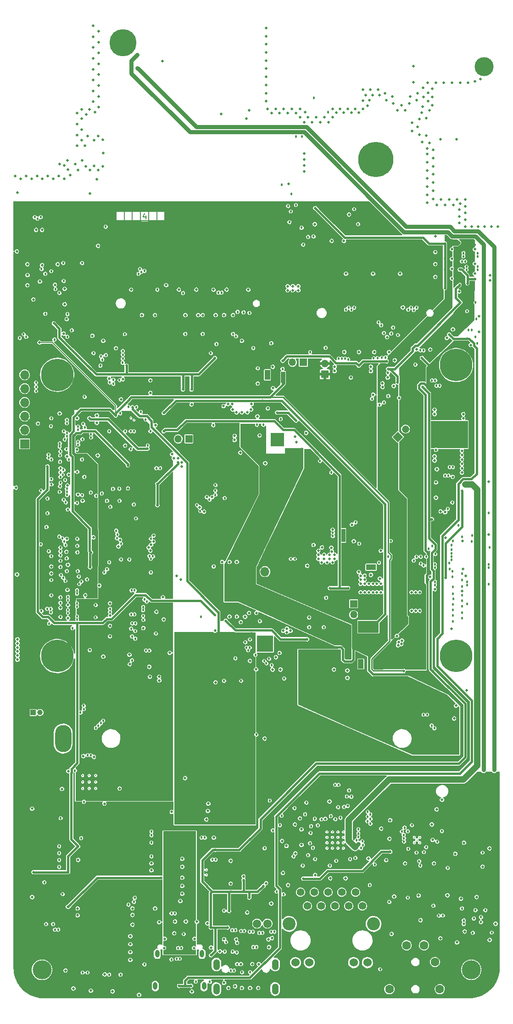
<source format=gbr>
%TF.GenerationSoftware,KiCad,Pcbnew,(5.99.0-459-gf0c386f5d-dirty)*%
%TF.CreationDate,2019-12-04T11:21:01+01:00*%
%TF.ProjectId,dvk-mx8m-bsb,64766b2d-6d78-4386-9d2d-6273622e6b69,v1.0.0*%
%TF.SameCoordinates,Original*%
%TF.FileFunction,Copper,L4,Inr*%
%TF.FilePolarity,Positive*%
%FSLAX46Y46*%
G04 Gerber Fmt 4.6, Leading zero omitted, Abs format (unit mm)*
G04 Created by KiCad (PCBNEW (5.99.0-459-gf0c386f5d-dirty)) date 2019-12-04 11:21:01*
%MOMM*%
%LPD*%
G04 APERTURE LIST*
%TA.AperFunction,NonConductor*%
%ADD10C,0.130000*%
%TD*%
%TA.AperFunction,ViaPad*%
%ADD11C,0.300000*%
%TD*%
%TA.AperFunction,ViaPad*%
%ADD12C,0.254000*%
%TD*%
%TA.AperFunction,ViaPad*%
%ADD13O,3.000000X5.000000*%
%TD*%
%TA.AperFunction,ViaPad*%
%ADD14C,6.000000*%
%TD*%
%TA.AperFunction,ViaPad*%
%ADD15C,1.600000*%
%TD*%
%TA.AperFunction,ViaPad*%
%ADD16C,3.500000*%
%TD*%
%TA.AperFunction,ViaPad*%
%ADD17O,1.250000X2.000000*%
%TD*%
%TA.AperFunction,ViaPad*%
%ADD18O,0.800000X1.400000*%
%TD*%
%TA.AperFunction,ViaPad*%
%ADD19O,1.350000X1.350000*%
%TD*%
%TA.AperFunction,ViaPad*%
%ADD20R,1.350000X1.350000*%
%TD*%
%TA.AperFunction,ViaPad*%
%ADD21C,1.350000*%
%TD*%
%TA.AperFunction,ViaPad*%
%ADD22C,5.000000*%
%TD*%
%TA.AperFunction,ViaPad*%
%ADD23O,1.700000X1.700000*%
%TD*%
%TA.AperFunction,ViaPad*%
%ADD24R,1.700000X1.700000*%
%TD*%
%TA.AperFunction,ViaPad*%
%ADD25C,1.550000*%
%TD*%
%TA.AperFunction,ViaPad*%
%ADD26C,1.400000*%
%TD*%
%TA.AperFunction,ViaPad*%
%ADD27C,2.400000*%
%TD*%
%TA.AperFunction,ViaPad*%
%ADD28C,1.530000*%
%TD*%
%TA.AperFunction,ViaPad*%
%ADD29C,6.500000*%
%TD*%
%TA.AperFunction,ViaPad*%
%ADD30C,1.000000*%
%TD*%
%TA.AperFunction,ViaPad*%
%ADD31R,1.000000X1.000000*%
%TD*%
%TA.AperFunction,ViaPad*%
%ADD32C,0.457200*%
%TD*%
%TA.AperFunction,ViaPad*%
%ADD33C,0.508000*%
%TD*%
%TA.AperFunction,Conductor*%
%ADD34C,0.457200*%
%TD*%
%TA.AperFunction,Conductor*%
%ADD35C,0.800000*%
%TD*%
%TA.AperFunction,Conductor*%
%ADD36C,0.127000*%
%TD*%
%TA.AperFunction,Conductor*%
%ADD37C,0.134620*%
%TD*%
%TA.AperFunction,Conductor*%
%ADD38C,0.254000*%
%TD*%
%TA.AperFunction,Conductor*%
%ADD39C,1.200000*%
%TD*%
G04 APERTURE END LIST*
D10*
X84555952Y-94121428D02*
X84555952Y-94754761D01*
X84329761Y-93759523D02*
X84103571Y-94438095D01*
X84691666Y-94438095D01*
D11*
%TO.N,GND*%
%TO.C,U1601*%
X134600000Y-209200000D03*
X134100000Y-208700000D03*
X135100000Y-208700000D03*
X135100000Y-209700000D03*
X134100000Y-209700000D03*
%TD*%
%TO.N,GND*%
%TO.C,U202*%
X95750000Y-215585000D03*
X95750000Y-214685000D03*
%TD*%
D12*
%TO.N,GND*%
%TO.C,U201*%
X82400000Y-131840000D03*
X81800000Y-131440000D03*
%TD*%
D13*
%TO.N,Net-(BT301-Pad1)*%
%TO.C,BT301*%
X140700000Y-190500000D03*
%TO.N,GND*%
X69300000Y-190500000D03*
%TD*%
D11*
%TO.N,GND*%
%TO.C,U1701*%
X120000000Y-208700000D03*
X120000000Y-209700000D03*
X119000000Y-209700000D03*
X118000000Y-209700000D03*
X118000000Y-210700000D03*
X119000000Y-210700000D03*
X120000000Y-210700000D03*
X121000000Y-210700000D03*
X121000000Y-209700000D03*
X121000000Y-208700000D03*
X121000000Y-207700000D03*
X120000000Y-207700000D03*
X119000000Y-207700000D03*
X118000000Y-207700000D03*
X118000000Y-208700000D03*
X119000000Y-208700000D03*
%TD*%
%TO.N,GND*%
%TO.C,U405*%
X126097000Y-158926000D03*
%TD*%
%TO.N,GND*%
%TO.C,U404*%
X107000000Y-123500000D03*
%TD*%
%TO.N,GND*%
%TO.C,U301*%
X106550000Y-173900000D03*
X106550000Y-173000000D03*
X106550000Y-172100000D03*
X107450000Y-172100000D03*
X107450000Y-173000000D03*
X107450000Y-173900000D03*
X105650000Y-173900000D03*
X105650000Y-173000000D03*
X105650000Y-172100000D03*
%TD*%
D14*
%TO.N,GND*%
%TO.C,MOD101*%
X68200000Y-123500000D03*
X68200000Y-175300000D03*
X141800000Y-121700000D03*
X141800000Y-175300000D03*
%TD*%
D15*
%TO.N,Net-(C1624-Pad1)*%
%TO.C,J1601*%
X132700000Y-228575000D03*
%TO.N,/HP_DET*%
X135900000Y-228575000D03*
%TO.N,Net-(C1621-Pad1)*%
X137900000Y-231675000D03*
%TO.N,GND*%
X138800000Y-236675000D03*
%TO.N,Net-(J1601-Pad1)*%
X129500000Y-236675000D03*
%TD*%
D16*
%TO.N,GND*%
%TO.C,MNT102*%
X147000000Y-66750000D03*
%TD*%
%TO.N,GND*%
%TO.C,MNT101*%
X65400000Y-233100000D03*
%TD*%
%TO.N,GND*%
%TO.C,MNT103*%
X144600000Y-233100000D03*
%TD*%
D17*
%TO.N,Net-(C1905-Pad1)*%
%TO.C,J1901*%
X97575000Y-236625000D03*
X108425000Y-236625000D03*
X108425000Y-232125000D03*
X97575000Y-232125000D03*
%TD*%
D18*
%TO.N,Net-(C216-Pad2)*%
%TO.C,J201*%
X95290000Y-236100000D03*
X86670000Y-230150000D03*
X86310000Y-236100000D03*
X94930000Y-230150000D03*
%TD*%
D19*
%TO.N,1V8_P*%
%TO.C,JP404*%
X90525000Y-135300000D03*
D20*
X92525000Y-135300000D03*
%TD*%
D11*
%TO.N,GND*%
%TO.C,U407*%
X124200000Y-177150000D03*
X124200000Y-176350000D03*
%TD*%
%TO.N,GND*%
%TO.C,U402*%
X121025000Y-153075000D03*
%TD*%
D21*
%TO.N,5V_SOM*%
%TO.C,JP402*%
X132489949Y-133510051D02*
X132489949Y-133510051D01*
%TA.AperFunction,ViaPad*%
G36*
X130121141Y-134924265D02*
G01*
X131075735Y-133969671D01*
X132030329Y-134924265D01*
X131075735Y-135878859D01*
X130121141Y-134924265D01*
G37*
%TD.AperFunction*%
%TD*%
D19*
%TO.N,5V_P*%
%TO.C,JP403*%
X122920000Y-167660000D03*
D20*
X122920000Y-165660000D03*
%TD*%
D11*
%TO.N,GND*%
%TO.C,U2201*%
X75300000Y-199700000D03*
X74100000Y-199700000D03*
X72900000Y-199700000D03*
X72900000Y-198500000D03*
X72900000Y-197300000D03*
X74100000Y-197300000D03*
X75300000Y-197300000D03*
X74100000Y-198500000D03*
X75300000Y-198500000D03*
%TD*%
D22*
%TO.N,GND*%
%TO.C,MOD1501*%
X80350000Y-62300000D03*
%TD*%
D23*
%TO.N,VBAT_REG*%
%TO.C,JP301*%
X106545500Y-159750000D03*
D24*
X104005500Y-159750000D03*
%TD*%
D25*
%TO.N,Net-(MK1601-Pad2)*%
%TO.C,MK1601*%
X105100000Y-224591000D03*
%TO.N,GND*%
X107000000Y-224591000D03*
%TD*%
D26*
%TO.N,/Ethernet/ETH_TRX3_N*%
%TO.C,J1701*%
X123245000Y-218810000D03*
%TO.N,GND*%
X124515000Y-221350000D03*
D27*
%TO.N,Net-(FB1703-Pad1)*%
X126590000Y-224650000D03*
X111005000Y-224650000D03*
D28*
%TO.N,GND*%
X125435000Y-231770000D03*
X114705000Y-231770000D03*
%TO.N,Net-(J1701-Pad11)*%
X112165000Y-231770000D03*
%TO.N,Net-(J1701-Pad13)*%
X122895000Y-231770000D03*
D26*
%TO.N,/Ethernet/ETH_TRX3_P*%
X121975000Y-221350000D03*
%TO.N,/Ethernet/ETH_TRX2_N*%
X119435000Y-221350000D03*
%TO.N,/Ethernet/ETH_TRX1_N*%
X120705000Y-218810000D03*
%TO.N,/Ethernet/ETH_TRX2_P*%
X118165000Y-218810000D03*
%TO.N,/Ethernet/ETH_TRX1_P*%
X116895000Y-221350000D03*
%TO.N,/Ethernet/ETH_TRX0_N*%
X115625000Y-218810000D03*
%TO.N,/Ethernet/ETH_TRX0_P*%
X114355000Y-221350000D03*
%TO.N,Net-(C1719-Pad1)*%
X113085000Y-218810000D03*
%TD*%
D29*
%TO.N,GND*%
%TO.C,MOD1801*%
X127000000Y-83865000D03*
%TD*%
D11*
%TO.N,GND*%
%TO.C,U401*%
X109640000Y-136245000D03*
X109640000Y-134645000D03*
X108040000Y-134645000D03*
X108040000Y-136245000D03*
X108840000Y-135445000D03*
%TD*%
D30*
%TO.N,Net-(C2401-Pad1)*%
%TO.C,J2401*%
X65025000Y-185700000D03*
D31*
%TO.N,GND*%
X63775000Y-185700000D03*
%TD*%
D23*
%TO.N,N/C*%
%TO.C,J701*%
X62200000Y-123500000D03*
%TO.N,/UART Debug/TX->RX*%
X62200000Y-126040000D03*
%TO.N,/UART Debug/RX<-TX*%
X62200000Y-128580000D03*
%TO.N,N/C*%
X62200000Y-131120000D03*
X62200000Y-133660000D03*
D24*
%TO.N,GND*%
X62200000Y-136200000D03*
%TD*%
D19*
%TO.N,3V3*%
%TO.C,JP401*%
X111620000Y-121200000D03*
D20*
X113620000Y-121200000D03*
%TD*%
D19*
%TO.N,3V3_P*%
%TO.C,JP1801*%
X117600000Y-121400000D03*
D20*
X117600000Y-123400000D03*
%TD*%
D32*
%TO.N,/MIPI/LCD_~RST~_1V8*%
X144767389Y-153100000D03*
X141025000Y-105750000D03*
%TO.N,/~MUTE*%
X77400000Y-146700000D03*
X146700000Y-211500000D03*
%TO.N,/~HAPTIC*%
X66400000Y-146299998D03*
X66400000Y-149000000D03*
%TO.N,22V4_P*%
X130500000Y-170300000D03*
X132750000Y-168150000D03*
X132750000Y-168700000D03*
X132150000Y-168700000D03*
X132750000Y-169250000D03*
X132150000Y-169250000D03*
X131550000Y-169250000D03*
X131050000Y-169750000D03*
X131050000Y-170300000D03*
D33*
X142368990Y-99150000D03*
X140000000Y-98125000D03*
X141025000Y-99150000D03*
D32*
%TO.N,/USB Hub + SDIO Bridge/D0_N*%
X82038282Y-169277842D03*
X81910440Y-163200000D03*
%TO.N,/USB Hub + SDIO Bridge/D0_P*%
X82617402Y-169277842D03*
X82489560Y-163200000D03*
%TO.N,/WLAN+BT M.2/M2_UART_CTS*%
X127500000Y-113800000D03*
X120142618Y-120499858D03*
%TO.N,/WLAN+BT M.2/M2_UART_RTS*%
X128000000Y-114367000D03*
X120726826Y-120501825D03*
%TO.N,/WLAN+BT M.2/M2_UART_TXD*%
X121310683Y-120481477D03*
X128500000Y-115800000D03*
%TO.N,/WLAN+BT M.2/M2_UART_RXD*%
X130188179Y-114800000D03*
X121874155Y-120635756D03*
%TO.N,Net-(J1502-Pad20)*%
X70100000Y-112300000D03*
X91450000Y-108450000D03*
%TO.N,/HDMI/HDMI_AUX_AC_N*%
X103707900Y-226100000D03*
%TO.N,/HDMI/HDMI_AUX_AC_P*%
X104292100Y-226100000D03*
%TO.N,/HDMI_HEAC_N*%
X100257900Y-233250000D03*
X71040000Y-170150000D03*
X104390583Y-228904039D03*
%TO.N,/HDMI/HDMI_HEAC_P*%
X100842100Y-233250000D03*
X104974783Y-228904039D03*
%TO.N,/SAI1_TXD0(GPIO4_IO12)*%
X68679050Y-145045919D03*
%TO.N,Net-(C1823-Pad1)*%
X112273846Y-92209565D03*
X111300000Y-93400000D03*
%TO.N,/I2C1_SDA*%
X68810000Y-142322916D03*
X114687000Y-169987000D03*
X103447000Y-174250000D03*
X81777895Y-137200000D03*
X81758597Y-133900000D03*
%TO.N,/I2C1_SCL*%
X84927080Y-136522920D03*
X117387000Y-169987000D03*
X67110000Y-142700000D03*
X103750000Y-173750000D03*
X82342800Y-133900000D03*
%TO.N,/I2C3_SDA*%
X143225000Y-224015000D03*
X64300000Y-124900000D03*
X70007389Y-144476318D03*
X76460000Y-145350000D03*
X132176472Y-208847684D03*
%TO.N,/MIC_SEL*%
X74400000Y-145200000D03*
X137600000Y-221300000D03*
%TO.N,/I2C3_SCL*%
X72800000Y-145670000D03*
X70022920Y-145670000D03*
X145100000Y-223650000D03*
X64300000Y-125700000D03*
X65222920Y-144800000D03*
X75400000Y-145790000D03*
X132200000Y-209484213D03*
%TO.N,/MIPI/I2C3_SCL_1V8*%
X97400000Y-143800000D03*
X81360000Y-221100000D03*
X82345831Y-147400000D03*
X144100000Y-115200000D03*
%TO.N,/MIPI/I2C3_SDA_1V8*%
X97400000Y-144800000D03*
X82360000Y-220600000D03*
X82740000Y-149950000D03*
X144700000Y-115200000D03*
%TO.N,/CAPTOUCH_~RST*%
X65850000Y-217000000D03*
%TO.N,Net-(C447-Pad1)*%
X123000000Y-92975000D03*
X123725000Y-95750000D03*
%TO.N,/SMARTCARD_D_P*%
X73810440Y-193550000D03*
X81859356Y-167632508D03*
%TO.N,/SMARTCARD_D_N*%
X74389560Y-193550000D03*
X82438476Y-167632508D03*
%TO.N,/USB1_D_P*%
X89310440Y-222700000D03*
X70000000Y-131810440D03*
%TO.N,/USB1_D_N*%
X89889560Y-222700000D03*
X70000000Y-132389560D03*
%TO.N,/USB1_TX_P*%
X96840870Y-212812215D03*
X72080000Y-133010440D03*
%TO.N,/USB1_TX_N*%
X97419990Y-212812215D03*
X72080000Y-133589560D03*
%TO.N,/USB2_D_P*%
X72080000Y-135810440D03*
X77950000Y-167189560D03*
%TO.N,/USB2_D_N*%
X72080000Y-136389560D03*
X77950000Y-166610440D03*
%TO.N,/HDMI_CLK_N*%
X71890000Y-163207900D03*
X100507900Y-225800000D03*
%TO.N,/HDMI_CLK_P*%
X71890000Y-163792100D03*
X101092100Y-225800000D03*
%TO.N,/HDMI_TX2_N*%
X70190000Y-164407900D03*
X107707900Y-226085000D03*
%TO.N,/HDMI_TX2_P*%
X70190000Y-164992100D03*
X108292100Y-226085000D03*
%TO.N,/HDMI_TX0_N*%
X71890000Y-165607900D03*
X102142900Y-225965000D03*
%TO.N,/HDMI_TX0_P*%
X71890000Y-166192100D03*
X102727100Y-225965000D03*
%TO.N,/HDMI_TX1_N*%
X70190000Y-166807900D03*
X105507900Y-226300000D03*
%TO.N,/HDMI_TX1_P*%
X70190000Y-167392100D03*
X106092100Y-226300000D03*
%TO.N,/WLAN_D_N*%
X135210440Y-119000000D03*
X84070000Y-166260440D03*
%TO.N,/WLAN_D_P*%
X135789560Y-119000000D03*
X84070000Y-166839560D03*
%TO.N,/WWAN_D_P*%
X84704750Y-165304750D03*
X98539560Y-108350000D03*
%TO.N,/WWAN_D_N*%
X84295250Y-164895250D03*
X97960440Y-108350000D03*
%TO.N,/CSI_P1_D1_N*%
X143850000Y-161610440D03*
X137920000Y-161610440D03*
%TO.N,/CSI_P1_D1_P*%
X143850000Y-162189560D03*
X137920000Y-162189560D03*
%TO.N,/CSI_P1_D0_P*%
X147845000Y-158989560D03*
X137920000Y-158989560D03*
%TO.N,/CSI_P1_D0_N*%
X147845000Y-158410440D03*
X137920000Y-158410440D03*
%TO.N,/DSI_D2_N*%
X139795845Y-142056752D03*
%TO.N,/DSI_D0_P*%
X141204155Y-140505305D03*
X145804840Y-101078133D03*
X143175000Y-101078133D03*
%TO.N,/DSI_CK_N*%
X142885440Y-102600000D03*
%TO.N,/DSI_D1_P*%
X138764560Y-125500000D03*
X143714939Y-103558417D03*
X145804840Y-103558417D03*
%TO.N,/DSI_D3_N*%
X137934560Y-124541000D03*
%TO.N,/DSI_D3_P*%
X137355440Y-124541000D03*
%TO.N,/DSI_D1_N*%
X138185440Y-125500000D03*
X143714939Y-104137537D03*
X145804840Y-104137537D03*
%TO.N,/DSI_CK_P*%
X143464560Y-102600000D03*
%TO.N,/DSI_D0_N*%
X140625035Y-140505305D03*
X143175000Y-101657253D03*
X145804840Y-101657253D03*
%TO.N,/DSI_D2_P*%
X140374965Y-142056752D03*
%TO.N,/USB-C/USBC_CN_D_N*%
X91089560Y-229090000D03*
X90260440Y-231060000D03*
%TO.N,/USB-C/USBC_CN_D_P*%
X90510440Y-229090000D03*
X90839560Y-231060000D03*
%TO.N,/HDMI_AUX_N*%
X71890000Y-168592100D03*
%TO.N,/HDMI_AUX_P*%
X71890000Y-168007900D03*
%TO.N,/USB1_RX_N*%
X70000000Y-134789560D03*
X95439560Y-208750000D03*
%TO.N,/USB1_RX_P*%
X70000000Y-134210440D03*
X94860440Y-208750000D03*
%TO.N,/EN_SRC*%
X101100000Y-175720000D03*
X81350000Y-129400000D03*
%TO.N,Net-(SW1301-Pad4)*%
X135800000Y-186100000D03*
X143840949Y-165685350D03*
X147857699Y-162059598D03*
X138625000Y-223125000D03*
%TO.N,Net-(R2301-Pad1)*%
X115550000Y-72475000D03*
%TO.N,Net-(R1721-Pad2)*%
X119519000Y-205352000D03*
X114180000Y-202300000D03*
%TO.N,Net-(R408-Pad1)*%
X123950000Y-154600000D03*
X119057500Y-153198000D03*
%TO.N,Net-(R403-Pad1)*%
X109475000Y-131650000D03*
%TO.N,Net-(R402-Pad1)*%
X105066599Y-132695000D03*
X106235000Y-132695000D03*
%TO.N,Net-(R307-Pad1)*%
X104942500Y-189770000D03*
X107300000Y-175800000D03*
%TO.N,Net-(R306-Pad2)*%
X106400000Y-176200000D03*
%TO.N,Net-(R305-Pad1)*%
X103755050Y-172244950D03*
%TO.N,Net-(R302-Pad2)*%
X103144000Y-173750000D03*
%TO.N,Net-(R301-Pad2)*%
X102900000Y-172750000D03*
%TO.N,Net-(R212-Pad1)*%
X80750000Y-133900000D03*
%TO.N,/USB-C/USB_LD_~FLT*%
X84522910Y-131750683D03*
%TO.N,Net-(Q301-Pad3)*%
X107782600Y-177000000D03*
%TO.N,/EN_SNK*%
X82600000Y-172100000D03*
X79800000Y-130600000D03*
%TO.N,/USB1_ID*%
X67110000Y-131500000D03*
%TO.N,/USB1_VBUS*%
X94770000Y-168050000D03*
X73254050Y-127544050D03*
%TO.N,/UART1_TXD*%
X67060000Y-132950000D03*
%TO.N,/ECSPI1_MISO*%
X68800000Y-137600000D03*
%TO.N,/UART3_RXD*%
X74450000Y-134450000D03*
X68700000Y-136116000D03*
X112250000Y-79555610D03*
%TO.N,/ECSPI1_MOSI*%
X69600000Y-135400000D03*
%TO.N,/SAI1_TXD6(GPIO4_IO18)*%
X66600000Y-138211000D03*
%TO.N,/SAI1_TXD2(GPIO4_IO14)*%
X66600000Y-138810002D03*
%TO.N,/UART1_RXD*%
X68750000Y-138350000D03*
%TO.N,/SAI1_TXD5(GPIO4_IO17)*%
X77174967Y-119884543D03*
X68750000Y-139499000D03*
X79700000Y-124500000D03*
%TO.N,/~BT_DISABLE*%
X69922920Y-137200009D03*
X110799998Y-92400000D03*
%TO.N,/UART3_TXD*%
X74450000Y-135050000D03*
X69377080Y-141000000D03*
X113350000Y-79555610D03*
%TO.N,/SAI1_TXD7(GPIO4_IO19)*%
X68810000Y-140700000D03*
%TO.N,/ECSPI1_SS0*%
X71900000Y-141377080D03*
%TO.N,/SAI1_TXD4(GPIO4_IO16)*%
X76500000Y-120700000D03*
X68810000Y-141477085D03*
X78600000Y-124400000D03*
%TO.N,/SAI1_TXD3(GPIO4_IO15)*%
X69214000Y-141900000D03*
%TO.N,/ECSPI1_SCLK*%
X73200000Y-142300002D03*
%TO.N,/SAI1_TXD1(GPIO4_IO13)*%
X68716764Y-144040948D03*
%TO.N,/I2C2_SDA*%
X86500000Y-140700000D03*
X69684000Y-142866000D03*
X97600000Y-117850000D03*
X79670000Y-144470000D03*
%TO.N,/SAI1_RXD5(GPIO4_IO07)*%
X69800000Y-147000000D03*
X76300000Y-120100000D03*
X78580159Y-125167207D03*
%TO.N,/I2C2_SCL*%
X87200000Y-140700000D03*
X70022920Y-145061291D03*
X78500000Y-144500000D03*
X96550000Y-119500000D03*
%TO.N,/SAI1_RXD7(GPIO4_IO09)*%
X71890000Y-147100000D03*
%TO.N,/SAI2_TXD*%
X132129151Y-208265392D03*
X78000000Y-147800000D03*
%TO.N,/SAI1_RXD6(GPIO4_IO08)*%
X76200000Y-121800000D03*
X68600000Y-153300000D03*
X77900000Y-124900000D03*
%TO.N,/SAI2_MCLK*%
X79300000Y-152900000D03*
X133643800Y-206455612D03*
X71900000Y-153700000D03*
%TO.N,/SAI2_RXD*%
X79100000Y-152200000D03*
X69199426Y-153599043D03*
X131800000Y-207625000D03*
%TO.N,/SAI2_TXFS*%
X79200000Y-153600000D03*
X69500000Y-154200004D03*
X132300000Y-206900000D03*
%TO.N,/SAI1_RXD2(GPIO4_IO04)*%
X69726377Y-154870380D03*
%TO.N,/CLKO1*%
X94600000Y-148600000D03*
X85500000Y-153700000D03*
X96300000Y-146500000D03*
X71900000Y-155000000D03*
X80000000Y-154600000D03*
X129300000Y-127400000D03*
%TO.N,/SAI1_RXD3(GPIO4_IO05)*%
X68800000Y-155999994D03*
%TO.N,/SAI2_TXC*%
X80000000Y-157500000D03*
X71950000Y-156200000D03*
X132900000Y-207600000D03*
%TO.N,/SAI1_RXD4(GPIO4_IO06)*%
X68816161Y-156735016D03*
%TO.N,/LED*%
X69200000Y-219150000D03*
X67110000Y-156900000D03*
%TO.N,/CLKO2*%
X108000000Y-207430000D03*
D33*
X85100000Y-155300000D03*
D32*
%TO.N,/SAI5_TXD*%
X77800000Y-158019998D03*
X69950000Y-157300000D03*
%TO.N,/SAI1_RXD0(GPIO4_IO02)*%
X68810000Y-157740000D03*
%TO.N,/CHRG_~INT*%
X72000000Y-159660000D03*
X85500000Y-159900000D03*
X104800000Y-175080000D03*
X76900000Y-159900000D03*
%TO.N,/PROX_~INT*%
X66650000Y-156000000D03*
X64300000Y-126500000D03*
%TO.N,/ENET_~INT*%
X114950000Y-207900000D03*
X119500000Y-199050000D03*
X85882562Y-156935548D03*
X109308000Y-206450000D03*
%TO.N,/SAI5_TX_SYNC*%
X72200000Y-160650000D03*
X77400000Y-159300000D03*
%TO.N,/SAI1_RXD1(GPIO4_IO03)*%
X70000000Y-159670000D03*
%TO.N,/SAI5_RXD*%
X72250000Y-162060000D03*
X69322910Y-160900000D03*
%TO.N,/ENET_WoL*%
X120477000Y-205100000D03*
X120100000Y-199050000D03*
X85219452Y-156864638D03*
%TO.N,/PWR_EN*%
X97000000Y-132800000D03*
X105199998Y-122300000D03*
X109800000Y-122400000D03*
X126300000Y-127900000D03*
X127599000Y-158101000D03*
X67110000Y-161300000D03*
%TO.N,/IMU_INT*%
X144900000Y-226300000D03*
X69720000Y-161460000D03*
X72670000Y-161560000D03*
X81500000Y-157500000D03*
%TO.N,/CSI_PWDN*%
X145400000Y-116500000D03*
X81850000Y-170260000D03*
X99100000Y-146200000D03*
%TO.N,/DSI_BL_PWM*%
X76700000Y-187199998D03*
X68810000Y-165490000D03*
%TO.N,/JTAG_~TRST*%
X67050000Y-167260000D03*
X68849998Y-205150000D03*
%TO.N,/CAPTOUCH_~INT*%
X99350000Y-228000000D03*
X142200000Y-151200000D03*
%TO.N,/~WoWWAN*%
X67700000Y-117000000D03*
X140300000Y-148199994D03*
X62500000Y-116500000D03*
%TO.N,/WWAN_RESET*%
X141100000Y-147000000D03*
X72800000Y-102900000D03*
%TO.N,/~WIFI_DISABLE*%
X134300000Y-121600000D03*
X114900000Y-119300000D03*
%TO.N,/~WWAN_DISABLE*%
X137400000Y-155071401D03*
X141000000Y-155700000D03*
X70099997Y-116499997D03*
%TO.N,/TCPC_~INT*%
X85400000Y-133900000D03*
X137960000Y-156500000D03*
%TO.N,/ENET_MDC*%
X120040000Y-203150000D03*
X142888270Y-161299073D03*
X121666000Y-201167994D03*
X116300000Y-206499992D03*
%TO.N,/ENET_MDIO*%
X141200008Y-162600000D03*
X107441998Y-201930000D03*
X122502201Y-201216430D03*
X121119803Y-203112124D03*
X116977090Y-205400000D03*
%TO.N,/ENET_RXC*%
X123783000Y-207217000D03*
X142890000Y-162500000D03*
%TO.N,/ENET_RX_CTL*%
X123783000Y-207997000D03*
X141180000Y-163820000D03*
%TO.N,/ENET_RD0*%
X142890000Y-164100000D03*
X123791467Y-208654205D03*
%TO.N,/ENET_RD1*%
X123400000Y-209224996D03*
X141260000Y-164810000D03*
X124500000Y-209400000D03*
%TO.N,/ENET_RD2*%
X142900000Y-165090000D03*
X124614566Y-210127131D03*
%TO.N,/ENET_RD3*%
X141200000Y-165800000D03*
X124300000Y-210699986D03*
%TO.N,/ENET_TX_CTL*%
X142890000Y-166100000D03*
X126000014Y-206200000D03*
%TO.N,/ENET_TD3*%
X141199996Y-166811212D03*
X125499976Y-204000000D03*
%TO.N,/ENET_TD2*%
X125953820Y-204454168D03*
X142890000Y-167300000D03*
%TO.N,/ENET_TD1*%
X125500000Y-204877080D03*
X141190000Y-167820000D03*
%TO.N,/ENET_TD0*%
X142950000Y-168290000D03*
X125999990Y-205300000D03*
%TO.N,/ENET_TXC*%
X141200000Y-168900000D03*
X125447115Y-205734408D03*
%TO.N,Net-(MK1601-Pad2)*%
X139375000Y-223100000D03*
%TO.N,Net-(L2301-Pad2)*%
X118200000Y-75110000D03*
%TO.N,Net-(L1701-Pad1)*%
X115054236Y-206645764D03*
X112000000Y-203300000D03*
%TO.N,Net-(J2201-PadSW2)*%
X71470000Y-196400000D03*
%TO.N,Net-(J2201-PadC8)*%
X85600000Y-207649000D03*
%TO.N,Net-(J2201-PadC4)*%
X85600000Y-208324333D03*
%TO.N,Net-(J2201-PadC7)*%
X73150000Y-202150000D03*
%TO.N,Net-(J2201-PadC3)*%
X85600000Y-209675000D03*
%TO.N,Net-(J2201-PadC2)*%
X85600000Y-212215000D03*
%TO.N,/WLAN+BT M.2/M2_I2C_SCL*%
X121500000Y-111500000D03*
X104400000Y-118570000D03*
%TO.N,/WLAN+BT M.2/M2_I2C_SDA*%
X122000000Y-111100000D03*
X107710000Y-117677080D03*
%TO.N,/WLAN+BT M.2/~W_DISABLE2*%
X123000000Y-111100000D03*
X114500000Y-98100000D03*
%TO.N,/UART4_CTS*%
X73000000Y-132550000D03*
X68674089Y-136700000D03*
%TO.N,/UART4_RTS*%
X69440000Y-133900000D03*
X73300000Y-133200000D03*
%TO.N,/UART4_TXD*%
X72800000Y-139100000D03*
X70334366Y-139100000D03*
%TO.N,/WIFI_WAKE*%
X140948779Y-157585952D03*
X135300000Y-158250000D03*
%TO.N,/BT_HOST_WAKE*%
X141190000Y-154100000D03*
X129800000Y-154100000D03*
%TO.N,/WIFI_DATA3*%
X142870000Y-160100000D03*
X134000000Y-157700000D03*
%TO.N,/WIFI_DATA2*%
X141100000Y-159700000D03*
X134500000Y-157000000D03*
%TO.N,/WIFI_DATA1*%
X140600000Y-159250000D03*
X135300000Y-157000000D03*
%TO.N,/WLAN+BT M.2/M2_PCM_OUT*%
X133000000Y-111500000D03*
X126600000Y-120400000D03*
%TO.N,/WIFI_DATA0*%
X135800000Y-158600000D03*
X140500000Y-158150000D03*
%TO.N,/WLAN+BT M.2/M2_PCM_IN*%
X133500000Y-111100000D03*
X127300000Y-120399994D03*
%TO.N,/WIFI_CMD*%
X141000000Y-157000000D03*
X136300000Y-157000000D03*
%TO.N,/WLAN+BT M.2/M2_PCM_SYNC*%
X134000000Y-111600000D03*
X128063942Y-120347445D03*
%TO.N,/WIFI_CLK*%
X141000000Y-156400000D03*
X136750000Y-155550000D03*
%TO.N,/WLAN+BT M.2/M2_PCM_CLK*%
X134500000Y-111100000D03*
X128800000Y-120299994D03*
%TO.N,/WWAN mPCIe/PCM_SYNC*%
X80300010Y-120500000D03*
X103700000Y-112100000D03*
%TO.N,/WWAN mPCIe/PCM_OUT*%
X102600000Y-112000000D03*
X80300000Y-119800000D03*
%TO.N,/WWAN mPCIe/PCM_IN*%
X101500000Y-111900000D03*
X80300000Y-119100000D03*
%TO.N,/WWAN mPCIe/PCM_CLK*%
X80276655Y-121271043D03*
X101200000Y-116400000D03*
%TO.N,/WWAN mPCIe/~SIM_DETECT_O*%
X86700000Y-107800004D03*
X68600000Y-108399998D03*
%TO.N,/WWAN mPCIe/~WoWWAN_1V8*%
X70900000Y-115300000D03*
X62000000Y-116000000D03*
X80700000Y-116000000D03*
%TO.N,Net-(J1301-Pad25)*%
X128500000Y-128600000D03*
X143850000Y-111768886D03*
%TO.N,/LCD_LEDK*%
X144575000Y-99000000D03*
X145175000Y-99450002D03*
X144000000Y-99450000D03*
X127284000Y-177530700D03*
X126759000Y-177530700D03*
X126759000Y-177005700D03*
X127284000Y-177005700D03*
%TO.N,/LCD_~RESET*%
X142900000Y-153300000D03*
%TO.N,Net-(J1201-Pad3)*%
X96380000Y-235330000D03*
X93800000Y-235300000D03*
%TO.N,/CONN_SD2_DATA1*%
X72900000Y-233600000D03*
X67800030Y-225700000D03*
%TO.N,/uSD_DATA0*%
X73800000Y-233599994D03*
X68400000Y-225700000D03*
%TO.N,/CONN_SD2_CMD*%
X66150000Y-224700000D03*
X84586382Y-174260198D03*
X82000000Y-176100000D03*
X77800000Y-234000000D03*
%TO.N,/CONN_SD2_DATA2*%
X67450000Y-224700000D03*
X79899998Y-234000000D03*
%TO.N,/JTAG_TDI*%
X68810000Y-168100000D03*
X68590000Y-210330000D03*
%TO.N,/JTAG_TDO*%
X67000000Y-166600000D03*
X68590000Y-211600000D03*
%TO.N,/JTAG_TCK*%
X66350000Y-166600000D03*
X68590000Y-212870000D03*
%TO.N,/JTAG_TMS*%
X65300000Y-167000000D03*
X68590000Y-214140000D03*
%TO.N,Net-(FB1605-Pad1)*%
X146850000Y-196300000D03*
X83000000Y-64540000D03*
%TO.N,Net-(FB1604-Pad1)*%
X148840000Y-196300000D03*
X83000000Y-66940000D03*
D33*
%TO.N,Net-(F201-Pad2)*%
X89425000Y-229090000D03*
X91925000Y-229090000D03*
X89550000Y-227390000D03*
X92050000Y-227390000D03*
X90600000Y-210095333D03*
X91400000Y-210095333D03*
X92200000Y-210095333D03*
X93000000Y-210095333D03*
X90600000Y-211003666D03*
X91400000Y-211003666D03*
X92200000Y-211003666D03*
X93000000Y-211003666D03*
D32*
%TO.N,/HDMI_CEC*%
X101400000Y-232040000D03*
X66730000Y-169300000D03*
%TO.N,/HDMI_DDC_SCL*%
X101350000Y-229900000D03*
X68810000Y-164500000D03*
X103800000Y-233550000D03*
%TO.N,/HDMI_DDC_SDA*%
X100600000Y-229750000D03*
X67110000Y-164100000D03*
X102300000Y-233550000D03*
%TO.N,/HDMI/DCDC_5V_CN*%
X99149990Y-229750000D03*
D33*
X99000000Y-235500000D03*
D32*
%TO.N,Net-(D1803-Pad2)*%
X116700000Y-139400000D03*
X118800000Y-141500000D03*
X147850000Y-148900000D03*
X109600000Y-88500000D03*
%TO.N,/WLAN+BT M.2/~W_DISABLE1*%
X122500000Y-111500000D03*
X113600000Y-99500002D03*
X111400000Y-90200000D03*
X111050957Y-95350957D03*
%TO.N,Net-(D1801-Pad2)*%
X131095378Y-116160002D03*
X113300000Y-96399996D03*
%TO.N,/ENET_~RST*%
X106500000Y-210700000D03*
X85500000Y-157378000D03*
X73700000Y-161200000D03*
X68900000Y-160400000D03*
%TO.N,/HP_DET*%
X68800000Y-158900000D03*
X132900000Y-219800000D03*
%TO.N,Net-(D1502-Pad2)*%
X74900000Y-119500000D03*
X148000000Y-155300000D03*
%TO.N,Net-(D1302-Pad2)*%
X94000000Y-147500000D03*
X97400000Y-145600000D03*
X70140000Y-148310000D03*
X66222920Y-151550000D03*
X145565824Y-113215824D03*
%TO.N,/POR_B*%
X72650000Y-208850000D03*
X67110000Y-139100000D03*
%TO.N,/~IRQ*%
X117837000Y-164572000D03*
X112050000Y-157400000D03*
%TO.N,/BOOT_MODE0*%
X137300000Y-188100000D03*
X73112005Y-185087995D03*
X75800000Y-188100000D03*
%TO.N,/BOOT_MODE1*%
X72500000Y-185700000D03*
X75350000Y-188550000D03*
X137800000Y-188600000D03*
%TO.N,Net-(D304-Pad1)*%
X98987500Y-179850000D03*
%TO.N,Net-(D302-Pad1)*%
X110087500Y-179425000D03*
%TO.N,Net-(D301-Pad1)*%
X102137500Y-179850000D03*
%TO.N,Net-(D206-Pad1)*%
X89275000Y-231200000D03*
%TO.N,Net-(D205-Pad1)*%
X91550000Y-226505000D03*
%TO.N,/USB-C/CC1*%
X83657210Y-130300000D03*
D33*
X89800000Y-226375000D03*
D32*
%TO.N,/USB-C/CC2*%
X84300000Y-232100000D03*
X82800000Y-129440000D03*
%TO.N,/USB1_SS_SEL*%
X122049043Y-200049043D03*
X141000000Y-154900000D03*
D33*
%TO.N,Net-(C2203-Pad2)*%
X85600000Y-214755000D03*
D32*
%TO.N,Net-(C2005-Pad1)*%
X146400000Y-224300000D03*
X145385000Y-222099998D03*
X148400000Y-226235000D03*
X147200000Y-222100000D03*
%TO.N,Net-(C2004-Pad1)*%
X142899998Y-221800000D03*
X146400000Y-223400000D03*
D33*
%TO.N,Net-(C1719-Pad1)*%
X110800000Y-217500000D03*
D32*
X125900000Y-217500000D03*
%TO.N,/Ethernet/ENET_1V1*%
X118700000Y-204800000D03*
D33*
X117700000Y-205299988D03*
D32*
%TO.N,/Ethernet/LED_LINK1000*%
X129477080Y-220600000D03*
X127800000Y-233000000D03*
%TO.N,Net-(C1711-Pad1)*%
X119700000Y-213025000D03*
X114850000Y-209800000D03*
X115750000Y-205280000D03*
X111832000Y-212200000D03*
X115800000Y-212699994D03*
%TO.N,/Ethernet/LED_ACT*%
X122250000Y-212700000D03*
X110000000Y-219200000D03*
%TO.N,Net-(C1703-Pad1)*%
X113500000Y-213900000D03*
X123219324Y-212495315D03*
X118500000Y-213900000D03*
%TO.N,Net-(C1622-Pad1)*%
X136470000Y-186100000D03*
X138300000Y-209500000D03*
%TO.N,Net-(C1608-Pad1)*%
X133010000Y-210820000D03*
X134980000Y-213100000D03*
%TO.N,Net-(C1607-Pad2)*%
X140250500Y-214325002D03*
X136300000Y-210500000D03*
%TO.N,Net-(C1606-Pad1)*%
X135877080Y-211422920D03*
X135220000Y-213900000D03*
%TO.N,Net-(C1604-Pad1)*%
X139200000Y-207550000D03*
X134500000Y-211500000D03*
%TO.N,/WWAN mPCIe/SIM_DETECT_I*%
X69300000Y-102900000D03*
X77150000Y-96200000D03*
%TO.N,/WWAN mPCIe/UIM-DATA*%
X65300000Y-104000000D03*
X83736372Y-104553716D03*
X83736373Y-104553716D03*
X65150000Y-94450000D03*
%TO.N,/WWAN mPCIe/UIM-RESET*%
X83500000Y-104000000D03*
X65999996Y-104899996D03*
X64572526Y-94711263D03*
%TO.N,/WWAN mPCIe/UIM-CLK*%
X67099994Y-104400000D03*
X84300000Y-104350004D03*
X64050000Y-94450000D03*
%TO.N,/WWAN mPCIe/UIM-PWR*%
X69400000Y-106200000D03*
D33*
X65400000Y-103300000D03*
D32*
X67900000Y-107700000D03*
X83234620Y-104900000D03*
D33*
X64310000Y-96800000D03*
D32*
%TO.N,/ONOFF*%
X111299998Y-157400000D03*
X67152000Y-143682000D03*
X79700000Y-146700000D03*
X106800000Y-176650000D03*
X61300000Y-116700000D03*
%TO.N,/SYS_~RST*%
X68830000Y-143370000D03*
X69400000Y-146500000D03*
X76250000Y-187650000D03*
X73100000Y-184450000D03*
%TO.N,/BTN2*%
X68785132Y-155315977D03*
X65184799Y-154700000D03*
%TO.N,Net-(C1301-Pad1)*%
X144700000Y-154200000D03*
X145700000Y-117675000D03*
%TO.N,/USB Hub + SDIO Bridge/RDRV5*%
X86400000Y-171150000D03*
X85200000Y-174300000D03*
%TO.N,/SD2_~RST*%
X115500000Y-154850000D03*
X97100000Y-158797508D03*
X84070000Y-167900000D03*
X129300000Y-157000000D03*
X115500014Y-98000000D03*
X129838369Y-115900000D03*
X141100000Y-160700004D03*
X75300000Y-165900000D03*
X75300000Y-168150000D03*
%TO.N,/USB Hub + SDIO Bridge/RDRV33*%
X82600000Y-170700000D03*
X82000000Y-171700000D03*
X84100000Y-168650000D03*
D33*
%TO.N,3V3_SD*%
X81600000Y-176800000D03*
X87000000Y-179100000D03*
X71987500Y-221800000D03*
X89000000Y-174700000D03*
X85300000Y-179100000D03*
X82099992Y-224800000D03*
X82100006Y-221800000D03*
X76950000Y-233950000D03*
%TO.N,3V3_SNVS*%
X139800000Y-148800000D03*
X141435000Y-186800000D03*
%TO.N,2V8_P*%
X90700000Y-236050000D03*
X121100000Y-98825000D03*
X92900000Y-236050000D03*
X142500000Y-104100000D03*
X143817009Y-116817009D03*
X145300000Y-105820000D03*
X143900000Y-106650000D03*
X140510000Y-116060000D03*
D32*
%TO.N,Net-(C416-Pad1)*%
X123250000Y-150650000D03*
X119057500Y-152613000D03*
D33*
%TO.N,3V3_P*%
X138100000Y-153200000D03*
X118600000Y-108590000D03*
X117900000Y-108590000D03*
X136100000Y-108590000D03*
X135400000Y-108590000D03*
X109900000Y-213800000D03*
X135500000Y-120400000D03*
X113300000Y-206185000D03*
X60870000Y-166737500D03*
X60870000Y-168987500D03*
X60870000Y-167487500D03*
X60870000Y-165987500D03*
X60870000Y-168237500D03*
X60870000Y-165237500D03*
X121500000Y-107135000D03*
X126500000Y-107135000D03*
X131500000Y-107135000D03*
X145750000Y-211350000D03*
X139200000Y-204050000D03*
X96850000Y-91800000D03*
X134551680Y-204025000D03*
X130309000Y-125549000D03*
X123850000Y-123015000D03*
X122450000Y-123150000D03*
X129231000Y-123150000D03*
X64860000Y-218900000D03*
X119790000Y-93975000D03*
X119690000Y-95100000D03*
X111800000Y-119200000D03*
X111000000Y-97987500D03*
X110000000Y-99487500D03*
X110000000Y-100237500D03*
X113400000Y-100237500D03*
X110000000Y-98737500D03*
X113400000Y-115612500D03*
X113400000Y-116362500D03*
X113400000Y-114862500D03*
X110000000Y-116362500D03*
X110000000Y-115612500D03*
X110000000Y-114862500D03*
X99050000Y-115950000D03*
X100540000Y-124532500D03*
X99790000Y-124532500D03*
X99040000Y-124532500D03*
X137500000Y-223700000D03*
X94925000Y-225174998D03*
X100540000Y-123782500D03*
X99790000Y-123782500D03*
X99040000Y-123782500D03*
X99040000Y-123032500D03*
X99040000Y-121532500D03*
X99040000Y-122282500D03*
X99790000Y-121532500D03*
X99790000Y-123032500D03*
X99790000Y-122282500D03*
X100540000Y-123032500D03*
X100540000Y-122282500D03*
X100540000Y-121532500D03*
X110000000Y-117100000D03*
X111000000Y-119400000D03*
X60854000Y-152515000D03*
X64550000Y-135325000D03*
X110350000Y-232350000D03*
X63300000Y-181825000D03*
X73415000Y-138297000D03*
X112650000Y-93450000D03*
D32*
X108800000Y-92600000D03*
D33*
X122700000Y-120100002D03*
X119515000Y-119985000D03*
X93430000Y-117200000D03*
X64500000Y-115800000D03*
D32*
X88300000Y-109222920D03*
X81900000Y-109222920D03*
D33*
X110625000Y-101700000D03*
X74700000Y-110087500D03*
D32*
X79700000Y-117200000D03*
X80500000Y-112400000D03*
X103700000Y-111235382D03*
D33*
X104250000Y-107800000D03*
X93050000Y-107800000D03*
X81050000Y-107800000D03*
X105085000Y-116015000D03*
X88300000Y-116300000D03*
X143400000Y-228600000D03*
X122800000Y-202900000D03*
X137500000Y-219600000D03*
X78830000Y-137500000D03*
X81250000Y-140180000D03*
X144075000Y-209700000D03*
X137925000Y-222100000D03*
X135000000Y-224900000D03*
X114900000Y-91900000D03*
X106950000Y-205800000D03*
%TO.N,VBAT_REG*%
X103250000Y-136750000D03*
X104000000Y-136750000D03*
X103625000Y-134500000D03*
X103625000Y-133000000D03*
X103625000Y-133750000D03*
X103250000Y-136000000D03*
X103250000Y-135250000D03*
X122215000Y-175650000D03*
X121515000Y-175650000D03*
X121515000Y-175037500D03*
X122215000Y-175037500D03*
X122215000Y-174425000D03*
X121515000Y-174425000D03*
X104000000Y-135250000D03*
X104000000Y-136000000D03*
X122950000Y-154147500D03*
X110445000Y-140448000D03*
X111540000Y-138140004D03*
X110790000Y-139173000D03*
X111540000Y-138890000D03*
X113380000Y-137944000D03*
X113380000Y-137194000D03*
X111190000Y-140190000D03*
X112290000Y-139090000D03*
X111740000Y-139640000D03*
X104500000Y-134315000D03*
X101360000Y-160950000D03*
X101360000Y-161633333D03*
X101360000Y-163000000D03*
X101360000Y-162316667D03*
X101360000Y-163683333D03*
X101360000Y-164366666D03*
X101360000Y-165050000D03*
X100327667Y-160950000D03*
X100327667Y-161633333D03*
X100327667Y-162316667D03*
X100327667Y-163000000D03*
X100327667Y-163683333D03*
X100327667Y-164366666D03*
X100327667Y-165050000D03*
X99295333Y-160950000D03*
X99295333Y-161633333D03*
X99295333Y-162316667D03*
X99295333Y-163000000D03*
X99295333Y-163683333D03*
X99295333Y-164366666D03*
X99295333Y-165050000D03*
%TO.N,VBAT*%
X108565000Y-175512500D03*
X109240000Y-174720000D03*
D32*
%TO.N,/Battery/RGEN*%
X105600000Y-168875000D03*
D33*
%TO.N,Net-(C216-Pad2)*%
X96612500Y-229000000D03*
%TO.N,5V_P*%
X72670496Y-136645496D03*
X106115000Y-128250000D03*
X127200000Y-170700000D03*
X73000000Y-165300000D03*
X85399992Y-126800000D03*
X87893000Y-130494500D03*
X89300000Y-179800000D03*
X77950000Y-169100000D03*
X126400000Y-170700000D03*
X125600000Y-170700000D03*
X124800000Y-170700000D03*
X124000000Y-170700000D03*
X124000000Y-169900000D03*
X126400000Y-169900000D03*
X127200000Y-169900000D03*
X124800000Y-169900000D03*
X125600000Y-169900000D03*
X127200000Y-169100000D03*
X124800000Y-169100000D03*
X126400000Y-169100000D03*
X125600000Y-169100000D03*
X124000000Y-169100000D03*
X125700000Y-163561610D03*
X126450000Y-163561610D03*
X127200000Y-163561610D03*
X127950000Y-163561610D03*
X124200000Y-163561610D03*
X124950000Y-163561610D03*
X127200000Y-162000000D03*
X127950000Y-162000000D03*
X125700000Y-162000000D03*
X126450000Y-162000000D03*
X124200000Y-162000000D03*
X124950000Y-162000000D03*
X124950000Y-162000000D03*
X124200000Y-162000000D03*
X124950000Y-161250000D03*
X124200000Y-161250000D03*
X124950000Y-160500000D03*
X124200000Y-160500000D03*
X126097000Y-160351000D03*
X76100000Y-201125000D03*
%TO.N,3V3*%
X132150000Y-178050000D03*
X108760000Y-130450000D03*
X112280000Y-131912500D03*
X110020000Y-123225000D03*
X110020000Y-123975000D03*
X110020000Y-124725000D03*
X74252989Y-158912989D03*
X64910000Y-117537500D03*
X74435000Y-156200000D03*
X74200000Y-151815000D03*
X79007500Y-130995000D03*
D32*
%TO.N,/USB-C/BYPASS*%
X77807500Y-133900000D03*
D33*
%TO.N,VBUS*%
X82093335Y-129480140D03*
D32*
X99470000Y-172750000D03*
X102038000Y-174250000D03*
X102038000Y-173250000D03*
X102038000Y-172250000D03*
X100326000Y-174250000D03*
D33*
X93000000Y-202916334D03*
X92200000Y-202916334D03*
X92200000Y-203824667D03*
X91400000Y-203824667D03*
X91400000Y-202916334D03*
X90600000Y-203824667D03*
X90600000Y-202916334D03*
X93000000Y-203824667D03*
X102980000Y-171337500D03*
X104075000Y-171155000D03*
D32*
X99470000Y-173750000D03*
X100326000Y-173250000D03*
X100326000Y-171250000D03*
X101182000Y-171750000D03*
X101182000Y-172750000D03*
X101182000Y-173750000D03*
X99470000Y-171750000D03*
X100326000Y-172250000D03*
D33*
%TO.N,1V8_P*%
X137325000Y-150100000D03*
X131000000Y-124900000D03*
D32*
X137500000Y-178100000D03*
D33*
X106750000Y-217150000D03*
X99650000Y-225300000D03*
D32*
X94950000Y-216850000D03*
D33*
X142600000Y-110166514D03*
X135600000Y-125700000D03*
X93000000Y-126200000D03*
X91400000Y-126200000D03*
X97300000Y-120400000D03*
X123850000Y-121800000D03*
X109800000Y-120900000D03*
X129000000Y-121000000D03*
X67600000Y-114000000D03*
X81000000Y-121800000D03*
X86700000Y-147500000D03*
X86700000Y-143600000D03*
X113600000Y-216300000D03*
D32*
X87400000Y-216135000D03*
D33*
X97400000Y-211000000D03*
X96600000Y-230400000D03*
X70200000Y-221500000D03*
X129650000Y-211350000D03*
X129265000Y-122400000D03*
X91212500Y-140370000D03*
X91212500Y-139620000D03*
X89362500Y-138120000D03*
X89712500Y-138870000D03*
X90462500Y-139620000D03*
X90462500Y-138870000D03*
X139750000Y-107500000D03*
X115835000Y-92800000D03*
X128250000Y-125750000D03*
X139750000Y-104061514D03*
X139750000Y-102131514D03*
X139750000Y-99312500D03*
X142449000Y-106950000D03*
X131285006Y-127750000D03*
X146068990Y-115600000D03*
X106250000Y-217650000D03*
X103650000Y-219800000D03*
X102600000Y-216550000D03*
X96550000Y-225300000D03*
X99900000Y-222250000D03*
X91292000Y-216135000D03*
X91290000Y-214135000D03*
X100210000Y-218735000D03*
D32*
%TO.N,/ENET_2V5*%
X113962955Y-204462955D03*
X109650000Y-204700000D03*
X115400010Y-210622920D03*
X108700000Y-218700000D03*
X143500000Y-143700000D03*
X126800000Y-213700000D03*
X114500000Y-212000000D03*
X123816967Y-209857570D03*
D33*
%TO.N,3V3_OUT*%
X99300000Y-168800004D03*
X114300000Y-172200000D03*
X118537000Y-162800000D03*
X121900000Y-162800000D03*
X72070000Y-210330000D03*
X63810000Y-215120000D03*
X70210000Y-215120000D03*
X97290400Y-167700000D03*
X139900000Y-160900000D03*
X142890000Y-144900000D03*
X84827896Y-137124409D03*
X87860000Y-133900000D03*
X74160000Y-131500000D03*
X66410000Y-140390000D03*
X66410000Y-144610000D03*
%TO.N,5V_SOM*%
X118900000Y-156050000D03*
X117400000Y-156650000D03*
X118400000Y-156650000D03*
X119400000Y-156650000D03*
X116400000Y-156650000D03*
X116400000Y-157400000D03*
X117000000Y-158050000D03*
X118000000Y-158050000D03*
X119000000Y-158050000D03*
X119400000Y-157400000D03*
X118400000Y-157400000D03*
X117400000Y-157400000D03*
X116400000Y-155900000D03*
X118775000Y-155335000D03*
X142890000Y-136500000D03*
X142890000Y-135500000D03*
X142890000Y-134700000D03*
X142890000Y-133900000D03*
X142890000Y-133100000D03*
X142890000Y-132300000D03*
X138110000Y-136500000D03*
X138110000Y-135500000D03*
X138110000Y-134700000D03*
X138110000Y-133900000D03*
X138110000Y-133100000D03*
X138110000Y-132300000D03*
X138110000Y-132300000D03*
%TO.N,Net-(BT301-Pad1)*%
X114145000Y-174365000D03*
X114145000Y-174985000D03*
X114145000Y-175605000D03*
X112905000Y-176225000D03*
X113525000Y-176225000D03*
X114145000Y-176225000D03*
X112905000Y-176845000D03*
X113525000Y-176845000D03*
X114145000Y-176845000D03*
X114765000Y-176225000D03*
X114765000Y-176845000D03*
X114765000Y-175605000D03*
X114765000Y-174985000D03*
X114765000Y-174365000D03*
X115385000Y-174365000D03*
X115385000Y-174985000D03*
X115385000Y-175605000D03*
X115385000Y-176225000D03*
X115385000Y-176845000D03*
%TO.N,GND*%
X132000000Y-111090000D03*
X102124398Y-232050000D03*
X105393947Y-232043947D03*
X104200000Y-232050000D03*
X97450000Y-112500000D03*
X137000000Y-160700000D03*
X119057500Y-152002500D03*
X121025000Y-152120000D03*
X122600000Y-151108600D03*
X79500000Y-155100000D03*
X79800000Y-153900000D03*
X137050000Y-118850000D03*
X140100000Y-116700000D03*
X96800000Y-146000000D03*
X95800000Y-146000000D03*
X95300000Y-148700000D03*
X94500000Y-147900000D03*
X86000000Y-153100000D03*
X86000000Y-154200000D03*
X85500000Y-154800000D03*
X85400000Y-155900000D03*
X102085000Y-169062500D03*
X109850000Y-215250000D03*
X109700000Y-209375000D03*
X138110000Y-143300000D03*
X138262500Y-140900000D03*
X137850000Y-138487500D03*
X137850000Y-139287500D03*
X138960000Y-148650000D03*
X70200007Y-168299993D03*
X109415000Y-177787500D03*
X69750000Y-233240000D03*
X62700000Y-103128320D03*
X68300000Y-103128320D03*
X65015000Y-106300000D03*
D32*
X72850000Y-135370000D03*
D33*
X107085000Y-129650000D03*
X85200000Y-177287500D03*
X81550000Y-175049998D03*
X70227011Y-196507011D03*
X73017012Y-193717010D03*
X87730000Y-164440000D03*
X91000000Y-161250000D03*
X90250000Y-160500000D03*
X85400000Y-124530000D03*
X87030000Y-179800000D03*
X60870000Y-175212500D03*
X60870000Y-174462500D03*
X60870000Y-172962500D03*
X60870000Y-173712500D03*
X60870000Y-175962500D03*
X60870000Y-172212500D03*
X97100000Y-208730000D03*
X93000000Y-128935000D03*
X115750000Y-95745000D03*
X121500000Y-104865000D03*
X126500000Y-104865000D03*
X131500000Y-104865000D03*
X88300000Y-106952920D03*
X139200000Y-201780000D03*
X147970000Y-210750000D03*
X143225000Y-224645002D03*
X142000000Y-228035000D03*
X138212500Y-203550000D03*
X129651000Y-205549000D03*
X141675500Y-211725000D03*
X129500000Y-208965000D03*
X98470000Y-75450000D03*
X69600000Y-107650000D03*
X103150000Y-76332500D03*
X103612500Y-74750000D03*
X62700000Y-107000000D03*
X70000000Y-138500000D03*
X98925000Y-129250000D03*
X99700000Y-128875000D03*
X77950000Y-165600000D03*
X130500000Y-120815000D03*
X131697988Y-173097988D03*
X70057660Y-143868456D03*
X148000000Y-227600000D03*
X67800000Y-106900000D03*
D32*
X66015000Y-112240000D03*
D33*
X87046243Y-224303757D03*
X93035000Y-237085000D03*
X147850000Y-143200000D03*
X147850000Y-152899998D03*
X141815000Y-184450000D03*
X143740000Y-181650000D03*
X129440000Y-119300000D03*
X122400000Y-123985002D03*
X68660000Y-130620000D03*
X149100000Y-224615000D03*
X144500000Y-118000000D03*
X130900000Y-171600000D03*
X131100000Y-173300000D03*
X131200000Y-172700000D03*
X131825000Y-172437500D03*
X122060000Y-93975000D03*
X118830000Y-98825000D03*
X129100000Y-116551680D03*
D32*
X117750000Y-118522920D03*
D33*
X128215000Y-125075000D03*
X98660000Y-157971500D03*
X129198000Y-123984000D03*
X126525000Y-127160000D03*
X111700000Y-107925000D03*
X110700000Y-107925000D03*
X112700000Y-107925000D03*
X112700000Y-107175000D03*
X110700000Y-107175000D03*
X111700000Y-107175000D03*
X121765000Y-179325000D03*
X119250000Y-177787500D03*
X121765000Y-177975000D03*
X135082500Y-166960000D03*
X133582500Y-166960000D03*
X134332500Y-166960000D03*
X135082500Y-163560000D03*
X133582500Y-163560000D03*
X134332500Y-163560000D03*
X143590000Y-160520000D03*
X86500000Y-167150000D03*
X97350000Y-170650000D03*
X100000000Y-168028500D03*
X126100000Y-122800000D03*
X75975000Y-162315000D03*
X87850000Y-168562500D03*
X70100000Y-163100000D03*
X84100000Y-170150000D03*
X101987500Y-137845000D03*
X100947200Y-135500000D03*
X100947200Y-134750000D03*
X104090000Y-128882500D03*
X100490000Y-128882500D03*
X103990000Y-129882500D03*
X100590000Y-129884500D03*
X114150500Y-134187000D03*
X145261177Y-100361866D03*
X72033447Y-145544510D03*
X72911802Y-146671222D03*
X70326859Y-141892852D03*
X70200000Y-165900000D03*
X70200000Y-158500000D03*
X70000000Y-153700000D03*
X69900000Y-156100000D03*
X68800000Y-166400000D03*
X77950000Y-169750000D03*
X77950000Y-167850000D03*
X148050000Y-105185000D03*
X148050000Y-106130000D03*
X137980000Y-100887500D03*
X137980000Y-103101514D03*
X137980000Y-97990000D03*
X137980000Y-105460000D03*
X142375000Y-108150000D03*
X141025000Y-100350000D03*
X141025000Y-102150000D03*
X141025000Y-103950000D03*
X141190000Y-142300000D03*
X145250000Y-104850000D03*
D32*
X145400000Y-110200000D03*
D33*
X145250000Y-103050000D03*
X146057359Y-112688369D03*
X123875000Y-159812500D03*
X127887500Y-155900000D03*
X127717000Y-161051000D03*
X117075000Y-155285000D03*
X121025000Y-154030000D03*
X143150000Y-131510000D03*
X72070000Y-212860000D03*
X71850000Y-137248000D03*
X75683940Y-138346060D03*
X76600000Y-80200000D03*
X107700000Y-220900000D03*
X102600000Y-215900000D03*
X103270034Y-222524966D03*
X82530000Y-219825000D03*
X86285000Y-221800000D03*
X64660000Y-132470000D03*
X67110000Y-158800000D03*
X67110000Y-160100000D03*
X142890000Y-141500000D03*
X142890000Y-140700000D03*
X142890000Y-139900000D03*
X142890000Y-139100000D03*
X142890000Y-138300000D03*
X138110000Y-137300000D03*
X142890000Y-137500000D03*
X143150000Y-130725000D03*
X137850000Y-130725000D03*
X137849998Y-129925000D03*
X105220000Y-125120000D03*
X108046000Y-125930000D03*
X103290000Y-130400000D03*
X102290000Y-130400000D03*
X101290000Y-130400000D03*
X107980000Y-122022500D03*
X106585000Y-139800000D03*
X123885000Y-119300000D03*
X121185000Y-119300000D03*
X112120000Y-134887500D03*
X112380000Y-135919000D03*
X105165000Y-131150000D03*
X105560000Y-134655000D03*
X80750000Y-136548320D03*
X72010000Y-85760000D03*
X70600000Y-86700000D03*
X69535000Y-84950000D03*
X75200000Y-75100000D03*
X74225000Y-85800000D03*
X73450000Y-85100000D03*
X75775000Y-85800000D03*
X75800000Y-79475000D03*
X73850000Y-79475000D03*
X76695000Y-82650000D03*
X73575000Y-75500000D03*
X75860000Y-66200000D03*
X75860000Y-64200000D03*
X75860000Y-62200000D03*
X75860000Y-68200000D03*
X75860000Y-70200000D03*
X75860000Y-74200000D03*
X75860000Y-60200000D03*
X75860000Y-72200000D03*
X74860000Y-59200000D03*
X74860000Y-61200000D03*
X74860000Y-63200000D03*
X74860000Y-65200000D03*
X74860000Y-67200000D03*
X74860000Y-69200000D03*
X74860000Y-71200000D03*
X74860000Y-73200000D03*
X74200000Y-74560000D03*
X72700000Y-80300000D03*
X72700000Y-78300000D03*
X72700000Y-76300000D03*
X72700000Y-74560000D03*
X71900000Y-75300000D03*
X71900000Y-77300000D03*
X71900000Y-79300000D03*
X76600000Y-85100000D03*
X71900000Y-81300000D03*
X73300000Y-81300000D03*
X72800000Y-84000000D03*
X67470000Y-87360000D03*
X65470000Y-87360000D03*
X61470000Y-87360000D03*
X63470000Y-87360000D03*
X69470000Y-87360000D03*
X68470000Y-86860000D03*
X66470000Y-86860000D03*
X64470000Y-86860000D03*
X62470000Y-86860000D03*
X60470000Y-86860000D03*
X138100000Y-146124620D03*
X143100000Y-159256514D03*
X139900000Y-153500000D03*
X141000000Y-170300000D03*
X137900000Y-163000000D03*
X142900000Y-163324620D03*
D32*
X98992800Y-222200000D03*
D33*
X60800000Y-160285000D03*
X60600000Y-144285000D03*
X143399998Y-226050000D03*
X141218516Y-115131484D03*
X143000000Y-154100000D03*
X74973761Y-193900000D03*
X74231647Y-174187500D03*
X76712500Y-175412500D03*
X112075000Y-206327000D03*
X113300000Y-207225000D03*
X113300000Y-210085000D03*
X110525000Y-210273000D03*
X134500000Y-118800000D03*
X87600000Y-65740000D03*
X110900000Y-88300000D03*
X126700000Y-119300000D03*
X70110000Y-83987000D03*
X75025000Y-85000000D03*
X75025000Y-80300000D03*
X71570000Y-84637000D03*
X68650000Y-84637000D03*
X70185000Y-85650000D03*
X113765000Y-86000000D03*
X113765000Y-84900000D03*
X113765000Y-83800000D03*
X113765000Y-82700000D03*
X126100000Y-122000000D03*
X119400000Y-122000000D03*
X119400000Y-122800000D03*
X69956585Y-113218343D03*
X69600000Y-110500000D03*
D32*
X95050000Y-115977080D03*
X91850000Y-115977080D03*
X100650000Y-115977080D03*
D33*
X74700000Y-116312500D03*
X102300000Y-117200000D03*
X102300000Y-117200000D03*
X93850000Y-107800000D03*
X97050000Y-107800000D03*
X99450000Y-107800000D03*
X103450000Y-107800000D03*
X76700000Y-117200000D03*
X99000000Y-112500000D03*
X101040000Y-236135000D03*
X99800000Y-236450000D03*
X105290000Y-236450000D03*
X103800000Y-236450000D03*
X102300000Y-236450000D03*
X98232500Y-229698000D03*
X71987500Y-223050000D03*
X77950000Y-171650000D03*
X121400000Y-216235000D03*
X118600000Y-216235000D03*
X115800000Y-215635000D03*
X69400000Y-115900000D03*
X79050000Y-118600000D03*
X77800000Y-124200000D03*
X80300000Y-124300000D03*
X100650000Y-112500000D03*
X90650000Y-107800000D03*
X81850000Y-107800000D03*
X95050000Y-112500000D03*
X94250000Y-112500000D03*
X91850000Y-112500000D03*
X86250000Y-112500000D03*
X83850000Y-112500000D03*
X63800000Y-109615000D03*
X62750000Y-105100000D03*
X75500000Y-87500000D03*
X74250000Y-90100000D03*
X60900000Y-89900000D03*
X75750000Y-99750000D03*
X60750000Y-100750000D03*
X65410000Y-96800000D03*
X125651680Y-212600000D03*
X128900000Y-212900000D03*
X95900000Y-224550000D03*
X99000000Y-227450000D03*
X107850000Y-227250000D03*
X101400000Y-228150000D03*
X107200000Y-227500000D03*
X101240000Y-227500000D03*
X107000000Y-74500000D03*
X125500000Y-73900000D03*
X123900000Y-75200000D03*
X122500000Y-75200000D03*
X121100000Y-75200000D03*
X119700000Y-75200000D03*
X116750000Y-77000000D03*
X113750000Y-77000000D03*
X115250000Y-77000000D03*
X118250000Y-77000000D03*
X107750000Y-75250000D03*
X109250000Y-75250000D03*
X110750000Y-75250000D03*
X113000000Y-76000000D03*
X106800000Y-59600000D03*
X106800000Y-61100000D03*
X106800000Y-62600000D03*
X106800000Y-65600000D03*
X106800000Y-64100000D03*
X106800000Y-67100000D03*
X106800000Y-68600000D03*
X106800000Y-70100000D03*
X106800000Y-71600000D03*
X106800000Y-73100000D03*
X108500000Y-74500000D03*
X110000000Y-74500000D03*
X111500000Y-74500000D03*
X113000000Y-74500000D03*
X112250000Y-75250000D03*
X114500000Y-76000000D03*
X116000000Y-76000000D03*
X117500000Y-76000000D03*
X119000000Y-76000000D03*
X119000000Y-74500000D03*
X120400000Y-74500000D03*
X121800000Y-74500000D03*
X123200000Y-74500000D03*
X124600000Y-74500000D03*
X125800000Y-72900000D03*
X140202007Y-219367985D03*
X138900000Y-227300000D03*
X142700000Y-220000000D03*
X145600000Y-219700000D03*
X118449164Y-202107627D03*
X133675000Y-78550000D03*
X133675000Y-77050000D03*
X130950000Y-74800000D03*
X132450000Y-74800000D03*
X124600000Y-73000000D03*
X135525000Y-80650000D03*
X135000000Y-79250000D03*
X135000000Y-76350000D03*
X136500000Y-81775000D03*
X142400000Y-95550000D03*
X142400000Y-94300000D03*
X142600000Y-91950000D03*
X142400000Y-93050000D03*
X141275000Y-92225000D03*
X139775000Y-92225000D03*
X138275000Y-92225000D03*
X136500000Y-84325000D03*
X136500000Y-82825000D03*
X136500000Y-91825000D03*
X136500000Y-85825000D03*
X136500000Y-88825000D03*
X136500000Y-90325000D03*
X136500000Y-87325000D03*
X149500000Y-96175000D03*
X148300000Y-96175000D03*
X147100000Y-96175000D03*
X145900000Y-96175000D03*
X144700000Y-96175000D03*
X143500000Y-96175000D03*
X143500000Y-94925000D03*
X143500000Y-93675000D03*
X143500000Y-92425000D03*
X143500000Y-91175000D03*
X142000000Y-91175000D03*
X140500000Y-91175000D03*
X139000000Y-91175000D03*
X137550000Y-91075000D03*
X137550000Y-89575000D03*
X137550000Y-88075000D03*
X137550000Y-86575000D03*
X137550000Y-85075000D03*
X137550000Y-83575000D03*
X136900000Y-80800000D03*
X137550000Y-82075000D03*
X135450000Y-75150000D03*
X135650000Y-74050000D03*
X135800000Y-72300000D03*
X136650000Y-71550000D03*
X137400000Y-72300000D03*
X137400000Y-73800000D03*
X136900000Y-74800000D03*
X134500000Y-72900000D03*
X136650000Y-73050000D03*
X137400000Y-70800000D03*
X134700000Y-71600000D03*
X135700000Y-70600000D03*
X133150000Y-73500000D03*
X130250000Y-73500000D03*
X145300000Y-69475000D03*
X146300000Y-68975000D03*
X144050000Y-69725000D03*
X142550000Y-69725000D03*
X141050000Y-69725000D03*
X136550000Y-69725000D03*
X138050000Y-69725000D03*
X139550000Y-69725000D03*
X125150000Y-72000000D03*
X126425000Y-72000000D03*
X124600000Y-71000000D03*
X126000000Y-71000000D03*
X127700000Y-72000000D03*
X128900000Y-72900000D03*
X127400000Y-71000000D03*
X128700000Y-71600000D03*
X134700000Y-77800000D03*
X131700000Y-73800000D03*
X136300000Y-79425000D03*
X121800000Y-202900000D03*
X63600000Y-203400000D03*
X63600000Y-219700000D03*
X69100000Y-199800000D03*
X71209261Y-236548320D03*
X82100000Y-223000000D03*
X74425000Y-236932200D03*
X78425000Y-237075000D03*
X83325000Y-237725000D03*
X107300000Y-228930000D03*
X73365000Y-164100000D03*
X85600000Y-213485000D03*
X89350000Y-204000000D03*
X79720000Y-199700000D03*
X76920000Y-202500000D03*
X74900000Y-153435000D03*
X81250000Y-144420000D03*
X133976000Y-66600000D03*
X133976000Y-69600000D03*
X138900000Y-80076000D03*
X141900000Y-80076000D03*
X133325000Y-72200000D03*
X130075000Y-72200000D03*
X136300000Y-76175000D03*
X146700000Y-214100000D03*
X143275000Y-209700000D03*
X137325000Y-206325000D03*
X137500000Y-209175000D03*
X137715000Y-213500000D03*
X132385000Y-213500000D03*
X130400000Y-219600000D03*
X134900000Y-219400000D03*
X135240000Y-223960000D03*
X129900000Y-226500000D03*
X113930000Y-75110000D03*
X75532500Y-130995000D03*
X71890000Y-131500000D03*
X127985000Y-207100000D03*
X112165000Y-211650000D03*
X114337000Y-158667000D03*
X114687000Y-168187000D03*
X101360000Y-157971500D03*
X100010000Y-157971500D03*
X104915000Y-177750000D03*
X103777500Y-176200000D03*
X96001000Y-203825000D03*
X95735000Y-205410000D03*
X100210000Y-213035000D03*
X100210000Y-217235000D03*
X91290000Y-212635000D03*
X91290000Y-219060000D03*
X91290000Y-217635000D03*
X75532500Y-132345000D03*
X97412500Y-180150000D03*
X113000000Y-205215000D03*
X90937500Y-220410000D03*
X87925000Y-229090000D03*
X93425000Y-229090000D03*
X88050000Y-227390000D03*
X93550000Y-227390000D03*
X96087500Y-202475000D03*
X91800000Y-197798000D03*
X81700000Y-229815000D03*
X81700000Y-226915000D03*
X81700000Y-228365000D03*
X81700000Y-231265000D03*
X109925000Y-170650000D03*
X111275000Y-170650000D03*
X110600000Y-170245000D03*
X110600000Y-170920000D03*
X107955000Y-177787500D03*
X102870000Y-168062500D03*
X104950000Y-167362500D03*
X103600000Y-167362500D03*
X91950000Y-224200000D03*
X93986000Y-224239277D03*
X89950000Y-224200000D03*
X86345000Y-132769500D03*
X79962500Y-128015000D03*
X106487500Y-190500000D03*
D32*
X101360000Y-168028500D03*
X127700000Y-129000000D03*
%TD*%
D34*
%TO.N,22V4_P*%
X140415399Y-99150000D02*
X140415399Y-99350000D01*
X140415399Y-99350000D02*
X140515399Y-99450000D01*
X132150000Y-169250000D02*
X132150000Y-168700000D01*
X140000000Y-98484210D02*
X140415399Y-98899609D01*
X140000000Y-98125000D02*
X140000000Y-98484210D01*
X140415399Y-98899609D02*
X140415399Y-99150000D01*
X130500000Y-167150000D02*
X130725000Y-166925000D01*
X130725000Y-166925000D02*
X131050000Y-166600000D01*
X130725000Y-166925000D02*
X130725000Y-169975000D01*
X130725000Y-169975000D02*
X130821401Y-170071401D01*
X130821401Y-170071401D02*
X131050000Y-170300000D01*
X130500000Y-170300000D02*
X130500000Y-167150000D01*
X132150000Y-167700000D02*
X131875000Y-167425000D01*
X131875000Y-167425000D02*
X131550000Y-167100000D01*
X131800000Y-169000000D02*
X131550000Y-169250000D01*
X132650000Y-168150000D02*
X131800000Y-169000000D01*
X131875000Y-167425000D02*
X131875000Y-168925000D01*
X131875000Y-168925000D02*
X131800000Y-169000000D01*
X131550000Y-167100000D02*
X131350000Y-166900000D01*
X131350000Y-166900000D02*
X131050000Y-166600000D01*
X131350000Y-166900000D02*
X131350000Y-169075000D01*
X131050000Y-166600000D02*
X132600000Y-168150000D01*
X132600000Y-168150000D02*
X132750000Y-168150000D01*
X132150000Y-168700000D02*
X132150000Y-167700000D01*
X131050000Y-169750000D02*
X131050000Y-166600000D01*
X131550000Y-169250000D02*
X131550000Y-167100000D01*
X141325000Y-99450000D02*
X140515399Y-99450000D01*
X140415399Y-99150000D02*
X140415399Y-98540399D01*
X141025000Y-99150000D02*
X140415399Y-99150000D01*
X140415399Y-98540399D02*
X140000000Y-98125000D01*
X140771001Y-99403999D02*
X141025000Y-99150000D01*
X130500000Y-170300000D02*
X131050000Y-169750000D01*
X130500000Y-170300000D02*
X131050000Y-170300000D01*
X140580610Y-98705610D02*
X141924600Y-98705610D01*
X141924600Y-98705610D02*
X142368990Y-99150000D01*
X140000000Y-98125000D02*
X140580610Y-98705610D01*
X142068990Y-99450000D02*
X141325000Y-99450000D01*
X141325000Y-99450000D02*
X141025000Y-99150000D01*
X142368990Y-99150000D02*
X142068990Y-99450000D01*
X141025000Y-99150000D02*
X142368990Y-99150000D01*
X132750000Y-168150000D02*
X132650000Y-168150000D01*
X131550000Y-169250000D02*
X131550000Y-169800000D01*
X131550000Y-169800000D02*
X131050000Y-170300000D01*
X131050000Y-170300000D02*
X131700000Y-170300000D01*
X131700000Y-170300000D02*
X132750000Y-169250000D01*
X131050000Y-169750000D02*
X132250000Y-169750000D01*
X132250000Y-169750000D02*
X132750000Y-169250000D01*
X131050000Y-169750000D02*
X131650000Y-169750000D01*
X131650000Y-169750000D02*
X132150000Y-169250000D01*
X132750000Y-168150000D02*
X132700000Y-168150000D01*
X132700000Y-168150000D02*
X132150000Y-168700000D01*
X132750000Y-168700000D02*
X132750000Y-169250000D01*
X132150000Y-168700000D02*
X132100000Y-168700000D01*
X132100000Y-168700000D02*
X131550000Y-169250000D01*
X142114991Y-99403999D02*
X142368990Y-99150000D01*
X132750000Y-168700000D02*
X132750000Y-168150000D01*
X132150000Y-168700000D02*
X132750000Y-168700000D01*
X132750000Y-169250000D02*
X132700000Y-169250000D01*
X132700000Y-169250000D02*
X132150000Y-168700000D01*
X132150000Y-169250000D02*
X132750000Y-169250000D01*
X131550000Y-169250000D02*
X132150000Y-169250000D01*
X131050000Y-169750000D02*
X131550000Y-169250000D01*
X131050000Y-170300000D02*
X131050000Y-169750000D01*
X140000000Y-98125000D02*
X141025000Y-99150000D01*
%TO.N,/LCD_LEDK*%
X128925000Y-176777210D02*
X128696510Y-177005700D01*
X126759000Y-177005700D02*
X126987599Y-176777101D01*
X126987599Y-176777101D02*
X128924891Y-176777101D01*
X128924891Y-176777101D02*
X128925000Y-176777210D01*
X128400000Y-177302210D02*
X128696510Y-177005700D01*
X128171510Y-177530700D02*
X128400000Y-177302210D01*
X126759000Y-177005700D02*
X126987599Y-177234299D01*
X126987599Y-177234299D02*
X128332089Y-177234299D01*
X128332089Y-177234299D02*
X128400000Y-177302210D01*
X128696510Y-177005700D02*
X127284000Y-177005700D01*
X127284000Y-177530700D02*
X128171510Y-177530700D01*
X127284000Y-177005700D02*
X126759000Y-177530700D01*
X127284000Y-177530700D02*
X127284000Y-177005700D01*
X126759000Y-177530700D02*
X127284000Y-177530700D01*
X126759000Y-177005700D02*
X126759000Y-177530700D01*
X127284000Y-177005700D02*
X126759000Y-177005700D01*
X145175000Y-99450002D02*
X144724998Y-99000000D01*
X144450000Y-99000000D02*
X144575000Y-99000000D01*
X144000000Y-99450000D02*
X144450000Y-99000000D01*
X144724998Y-99000000D02*
X144575000Y-99000000D01*
X145174998Y-99450000D02*
X145175000Y-99450002D01*
X144000000Y-99450000D02*
X145174998Y-99450000D01*
D35*
%TO.N,Net-(FB1605-Pad1)*%
X141050000Y-97950000D02*
X140300000Y-97200000D01*
X92680000Y-78780000D02*
X81900000Y-68000000D01*
X145350000Y-97950000D02*
X141050000Y-97950000D01*
X140300000Y-97200000D02*
X132200000Y-97200000D01*
X146850000Y-196300000D02*
X146850000Y-99450000D01*
X132200000Y-97200000D02*
X113780000Y-78780000D01*
X146850000Y-99450000D02*
X145350000Y-97950000D01*
X113780000Y-78780000D02*
X92680000Y-78780000D01*
X81900000Y-68000000D02*
X81900000Y-65640000D01*
X81900000Y-65640000D02*
X83000000Y-64540000D01*
%TO.N,Net-(FB1604-Pad1)*%
X132600000Y-96200000D02*
X114190000Y-77790000D01*
X140700000Y-96200000D02*
X132600000Y-96200000D01*
X141500000Y-97000000D02*
X140700000Y-96200000D01*
X114190000Y-77790000D02*
X93850000Y-77790000D01*
X145900000Y-97000000D02*
X141500000Y-97000000D01*
X93850000Y-77790000D02*
X83228599Y-67168599D01*
X148840000Y-196300000D02*
X148840000Y-99940000D01*
X148840000Y-99940000D02*
X145900000Y-97000000D01*
X83228599Y-67168599D02*
X83000000Y-66940000D01*
D34*
%TO.N,2V8_P*%
X139250000Y-171147790D02*
X138300000Y-172097790D01*
X144700000Y-194700000D02*
X142500000Y-196900000D01*
X145600000Y-118600000D02*
X145600000Y-141700000D01*
X139250000Y-153150000D02*
X139250000Y-171147790D01*
X138300000Y-177100000D02*
X144700000Y-183500000D01*
X142200000Y-143600000D02*
X142200000Y-150200000D01*
X92350000Y-234550000D02*
X91800000Y-235100000D01*
X138300000Y-172097790D02*
X138300000Y-177100000D01*
X143100000Y-142700000D02*
X142200000Y-143600000D01*
X103750000Y-234550000D02*
X92350000Y-234550000D01*
X144600000Y-142700000D02*
X143100000Y-142700000D01*
X144700000Y-183500000D02*
X144700000Y-194700000D01*
X142200000Y-150200000D02*
X139250000Y-153150000D01*
X91800000Y-235100000D02*
X91800000Y-236050000D01*
X144217009Y-116817009D02*
X145115799Y-117715799D01*
X143817009Y-116817009D02*
X144217009Y-116817009D01*
X145115799Y-117715799D02*
X145115799Y-118115799D01*
X145115799Y-118115799D02*
X145600000Y-118600000D01*
X145600000Y-141700000D02*
X144600000Y-142700000D01*
X142500000Y-196900000D02*
X116585382Y-196900000D01*
X116585382Y-196900000D02*
X108609601Y-204875781D01*
X108609601Y-204875781D02*
X108609601Y-217609601D01*
X108609601Y-217609601D02*
X109300000Y-218300000D01*
X109300000Y-218300000D02*
X109300000Y-229000000D01*
X109300000Y-229000000D02*
X103750000Y-234550000D01*
X92900000Y-236050000D02*
X91800000Y-236050000D01*
X90700000Y-236050000D02*
X91800000Y-236050000D01*
X143900000Y-105200000D02*
X142800000Y-104100000D01*
X143900000Y-105820000D02*
X143900000Y-105200000D01*
X142800000Y-104100000D02*
X142500000Y-104100000D01*
X140510000Y-116060000D02*
X141267009Y-116817009D01*
X141267009Y-116817009D02*
X141282991Y-116817009D01*
X143817009Y-116817009D02*
X141282991Y-116817009D01*
X143900000Y-106650000D02*
X143900000Y-106290790D01*
X143900000Y-106290790D02*
X143900000Y-105820000D01*
X145300000Y-105820000D02*
X143900000Y-105820000D01*
%TO.N,3V3_P*%
X135880000Y-125080000D02*
X135280000Y-125080000D01*
X137100000Y-126300000D02*
X135880000Y-125080000D01*
X139700000Y-124600000D02*
X139700000Y-125900000D01*
X136150000Y-127152210D02*
X136150000Y-155814618D01*
X139700000Y-125900000D02*
X139300000Y-126300000D01*
X134960000Y-125400000D02*
X134960000Y-125962210D01*
X135500000Y-120400000D02*
X139700000Y-124600000D01*
X139300000Y-126300000D02*
X137100000Y-126300000D01*
X135280000Y-125080000D02*
X134960000Y-125400000D01*
X134960000Y-125962210D02*
X136150000Y-127152210D01*
X136150000Y-155814618D02*
X136735790Y-156400408D01*
D36*
X136500000Y-178307710D02*
X136174036Y-178633674D01*
X134666326Y-178633674D02*
X132716000Y-178633674D01*
X136174036Y-178633674D02*
X134666326Y-178633674D01*
D34*
X73800000Y-150400000D02*
X75509601Y-152109601D01*
X66525000Y-135325000D02*
X64550000Y-135325000D01*
X74600000Y-159600000D02*
X74000000Y-159600000D01*
X72534201Y-158134201D02*
X72534201Y-152834201D01*
X75509601Y-158690399D02*
X74600000Y-159600000D01*
X75509601Y-152109601D02*
X75509601Y-158690399D01*
X73415000Y-138297000D02*
X73800000Y-138682000D01*
X74000000Y-159600000D02*
X72534201Y-158134201D01*
X73800000Y-138682000D02*
X73800000Y-150400000D01*
X72534201Y-152834201D02*
X67900000Y-148200000D01*
X67900000Y-148200000D02*
X67900000Y-136700000D01*
X67900000Y-136700000D02*
X66525000Y-135325000D01*
X132468536Y-178633674D02*
X132432210Y-178670000D01*
X126501538Y-178670000D02*
X125717000Y-177885462D01*
X132716000Y-178633674D02*
X132468536Y-178633674D01*
X132432210Y-178670000D02*
X126501538Y-178670000D01*
X125717000Y-177885462D02*
X125717001Y-175675487D01*
X139604920Y-181337710D02*
X139605210Y-181338000D01*
X139605210Y-181338000D02*
X139911804Y-181338000D01*
X139605210Y-181338000D02*
X142792290Y-184525080D01*
X139911804Y-181338000D02*
X142792290Y-184218486D01*
X139604920Y-181337710D02*
X139911514Y-181337710D01*
X142792290Y-184525080D02*
X142792290Y-184218486D01*
X139530000Y-181337710D02*
X139604920Y-181337710D01*
X142792290Y-184525080D02*
X142792290Y-184600000D01*
X121222391Y-176259601D02*
X122507609Y-176259601D01*
X122507609Y-176259601D02*
X122830000Y-175937210D01*
X122830000Y-175937210D02*
X122830000Y-173800000D01*
X121222391Y-176259601D02*
X120905399Y-175942609D01*
X120905399Y-175942609D02*
X120905399Y-174065399D01*
X124300000Y-173800000D02*
X125717001Y-175217001D01*
X122830000Y-173800000D02*
X124300000Y-173800000D01*
X125717001Y-175217001D02*
X125717001Y-175675487D01*
X118200000Y-173700000D02*
X120540000Y-173700000D01*
X120540000Y-173700000D02*
X120905399Y-174065399D01*
D36*
X136500000Y-178307710D02*
X139530000Y-181337710D01*
X139530000Y-181337710D02*
X142792290Y-184600000D01*
D34*
X125717001Y-175675487D02*
X126000097Y-175392390D01*
X136350000Y-161750000D02*
X136350000Y-160485790D01*
X136350000Y-160485790D02*
X136735790Y-160100000D01*
X136500000Y-161900000D02*
X136350000Y-161750000D01*
D36*
X136735790Y-156400408D02*
X136735790Y-160100000D01*
X136500000Y-161900000D02*
X136500000Y-178307710D01*
D34*
X71726199Y-134200000D02*
X71168412Y-134757786D01*
X72490814Y-134200000D02*
X71726199Y-134200000D01*
X71168412Y-134757786D02*
X71168412Y-137868412D01*
X72840814Y-133850000D02*
X72490814Y-134200000D01*
X78830000Y-137500000D02*
X75180000Y-133850000D01*
X75180000Y-133850000D02*
X72840814Y-133850000D01*
X71168412Y-137868412D02*
X71597000Y-138297000D01*
X71597000Y-138297000D02*
X73055790Y-138297000D01*
X73055790Y-138297000D02*
X73415000Y-138297000D01*
X81250000Y-140180000D02*
X81250000Y-139920000D01*
X81250000Y-139920000D02*
X78830000Y-137500000D01*
D37*
X79075000Y-93425000D02*
X80775000Y-93425000D01*
X80775000Y-93425000D02*
X82275000Y-93425000D01*
X83575000Y-93425000D02*
X83575000Y-95125000D01*
X80575000Y-93425000D02*
X80575000Y-95125000D01*
X85075000Y-93425000D02*
X85075000Y-95125000D01*
X79075000Y-95125000D02*
X79075000Y-93425000D01*
X80775000Y-95125000D02*
X79075000Y-95125000D01*
X88075000Y-95125000D02*
X83575000Y-95125000D01*
X83575000Y-93425000D02*
X88075000Y-93425000D01*
X82275000Y-93425000D02*
X83575000Y-93425000D01*
X86575000Y-93425000D02*
X86575000Y-95125000D01*
X82075000Y-93425000D02*
X82075000Y-95125000D01*
X83575000Y-95125000D02*
X82275000Y-95125000D01*
X82275000Y-95125000D02*
X80775000Y-95125000D01*
X88075000Y-93425000D02*
X88075000Y-95125000D01*
D34*
%TO.N,VBAT_REG*%
X121515000Y-175037500D02*
X121602500Y-175037500D01*
X121602500Y-175037500D02*
X122215000Y-175650000D01*
X121515000Y-174425000D02*
X121602500Y-174425000D01*
X121602500Y-174425000D02*
X122215000Y-175037500D01*
X122215000Y-174425000D02*
X121515000Y-174425000D01*
X122215000Y-175037500D02*
X122215000Y-174425000D01*
X122215000Y-175650000D02*
X122215000Y-175037500D01*
X121515000Y-175650000D02*
X122215000Y-175650000D01*
X121515000Y-175037500D02*
X121515000Y-175650000D01*
X121515000Y-174425000D02*
X121515000Y-175037500D01*
%TO.N,5V_P*%
X72675000Y-136961000D02*
X72675000Y-136650000D01*
X72675000Y-136650000D02*
X72675000Y-136150000D01*
X72675000Y-136650000D02*
X72670496Y-136645496D01*
X128700000Y-167600000D02*
X128700000Y-147300000D01*
X127200000Y-169100000D02*
X128700000Y-167600000D01*
X109650000Y-128250000D02*
X90137500Y-128250000D01*
X128700000Y-147300000D02*
X109650000Y-128250000D01*
X90137500Y-128250000D02*
X87893000Y-130494500D01*
D37*
X71705000Y-136785000D02*
X71600000Y-136680000D01*
X72675000Y-135795000D02*
X72675000Y-136150000D01*
X71929000Y-136785000D02*
X71705000Y-136785000D01*
X72204000Y-136961000D02*
X72055471Y-136812471D01*
X71956471Y-136812471D02*
X71929000Y-136785000D01*
X71600000Y-136680000D02*
X71600000Y-135530000D01*
X72055471Y-136812471D02*
X71956471Y-136812471D01*
X72675000Y-136961000D02*
X72204000Y-136961000D01*
X71600000Y-135530000D02*
X71755000Y-135375000D01*
X71755000Y-135375000D02*
X72255000Y-135375000D01*
X72255000Y-135375000D02*
X72675000Y-135795000D01*
D34*
X74134201Y-192965799D02*
X74100000Y-192931598D01*
X78550000Y-171850000D02*
X82150000Y-168250000D01*
X74150000Y-192950000D02*
X74134201Y-192965799D01*
X76100000Y-201125000D02*
X76100000Y-194124029D01*
X74925971Y-192950000D02*
X74150000Y-192950000D01*
X74100000Y-192931598D02*
X74100000Y-176300000D01*
X78170000Y-172230000D02*
X78250000Y-172230000D01*
X78250000Y-172230000D02*
X78550000Y-171930000D01*
X78550000Y-171930000D02*
X78550000Y-171850000D01*
X76100000Y-194124029D02*
X74925971Y-192950000D01*
X74100000Y-176300000D02*
X78170000Y-172230000D01*
X83450000Y-168216709D02*
X82183291Y-168216709D01*
X82183291Y-168216709D02*
X82150000Y-168250000D01*
X82150000Y-168250000D02*
X82150000Y-168208650D01*
X83450000Y-168216709D02*
X83450000Y-166850000D01*
X83450000Y-168216709D02*
X83450000Y-173950000D01*
X83450000Y-166850000D02*
X82900000Y-166300000D01*
X89300000Y-179800000D02*
X83450000Y-173950000D01*
X81300000Y-166300000D02*
X78500000Y-169100000D01*
X78500000Y-169100000D02*
X77950000Y-169100000D01*
X82900000Y-166300000D02*
X81300000Y-166300000D01*
X72675000Y-136150000D02*
X74350000Y-136150000D01*
X74350000Y-136150000D02*
X80640399Y-142440399D01*
X80640399Y-142440399D02*
X80640399Y-164709601D01*
X80640399Y-164709601D02*
X78534201Y-166815799D01*
X86000000Y-191225000D02*
X86000000Y-183100000D01*
X76100000Y-201125000D02*
X86000000Y-191225000D01*
X86000000Y-183100000D02*
X89300000Y-179800000D01*
D38*
%TO.N,3V3*%
X129500000Y-172575000D02*
X129500000Y-157600000D01*
X126200000Y-177685950D02*
X126200000Y-175875000D01*
X129800000Y-157300000D02*
X129800000Y-156700000D01*
X126531449Y-178017399D02*
X126200000Y-177685950D01*
X126200000Y-175875000D02*
X129500000Y-172575000D01*
X109904210Y-127604210D02*
X107500000Y-127604210D01*
X132150000Y-178050000D02*
X132117399Y-178017399D01*
X129275000Y-146975000D02*
X109904210Y-127604210D01*
X132117399Y-178017399D02*
X126531449Y-178017399D01*
X129500000Y-157600000D02*
X129800000Y-157300000D01*
X129800000Y-156700000D02*
X129275000Y-156175000D01*
X129275000Y-156175000D02*
X129275000Y-146975000D01*
D34*
X81895790Y-127604210D02*
X107500000Y-127604210D01*
X81535382Y-127964618D02*
X81895790Y-127604210D01*
X81535382Y-128000000D02*
X81535382Y-127964618D01*
X79007500Y-130995000D02*
X79007500Y-130527882D01*
X79007500Y-130527882D02*
X81535382Y-128000000D01*
X71200000Y-133900000D02*
X71200000Y-131287790D01*
X70584201Y-134515799D02*
X71200000Y-133900000D01*
X71000000Y-138600000D02*
X70584201Y-138184201D01*
X70584201Y-138184201D02*
X70584201Y-134515799D01*
X74200000Y-151815000D02*
X71000000Y-148615000D01*
X77912500Y-129900000D02*
X79007500Y-130995000D01*
X71000000Y-148615000D02*
X71000000Y-138600000D01*
X71200000Y-131287790D02*
X72587790Y-129900000D01*
X72587790Y-129900000D02*
X77912500Y-129900000D01*
D37*
X67337500Y-117537500D02*
X79007500Y-129207500D01*
X64910000Y-117537500D02*
X67337500Y-117537500D01*
X79007500Y-129207500D02*
X79007500Y-129607500D01*
X79007500Y-129607500D02*
X79007500Y-130995000D01*
D34*
X110020000Y-125084210D02*
X107500000Y-127604210D01*
X110817500Y-130450000D02*
X108760000Y-130450000D01*
X112280000Y-131912500D02*
X110817500Y-130450000D01*
X110020000Y-125084210D02*
X110020000Y-124725000D01*
X109766001Y-124978999D02*
X109766001Y-125338209D01*
X110020000Y-124725000D02*
X109766001Y-124978999D01*
X74252989Y-158912989D02*
X74252989Y-156382011D01*
X74252989Y-156382011D02*
X74435000Y-156200000D01*
X74200000Y-151815000D02*
X74200000Y-155965000D01*
X74200000Y-155965000D02*
X74435000Y-156200000D01*
D37*
X79007500Y-130635790D02*
X79007500Y-130995000D01*
D34*
%TO.N,VBUS*%
X99470000Y-173750000D02*
X97959601Y-172239601D01*
X97959601Y-172239601D02*
X97959601Y-167259601D01*
X97959601Y-167259601D02*
X97900000Y-167200000D01*
X85600000Y-133100000D02*
X85600000Y-131963155D01*
X85600000Y-131963155D02*
X84736845Y-131100000D01*
X92200000Y-161500000D02*
X92200000Y-139700000D01*
X97900000Y-167200000D02*
X92200000Y-161500000D01*
X92200000Y-139700000D02*
X85600000Y-133100000D01*
X84736845Y-131100000D02*
X83353985Y-131100000D01*
X83353985Y-131100000D02*
X82093335Y-129839350D01*
X82093335Y-129839350D02*
X82093335Y-129480140D01*
%TO.N,1V8_P*%
X136800000Y-150100000D02*
X136800000Y-153600000D01*
X136800000Y-126900000D02*
X136800000Y-150100000D01*
X137325000Y-150100000D02*
X136800000Y-150100000D01*
X137320000Y-156275382D02*
X137320000Y-159254178D01*
X138000000Y-155595382D02*
X137320000Y-156275382D01*
X138000000Y-154800000D02*
X138000000Y-155595382D01*
X135600000Y-125700000D02*
X136800000Y-126900000D01*
X136800000Y-153600000D02*
X138000000Y-154800000D01*
X137100000Y-161565822D02*
X137100000Y-174700000D01*
X137320000Y-159254178D02*
X137639583Y-159573761D01*
X137639583Y-159573761D02*
X137639583Y-161026239D01*
X137639583Y-161026239D02*
X137100000Y-161565822D01*
X134300000Y-118100000D02*
X134667000Y-118100000D01*
X133800000Y-118600000D02*
X134300000Y-118100000D01*
X133800000Y-119100000D02*
X133800000Y-118600000D01*
X129265000Y-122400000D02*
X130500000Y-122400000D01*
X142600000Y-110167000D02*
X142600000Y-110166514D01*
X134667000Y-118100000D02*
X142600000Y-110167000D01*
X130500000Y-122400000D02*
X133800000Y-119100000D01*
X131000000Y-124900000D02*
X131000000Y-123775790D01*
X131000000Y-123775790D02*
X129624210Y-122400000D01*
X129624210Y-122400000D02*
X129265000Y-122400000D01*
X137500000Y-178100000D02*
X137100000Y-177700000D01*
X137100000Y-177700000D02*
X143500000Y-184100000D01*
X137100000Y-176900000D02*
X137100000Y-177700000D01*
X136812500Y-99312500D02*
X135700000Y-98200000D01*
X121235000Y-98200000D02*
X115835000Y-92800000D01*
X139750000Y-99312500D02*
X136812500Y-99312500D01*
X135700000Y-98200000D02*
X121235000Y-98200000D01*
X139750000Y-99312500D02*
X139750000Y-102131514D01*
X128050000Y-211350000D02*
X124500000Y-214900000D01*
X129650000Y-211350000D02*
X128050000Y-211350000D01*
X124500000Y-214900000D02*
X118100000Y-214900000D01*
X118100000Y-214900000D02*
X116700000Y-216300000D01*
X116700000Y-216300000D02*
X113600000Y-216300000D01*
X101800000Y-211000000D02*
X105700000Y-207100000D01*
X105700000Y-205400000D02*
X105700000Y-207100000D01*
X116000000Y-195100000D02*
X105700000Y-205400000D01*
X137100000Y-174700000D02*
X137100000Y-176900000D01*
X143500000Y-184100000D02*
X143500000Y-193900000D01*
X143500000Y-193900000D02*
X142300000Y-195100000D01*
X137100000Y-177700000D02*
X137500000Y-178100000D01*
X142300000Y-195100000D02*
X116000000Y-195100000D01*
X97400000Y-211000000D02*
X101800000Y-211000000D01*
X73400000Y-121400000D02*
X68600000Y-116600000D01*
X68600000Y-116600000D02*
X68600000Y-115000000D01*
X68600000Y-115000000D02*
X67600000Y-114000000D01*
X96550000Y-218957998D02*
X96803999Y-218703999D01*
X96550000Y-225300000D02*
X96550000Y-218957998D01*
X99290790Y-225300000D02*
X99650000Y-225300000D01*
X97400000Y-225300000D02*
X99290790Y-225300000D01*
X96835000Y-218735000D02*
X99900000Y-218735000D01*
X99900000Y-218735000D02*
X100210000Y-218735000D01*
X96803999Y-218703999D02*
X96835000Y-218735000D01*
X96803999Y-218703999D02*
X94950000Y-216850000D01*
X96000000Y-211900000D02*
X96900000Y-211000000D01*
X96000000Y-211900000D02*
X94950000Y-212950000D01*
X94950000Y-212950000D02*
X94950000Y-216850000D01*
X96900000Y-211000000D02*
X97400000Y-211000000D01*
X141765399Y-107633601D02*
X141765399Y-109331913D01*
X141765399Y-109331913D02*
X142346001Y-109912515D01*
X142346001Y-109912515D02*
X142600000Y-110166514D01*
X142449000Y-106950000D02*
X141765399Y-107633601D01*
X129000000Y-121000000D02*
X124650000Y-121000000D01*
X124650000Y-121000000D02*
X123850000Y-121800000D01*
X81000000Y-123400000D02*
X91400000Y-123400000D01*
X75400000Y-123400000D02*
X81000000Y-123400000D01*
X81000000Y-122300000D02*
X81000000Y-123400000D01*
X91400000Y-123400000D02*
X93100000Y-123400000D01*
X93100000Y-123400000D02*
X94300000Y-123400000D01*
X93100000Y-123400000D02*
X93000000Y-123500000D01*
X93000000Y-123500000D02*
X93000000Y-126200000D01*
X91400000Y-123400000D02*
X91400000Y-126200000D01*
X95900000Y-121800000D02*
X97300000Y-120400000D01*
X94300000Y-123400000D02*
X95900000Y-121800000D01*
X95400000Y-122300000D02*
X95900000Y-121800000D01*
X73400000Y-121400000D02*
X75400000Y-123400000D01*
X73400000Y-121400000D02*
X74300000Y-122300000D01*
X81000000Y-121800000D02*
X81000000Y-122300000D01*
X110600000Y-120100000D02*
X118402210Y-120100000D01*
X109800000Y-120900000D02*
X110600000Y-120100000D01*
X118402210Y-120100000D02*
X119602210Y-121300000D01*
X119602210Y-121300000D02*
X123350000Y-121300000D01*
X123350000Y-121300000D02*
X123850000Y-121800000D01*
X137100000Y-174000000D02*
X137100000Y-174700000D01*
X86700000Y-143600000D02*
X90462500Y-139837500D01*
X90462500Y-139837500D02*
X90462500Y-139620000D01*
X86700000Y-147500000D02*
X86700000Y-143600000D01*
X87400000Y-216135000D02*
X75565000Y-216135000D01*
X102600000Y-218735000D02*
X103500000Y-218735000D01*
X100210000Y-218735000D02*
X102600000Y-218735000D01*
X102600000Y-216550000D02*
X102600000Y-218735000D01*
X103500000Y-218735000D02*
X105165000Y-218735000D01*
X103650000Y-219800000D02*
X103650000Y-218885000D01*
X103650000Y-218885000D02*
X103500000Y-218735000D01*
X105165000Y-218735000D02*
X106250000Y-217650000D01*
X96550000Y-225300000D02*
X97400000Y-225300000D01*
X97400000Y-229600000D02*
X97400000Y-225300000D01*
X96600000Y-230400000D02*
X97400000Y-229600000D01*
X70453999Y-221246001D02*
X70200000Y-221500000D01*
X75565000Y-216135000D02*
X70453999Y-221246001D01*
X99900000Y-222250000D02*
X99900000Y-218935000D01*
X139750000Y-104061514D02*
X139750000Y-107500000D01*
X139750000Y-102131514D02*
X139750000Y-104061514D01*
D39*
%TO.N,/ENET_2V5*%
X129450000Y-198050000D02*
X122000000Y-205500000D01*
X143200000Y-198050000D02*
X129450000Y-198050000D01*
X145722989Y-195527011D02*
X143200000Y-198050000D01*
X145722989Y-144608699D02*
X145722989Y-195527011D01*
X143500000Y-143700000D02*
X144814290Y-143700000D01*
X144814290Y-143700000D02*
X145722989Y-144608699D01*
X122000000Y-205500000D02*
X122000000Y-209325463D01*
X122000000Y-209325463D02*
X123174537Y-210500000D01*
D35*
X123816967Y-209857570D02*
X123174537Y-210500000D01*
D37*
X123816967Y-209857570D02*
X123588368Y-210086169D01*
X123588368Y-210086169D02*
X123588368Y-210161632D01*
D34*
%TO.N,3V3_OUT*%
X120310000Y-142045382D02*
X120310000Y-162800000D01*
X111910619Y-133646001D02*
X120310000Y-142045382D01*
X108250000Y-132000000D02*
X109896001Y-133646001D01*
X109896001Y-133646001D02*
X111910619Y-133646001D01*
X90353999Y-133646001D02*
X92000000Y-132000000D01*
X92000000Y-132000000D02*
X108250000Y-132000000D01*
X88113999Y-133646001D02*
X90353999Y-133646001D01*
X87860000Y-133900000D02*
X88113999Y-133646001D01*
X78240399Y-168459601D02*
X77340399Y-168459601D01*
X85550000Y-165100000D02*
X84500000Y-164050000D01*
X82650000Y-164050000D02*
X78240399Y-168459601D01*
X84500000Y-164050000D02*
X82650000Y-164050000D01*
X97290400Y-167700000D02*
X94690400Y-165100000D01*
X94690400Y-165100000D02*
X85550000Y-165100000D01*
X77340399Y-168459601D02*
X76600000Y-169200000D01*
X76600000Y-169200000D02*
X71900000Y-169200000D01*
X70800000Y-209060000D02*
X71816001Y-210076001D01*
X71900000Y-195000000D02*
X70836612Y-196063388D01*
X71816001Y-210076001D02*
X72070000Y-210330000D01*
X70800000Y-196836232D02*
X70800000Y-209060000D01*
X70836612Y-196799620D02*
X70800000Y-196836232D01*
X70836612Y-196063388D02*
X70836612Y-196799620D01*
X71900000Y-169200000D02*
X71900000Y-195000000D01*
X101045395Y-170545399D02*
X107745399Y-170545399D01*
X99300000Y-168800004D02*
X101045395Y-170545399D01*
X107745399Y-170545399D02*
X109400000Y-172200000D01*
X109400000Y-172200000D02*
X113940790Y-172200000D01*
X113940790Y-172200000D02*
X114300000Y-172200000D01*
X67600000Y-169200000D02*
X71900000Y-169200000D01*
X65535382Y-168100000D02*
X66500000Y-168100000D01*
X66500000Y-168100000D02*
X67600000Y-169200000D01*
X64600598Y-146419402D02*
X64600598Y-167165216D01*
X64600598Y-167165216D02*
X65535382Y-168100000D01*
X66410000Y-144610000D02*
X64600598Y-146419402D01*
X121900000Y-162800000D02*
X120310000Y-162800000D01*
X118537000Y-162800000D02*
X120310000Y-162800000D01*
X72070000Y-210330000D02*
X70210000Y-212190000D01*
X70210000Y-212190000D02*
X70210000Y-215120000D01*
X63810000Y-215120000D02*
X70210000Y-215120000D01*
X66410000Y-140390000D02*
X66410000Y-144610000D01*
X74360000Y-131700000D02*
X77600000Y-131700000D01*
X74160000Y-131500000D02*
X74360000Y-131700000D01*
X77600000Y-131700000D02*
X83024409Y-137124409D01*
X83024409Y-137124409D02*
X84468686Y-137124409D01*
X84468686Y-137124409D02*
X84827896Y-137124409D01*
X142890000Y-151510000D02*
X139900000Y-154500000D01*
X139900000Y-154500000D02*
X139900000Y-160900000D01*
X142890000Y-144900000D02*
X142890000Y-151510000D01*
%TO.N,GND*%
X73000002Y-193700000D02*
X73017012Y-193717010D01*
X73000000Y-193700000D02*
X73000002Y-193700000D01*
%TD*%
%TO.N,Net-(F201-Pad2)*%
G36*
X93800000Y-223886022D02*
G01*
X93645600Y-224019062D01*
X93580579Y-224237863D01*
X93644070Y-224457109D01*
X93800000Y-224593376D01*
X93800000Y-227076692D01*
X93608523Y-226988824D01*
X93382519Y-227020788D01*
X93209601Y-227169785D01*
X93144579Y-227388586D01*
X93208070Y-227607832D01*
X93379946Y-227758033D01*
X93605722Y-227791574D01*
X93800000Y-227704056D01*
X93800000Y-228834052D01*
X93483524Y-228688824D01*
X93257519Y-228720788D01*
X93084601Y-228869785D01*
X93019579Y-229088586D01*
X93083070Y-229307832D01*
X93254946Y-229458033D01*
X93480722Y-229491574D01*
X93800000Y-229347750D01*
X93800000Y-230290000D01*
X87800000Y-230290000D01*
X87800000Y-229464725D01*
X87980723Y-229491574D01*
X88188838Y-229397824D01*
X88313323Y-229206502D01*
X88313733Y-229088677D01*
X90131492Y-229088677D01*
X90190837Y-229293610D01*
X90351490Y-229434002D01*
X90562525Y-229465354D01*
X90829082Y-229345279D01*
X90930609Y-229434002D01*
X91141645Y-229465354D01*
X91336171Y-229377726D01*
X91452528Y-229198895D01*
X91453278Y-228983642D01*
X91338173Y-228804003D01*
X91144263Y-228715019D01*
X90933015Y-228744896D01*
X90827804Y-228835552D01*
X90565144Y-228715019D01*
X90353894Y-228744896D01*
X90192266Y-228884164D01*
X90131492Y-229088677D01*
X88313733Y-229088677D01*
X88314126Y-228976213D01*
X88190980Y-228784024D01*
X87983524Y-228688824D01*
X87800000Y-228714781D01*
X87800000Y-227746156D01*
X88105722Y-227791574D01*
X88313838Y-227697824D01*
X88438323Y-227506502D01*
X88439126Y-227276213D01*
X88315980Y-227084024D01*
X88108524Y-226988824D01*
X87800000Y-227032460D01*
X87800000Y-226373586D01*
X89394579Y-226373586D01*
X89458070Y-226592832D01*
X89629946Y-226743033D01*
X89855722Y-226776574D01*
X90063838Y-226682824D01*
X90180401Y-226503677D01*
X91171052Y-226503677D01*
X91230397Y-226708610D01*
X91391050Y-226849002D01*
X91602085Y-226880354D01*
X91796611Y-226792726D01*
X91912968Y-226613895D01*
X91913718Y-226398642D01*
X91798613Y-226219003D01*
X91604703Y-226130019D01*
X91393454Y-226159896D01*
X91231826Y-226299164D01*
X91171052Y-226503677D01*
X90180401Y-226503677D01*
X90188323Y-226491502D01*
X90189126Y-226261213D01*
X90065980Y-226069024D01*
X89858524Y-225973824D01*
X89632519Y-226005788D01*
X89459601Y-226154785D01*
X89394579Y-226373586D01*
X87800000Y-226373586D01*
X87800000Y-224198586D01*
X89544579Y-224198586D01*
X89608070Y-224417832D01*
X89779946Y-224568033D01*
X90005722Y-224601574D01*
X90213838Y-224507824D01*
X90338323Y-224316502D01*
X90338734Y-224198586D01*
X91544579Y-224198586D01*
X91608070Y-224417832D01*
X91779946Y-224568033D01*
X92005722Y-224601574D01*
X92213838Y-224507824D01*
X92338323Y-224316502D01*
X92339126Y-224086213D01*
X92215980Y-223894024D01*
X92008524Y-223798824D01*
X91782519Y-223830788D01*
X91609601Y-223979785D01*
X91544579Y-224198586D01*
X90338734Y-224198586D01*
X90339126Y-224086213D01*
X90215980Y-223894024D01*
X90008524Y-223798824D01*
X89782519Y-223830788D01*
X89609601Y-223979785D01*
X89544579Y-224198586D01*
X87800000Y-224198586D01*
X87800000Y-222698677D01*
X88931492Y-222698677D01*
X88990837Y-222903610D01*
X89151490Y-223044002D01*
X89362525Y-223075354D01*
X89629082Y-222955279D01*
X89730609Y-223044002D01*
X89941645Y-223075354D01*
X90136171Y-222987726D01*
X90252528Y-222808895D01*
X90253278Y-222593642D01*
X90138173Y-222414003D01*
X89944263Y-222325019D01*
X89733015Y-222354896D01*
X89627804Y-222445552D01*
X89365144Y-222325019D01*
X89153894Y-222354896D01*
X88992266Y-222494164D01*
X88931492Y-222698677D01*
X87800000Y-222698677D01*
X87800000Y-220408586D01*
X90532079Y-220408586D01*
X90595570Y-220627832D01*
X90767446Y-220778033D01*
X90993222Y-220811574D01*
X91201338Y-220717824D01*
X91325823Y-220526502D01*
X91326626Y-220296213D01*
X91203480Y-220104024D01*
X90996024Y-220008824D01*
X90770019Y-220040788D01*
X90597101Y-220189785D01*
X90532079Y-220408586D01*
X87800000Y-220408586D01*
X87800000Y-219058586D01*
X90884579Y-219058586D01*
X90948070Y-219277832D01*
X91119946Y-219428033D01*
X91345722Y-219461574D01*
X91553838Y-219367824D01*
X91678323Y-219176502D01*
X91679126Y-218946213D01*
X91555980Y-218754024D01*
X91348524Y-218658824D01*
X91122519Y-218690788D01*
X90949601Y-218839785D01*
X90884579Y-219058586D01*
X87800000Y-219058586D01*
X87800000Y-217633586D01*
X90884579Y-217633586D01*
X90948070Y-217852832D01*
X91119946Y-218003033D01*
X91345722Y-218036574D01*
X91553838Y-217942824D01*
X91678323Y-217751502D01*
X91679126Y-217521213D01*
X91555980Y-217329024D01*
X91348524Y-217233824D01*
X91122519Y-217265788D01*
X90949601Y-217414785D01*
X90884579Y-217633586D01*
X87800000Y-217633586D01*
X87800000Y-216133586D01*
X90886579Y-216133586D01*
X90950070Y-216352832D01*
X91121946Y-216503033D01*
X91347722Y-216536574D01*
X91555838Y-216442824D01*
X91680323Y-216251502D01*
X91681126Y-216021213D01*
X91557980Y-215829024D01*
X91350524Y-215733824D01*
X91124519Y-215765788D01*
X90951601Y-215914785D01*
X90886579Y-216133586D01*
X87800000Y-216133586D01*
X87800000Y-214133586D01*
X90884579Y-214133586D01*
X90948070Y-214352832D01*
X91119946Y-214503033D01*
X91345722Y-214536574D01*
X91553838Y-214442824D01*
X91678323Y-214251502D01*
X91679126Y-214021213D01*
X91555980Y-213829024D01*
X91348524Y-213733824D01*
X91122519Y-213765788D01*
X90949601Y-213914785D01*
X90884579Y-214133586D01*
X87800000Y-214133586D01*
X87800000Y-212633586D01*
X90884579Y-212633586D01*
X90948070Y-212852832D01*
X91119946Y-213003033D01*
X91345722Y-213036574D01*
X91553838Y-212942824D01*
X91678323Y-212751502D01*
X91679126Y-212521213D01*
X91555980Y-212329024D01*
X91348524Y-212233824D01*
X91122519Y-212265788D01*
X90949601Y-212414785D01*
X90884579Y-212633586D01*
X87800000Y-212633586D01*
X87800000Y-207560000D01*
X93800000Y-207560000D01*
X93800000Y-223886022D01*
G37*
%TO.N,Net-(BT301-Pad1)*%
G36*
X120541800Y-174216007D02*
G01*
X120541799Y-175876626D01*
X120527467Y-175914856D01*
X120541799Y-175953393D01*
X120541799Y-175994931D01*
X120586509Y-176147333D01*
X120657643Y-176209061D01*
X120918629Y-176470047D01*
X120935528Y-176507215D01*
X120972915Y-176524332D01*
X121002286Y-176553704D01*
X121141662Y-176629852D01*
X121235589Y-176623201D01*
X122441626Y-176623201D01*
X122479856Y-176637533D01*
X122518393Y-176623201D01*
X122559932Y-176623201D01*
X122712333Y-176578492D01*
X122774065Y-176507352D01*
X123040447Y-176240971D01*
X123077613Y-176224073D01*
X123094729Y-176186687D01*
X123124103Y-176157314D01*
X123200251Y-176017939D01*
X123193600Y-175924005D01*
X123193600Y-175900002D01*
X123565000Y-175900002D01*
X123565000Y-177599998D01*
X123604541Y-177695459D01*
X123700002Y-177735000D01*
X124699998Y-177735000D01*
X124795459Y-177695459D01*
X124835000Y-177599998D01*
X124835000Y-175900002D01*
X124795459Y-175804541D01*
X124699998Y-175765000D01*
X123700002Y-175765000D01*
X123604541Y-175804541D01*
X123565000Y-175900002D01*
X123193600Y-175900002D01*
X123193600Y-174368451D01*
X125353400Y-175395313D01*
X125353402Y-175582585D01*
X125346750Y-175594760D01*
X125353402Y-175688706D01*
X125353400Y-177819479D01*
X125339068Y-177857709D01*
X125353400Y-177896246D01*
X125353400Y-177937784D01*
X125398110Y-178090186D01*
X125469242Y-178151911D01*
X126197776Y-178880446D01*
X126214675Y-178917614D01*
X126252062Y-178934731D01*
X126281433Y-178964103D01*
X126420809Y-179040251D01*
X126514742Y-179033600D01*
X132366227Y-179033600D01*
X132404457Y-179047932D01*
X132442994Y-179033600D01*
X132484534Y-179033600D01*
X132608361Y-178997274D01*
X132768324Y-178997274D01*
X132867940Y-178968049D01*
X140213400Y-182460396D01*
X141747576Y-183994573D01*
X141474601Y-184229785D01*
X141409579Y-184448586D01*
X141473070Y-184667832D01*
X141644946Y-184818033D01*
X141870722Y-184851574D01*
X142078838Y-184757824D01*
X142249119Y-184496116D01*
X142400000Y-184646997D01*
X142400000Y-193500000D01*
X133750000Y-193500000D01*
X126885520Y-190493943D01*
X130114840Y-190493943D01*
X130154016Y-190866688D01*
X130272319Y-191222317D01*
X130464231Y-191544252D01*
X130720796Y-191817467D01*
X131030043Y-192029212D01*
X131377545Y-192169612D01*
X131747093Y-192232116D01*
X132121443Y-192213808D01*
X132483123Y-192115541D01*
X132815268Y-191941900D01*
X133102380Y-191700985D01*
X133331056Y-191404042D01*
X133490635Y-191064919D01*
X133573673Y-190699433D01*
X133575022Y-190312606D01*
X133494539Y-189946550D01*
X133337333Y-189606323D01*
X133110730Y-189307785D01*
X132825310Y-189064874D01*
X132494389Y-188888918D01*
X132133399Y-188788130D01*
X131759185Y-188767207D01*
X131389217Y-188827129D01*
X131040739Y-188965102D01*
X130730022Y-189174682D01*
X130471554Y-189446100D01*
X130277401Y-189766685D01*
X130156618Y-190121483D01*
X130114840Y-190493943D01*
X126885520Y-190493943D01*
X121415811Y-188098677D01*
X136921052Y-188098677D01*
X136980397Y-188303610D01*
X137141050Y-188444002D01*
X137453234Y-188490382D01*
X137421053Y-188598677D01*
X137480397Y-188803610D01*
X137641050Y-188944002D01*
X137852085Y-188975354D01*
X138046611Y-188887726D01*
X138162968Y-188708895D01*
X138163718Y-188493642D01*
X138048613Y-188314003D01*
X137854703Y-188225019D01*
X137662815Y-188252158D01*
X137663718Y-187993641D01*
X137548613Y-187814003D01*
X137354703Y-187725019D01*
X137143454Y-187754896D01*
X136981826Y-187894164D01*
X136921052Y-188098677D01*
X121415811Y-188098677D01*
X118446989Y-186798586D01*
X141029579Y-186798586D01*
X141093070Y-187017832D01*
X141264946Y-187168033D01*
X141490722Y-187201574D01*
X141698838Y-187107824D01*
X141823323Y-186916502D01*
X141824126Y-186686213D01*
X141700980Y-186494024D01*
X141493524Y-186398824D01*
X141267519Y-186430788D01*
X141094601Y-186579785D01*
X141029579Y-186798586D01*
X118446989Y-186798586D01*
X116848711Y-186098677D01*
X135421052Y-186098677D01*
X135480397Y-186303610D01*
X135641050Y-186444002D01*
X135852085Y-186475354D01*
X136046611Y-186387726D01*
X136119120Y-186276278D01*
X136311050Y-186444002D01*
X136522085Y-186475354D01*
X136716611Y-186387726D01*
X136832968Y-186208895D01*
X136833718Y-185993642D01*
X136718613Y-185814003D01*
X136524703Y-185725019D01*
X136313454Y-185754896D01*
X136118421Y-185922947D01*
X136048615Y-185814004D01*
X135854703Y-185725019D01*
X135643454Y-185754896D01*
X135481826Y-185894164D01*
X135421052Y-186098677D01*
X116848711Y-186098677D01*
X112650000Y-184260000D01*
X112650000Y-179323586D01*
X121359579Y-179323586D01*
X121423070Y-179542832D01*
X121594946Y-179693033D01*
X121820722Y-179726574D01*
X122028838Y-179632824D01*
X122153323Y-179441502D01*
X122154126Y-179211213D01*
X122030980Y-179019024D01*
X121823524Y-178923824D01*
X121597519Y-178955788D01*
X121424601Y-179104785D01*
X121359579Y-179323586D01*
X112650000Y-179323586D01*
X112650000Y-177786086D01*
X118844579Y-177786086D01*
X118908070Y-178005332D01*
X119079946Y-178155533D01*
X119305722Y-178189074D01*
X119513838Y-178095324D01*
X119593047Y-177973586D01*
X121359579Y-177973586D01*
X121423070Y-178192832D01*
X121594946Y-178343033D01*
X121820722Y-178376574D01*
X122028838Y-178282824D01*
X122153323Y-178091502D01*
X122154126Y-177861213D01*
X122030980Y-177669024D01*
X121823524Y-177573824D01*
X121597519Y-177605788D01*
X121424601Y-177754785D01*
X121359579Y-177973586D01*
X119593047Y-177973586D01*
X119638323Y-177904002D01*
X119639126Y-177673713D01*
X119515980Y-177481524D01*
X119308524Y-177386324D01*
X119082519Y-177418288D01*
X118909601Y-177567285D01*
X118844579Y-177786086D01*
X112650000Y-177786086D01*
X112650000Y-174110000D01*
X120435793Y-174110000D01*
X120541800Y-174216007D01*
G37*
%TO.N,VBUS*%
G36*
X97179946Y-171018033D02*
G01*
X97405722Y-171051574D01*
X97613838Y-170957824D01*
X97651462Y-170900000D01*
X100936020Y-170900000D01*
X100964666Y-170915650D01*
X101058599Y-170908999D01*
X104790000Y-170908999D01*
X104790000Y-174714169D01*
X104643455Y-174734895D01*
X104481826Y-174874164D01*
X104421052Y-175078677D01*
X104480397Y-175283610D01*
X104641050Y-175424002D01*
X104790000Y-175446130D01*
X104790000Y-177344183D01*
X104574601Y-177529785D01*
X104509579Y-177748586D01*
X104573070Y-177967832D01*
X104790000Y-178157407D01*
X104790000Y-189421410D01*
X104624326Y-189564164D01*
X104563552Y-189768677D01*
X104622897Y-189973610D01*
X104790000Y-190119639D01*
X104790000Y-206360000D01*
X89800000Y-206360000D01*
X89800000Y-205408586D01*
X95329579Y-205408586D01*
X95393070Y-205627832D01*
X95564946Y-205778033D01*
X95790722Y-205811574D01*
X95998838Y-205717824D01*
X96123323Y-205526502D01*
X96124126Y-205296213D01*
X96000980Y-205104024D01*
X95793524Y-205008824D01*
X95567519Y-205040788D01*
X95394601Y-205189785D01*
X95329579Y-205408586D01*
X89800000Y-205408586D01*
X89800000Y-203823586D01*
X95595579Y-203823586D01*
X95659070Y-204042832D01*
X95830946Y-204193033D01*
X96056722Y-204226574D01*
X96264838Y-204132824D01*
X96389323Y-203941502D01*
X96390126Y-203711213D01*
X96266980Y-203519024D01*
X96059524Y-203423824D01*
X95833519Y-203455788D01*
X95660601Y-203604785D01*
X95595579Y-203823586D01*
X89800000Y-203823586D01*
X89800000Y-202473586D01*
X95682079Y-202473586D01*
X95745570Y-202692832D01*
X95917446Y-202843033D01*
X96143222Y-202876574D01*
X96351338Y-202782824D01*
X96475823Y-202591502D01*
X96476626Y-202361213D01*
X96353480Y-202169024D01*
X96146024Y-202073824D01*
X95920019Y-202105788D01*
X95747101Y-202254785D01*
X95682079Y-202473586D01*
X89800000Y-202473586D01*
X89800000Y-197796586D01*
X91394579Y-197796586D01*
X91458070Y-198015832D01*
X91629946Y-198166033D01*
X91855722Y-198199574D01*
X92063838Y-198105824D01*
X92188323Y-197914502D01*
X92189126Y-197684213D01*
X92065980Y-197492024D01*
X91858524Y-197396824D01*
X91632519Y-197428788D01*
X91459601Y-197577785D01*
X91394579Y-197796586D01*
X89800000Y-197796586D01*
X89800000Y-180148586D01*
X97007079Y-180148586D01*
X97070570Y-180367832D01*
X97242446Y-180518033D01*
X97468222Y-180551574D01*
X97676338Y-180457824D01*
X97800823Y-180266502D01*
X97801626Y-180036213D01*
X97681462Y-179848677D01*
X98608552Y-179848677D01*
X98667897Y-180053610D01*
X98828550Y-180194002D01*
X99039585Y-180225354D01*
X99234111Y-180137726D01*
X99350468Y-179958895D01*
X99350852Y-179848677D01*
X101758552Y-179848677D01*
X101817897Y-180053610D01*
X101978550Y-180194002D01*
X102189585Y-180225354D01*
X102384111Y-180137726D01*
X102500468Y-179958895D01*
X102501218Y-179743642D01*
X102386113Y-179564003D01*
X102192203Y-179475019D01*
X101980954Y-179504896D01*
X101819326Y-179644164D01*
X101758552Y-179848677D01*
X99350852Y-179848677D01*
X99351218Y-179743642D01*
X99236113Y-179564003D01*
X99042203Y-179475019D01*
X98830954Y-179504896D01*
X98669326Y-179644164D01*
X98608552Y-179848677D01*
X97681462Y-179848677D01*
X97678480Y-179844024D01*
X97471024Y-179748824D01*
X97245019Y-179780788D01*
X97072101Y-179929785D01*
X97007079Y-180148586D01*
X89800000Y-180148586D01*
X89800000Y-176198586D01*
X103372079Y-176198586D01*
X103435570Y-176417832D01*
X103607446Y-176568033D01*
X103833222Y-176601574D01*
X104041338Y-176507824D01*
X104165823Y-176316502D01*
X104166626Y-176086213D01*
X104043480Y-175894024D01*
X103836024Y-175798824D01*
X103610019Y-175830788D01*
X103437101Y-175979785D01*
X103372079Y-176198586D01*
X89800000Y-176198586D01*
X89800000Y-175718677D01*
X100721052Y-175718677D01*
X100780397Y-175923610D01*
X100941050Y-176064002D01*
X101152085Y-176095354D01*
X101346611Y-176007726D01*
X101462968Y-175828895D01*
X101463718Y-175613642D01*
X101348613Y-175434003D01*
X101154703Y-175345019D01*
X100943454Y-175374896D01*
X100781826Y-175514164D01*
X100721052Y-175718677D01*
X89800000Y-175718677D01*
X89800000Y-173748677D01*
X102765052Y-173748677D01*
X102824397Y-173953610D01*
X102985049Y-174094002D01*
X103108561Y-174112350D01*
X103068052Y-174248677D01*
X103127397Y-174453610D01*
X103288050Y-174594002D01*
X103499085Y-174625354D01*
X103693611Y-174537726D01*
X103809968Y-174358895D01*
X103810796Y-174121430D01*
X103996611Y-174037726D01*
X104112968Y-173858895D01*
X104113718Y-173643642D01*
X103998613Y-173464003D01*
X103804703Y-173375019D01*
X103593455Y-173404896D01*
X103478902Y-173503601D01*
X103198703Y-173375019D01*
X102987454Y-173404896D01*
X102825826Y-173544164D01*
X102765052Y-173748677D01*
X89800000Y-173748677D01*
X89800000Y-172748677D01*
X102521052Y-172748677D01*
X102580397Y-172953610D01*
X102741050Y-173094002D01*
X102952085Y-173125354D01*
X103146611Y-173037726D01*
X103262968Y-172858895D01*
X103263718Y-172643641D01*
X103179784Y-172512651D01*
X103179785Y-172512650D01*
X103148614Y-172464003D01*
X102954703Y-172375019D01*
X102743454Y-172404896D01*
X102581826Y-172544164D01*
X102521052Y-172748677D01*
X89800000Y-172748677D01*
X89800000Y-172243627D01*
X103376102Y-172243627D01*
X103435447Y-172448561D01*
X103596099Y-172588952D01*
X103807135Y-172620304D01*
X104001661Y-172532676D01*
X104118018Y-172353845D01*
X104118768Y-172138592D01*
X104003663Y-171958953D01*
X103809753Y-171869969D01*
X103598504Y-171899846D01*
X103436876Y-172039114D01*
X103376102Y-172243627D01*
X89800000Y-172243627D01*
X89800000Y-170900000D01*
X97044881Y-170900000D01*
X97179946Y-171018033D01*
G37*
%TO.N,VBAT_REG*%
G36*
X104687651Y-132693677D02*
G01*
X104746996Y-132898610D01*
X104907649Y-133039002D01*
X105118684Y-133070354D01*
X105313210Y-132982726D01*
X105429567Y-132803895D01*
X105430627Y-132500000D01*
X105913606Y-132500000D01*
X105856052Y-132693677D01*
X105915397Y-132898610D01*
X106076050Y-133039002D01*
X106287085Y-133070354D01*
X106481611Y-132982726D01*
X106569678Y-132847374D01*
X106750000Y-132900874D01*
X106750000Y-138000000D01*
X110250000Y-138000000D01*
X110250000Y-137000000D01*
X113630000Y-137000000D01*
X113634000Y-140702000D01*
X104856000Y-158900000D01*
X104856000Y-162073000D01*
X122469000Y-169558000D01*
X122469000Y-173760797D01*
X122466401Y-173766473D01*
X122466401Y-173773598D01*
X122454831Y-173853395D01*
X122466401Y-173878843D01*
X122466400Y-175786601D01*
X122357003Y-175896001D01*
X121373000Y-175896001D01*
X121268999Y-175792003D01*
X121268999Y-174131382D01*
X121283331Y-174093152D01*
X121268999Y-174054613D01*
X121268999Y-174013076D01*
X121224289Y-173860674D01*
X121153164Y-173798955D01*
X120843763Y-173489556D01*
X120826862Y-173452385D01*
X120789475Y-173435268D01*
X120760106Y-173405898D01*
X120620728Y-173329749D01*
X120526795Y-173336400D01*
X119410791Y-173336400D01*
X111982637Y-169985677D01*
X114308052Y-169985677D01*
X114367397Y-170190610D01*
X114528050Y-170331002D01*
X114739085Y-170362354D01*
X114933611Y-170274726D01*
X115049968Y-170095895D01*
X115050352Y-169985677D01*
X117008052Y-169985677D01*
X117067397Y-170190610D01*
X117228050Y-170331002D01*
X117439085Y-170362354D01*
X117633611Y-170274726D01*
X117749968Y-170095895D01*
X117750718Y-169880642D01*
X117635613Y-169701003D01*
X117441703Y-169612019D01*
X117230454Y-169641896D01*
X117068826Y-169781164D01*
X117008052Y-169985677D01*
X115050352Y-169985677D01*
X115050718Y-169880642D01*
X114935613Y-169701003D01*
X114741703Y-169612019D01*
X114530454Y-169641896D01*
X114368826Y-169781164D01*
X114308052Y-169985677D01*
X111982637Y-169985677D01*
X108677593Y-168494824D01*
X107992050Y-168185586D01*
X114281579Y-168185586D01*
X114345070Y-168404832D01*
X114516946Y-168555033D01*
X114742722Y-168588574D01*
X114950838Y-168494824D01*
X115075323Y-168303502D01*
X115076126Y-168073213D01*
X114952980Y-167881024D01*
X114745524Y-167785824D01*
X114519519Y-167817788D01*
X114346601Y-167966785D01*
X114281579Y-168185586D01*
X107992050Y-168185586D01*
X101615001Y-165309000D01*
X99036000Y-165309000D01*
X99036000Y-158472000D01*
X99132011Y-158279324D01*
X99286105Y-157970086D01*
X99604579Y-157970086D01*
X99668070Y-158189332D01*
X99839946Y-158339533D01*
X100065722Y-158373074D01*
X100273838Y-158279324D01*
X100398323Y-158088002D01*
X100398734Y-157970086D01*
X100954579Y-157970086D01*
X101018070Y-158189332D01*
X101189946Y-158339533D01*
X101415722Y-158373074D01*
X101623838Y-158279324D01*
X101748323Y-158088002D01*
X101749126Y-157857713D01*
X101625980Y-157665524D01*
X101418524Y-157570324D01*
X101192519Y-157602288D01*
X101019601Y-157751285D01*
X100954579Y-157970086D01*
X100398734Y-157970086D01*
X100399126Y-157857713D01*
X100275980Y-157665524D01*
X100068524Y-157570324D01*
X99842519Y-157602288D01*
X99669600Y-157751286D01*
X99604579Y-157970086D01*
X99286105Y-157970086D01*
X105500000Y-145500000D01*
X105500000Y-140249999D01*
X105048587Y-139798586D01*
X106179579Y-139798586D01*
X106243070Y-140017832D01*
X106414946Y-140168033D01*
X106640722Y-140201574D01*
X106848838Y-140107824D01*
X106973323Y-139916502D01*
X106974126Y-139686213D01*
X106850980Y-139494024D01*
X106643524Y-139398824D01*
X106417519Y-139430788D01*
X106244601Y-139579785D01*
X106179579Y-139798586D01*
X105048587Y-139798586D01*
X103250000Y-138000000D01*
X102000000Y-136750000D01*
X102000000Y-134653586D01*
X105154579Y-134653586D01*
X105218070Y-134872832D01*
X105389946Y-135023033D01*
X105615722Y-135056574D01*
X105823838Y-134962824D01*
X105948323Y-134771502D01*
X105949126Y-134541213D01*
X105825980Y-134349024D01*
X105618524Y-134253824D01*
X105392519Y-134285788D01*
X105219601Y-134434785D01*
X105154579Y-134653586D01*
X102000000Y-134653586D01*
X102000000Y-132500000D01*
X104745205Y-132500000D01*
X104687651Y-132693677D01*
G37*
%TO.N,3V3_P*%
G36*
X131785538Y-97542143D02*
G01*
X131894394Y-97702318D01*
X131823401Y-97836400D01*
X121385608Y-97836400D01*
X119297885Y-95748677D01*
X123346052Y-95748677D01*
X123405397Y-95953610D01*
X123566050Y-96094002D01*
X123777085Y-96125354D01*
X123971611Y-96037726D01*
X124087968Y-95858895D01*
X124088718Y-95643642D01*
X123973613Y-95464003D01*
X123779703Y-95375019D01*
X123568454Y-95404896D01*
X123406826Y-95544164D01*
X123346052Y-95748677D01*
X119297885Y-95748677D01*
X117522793Y-93973586D01*
X121654579Y-93973586D01*
X121718070Y-94192832D01*
X121889946Y-94343033D01*
X122115722Y-94376574D01*
X122323838Y-94282824D01*
X122448323Y-94091502D01*
X122449126Y-93861213D01*
X122325980Y-93669024D01*
X122118524Y-93573824D01*
X121892519Y-93605788D01*
X121719601Y-93754785D01*
X121654579Y-93973586D01*
X117522793Y-93973586D01*
X116522884Y-92973677D01*
X122621052Y-92973677D01*
X122680397Y-93178610D01*
X122841050Y-93319002D01*
X123052085Y-93350354D01*
X123246611Y-93262726D01*
X123362968Y-93083895D01*
X123363718Y-92868642D01*
X123248613Y-92689003D01*
X123054703Y-92600019D01*
X122843454Y-92629896D01*
X122681826Y-92769164D01*
X122621052Y-92973677D01*
X116522884Y-92973677D01*
X116203985Y-92654779D01*
X116100981Y-92494024D01*
X115893524Y-92398824D01*
X115667519Y-92430788D01*
X115494601Y-92579785D01*
X115429579Y-92798586D01*
X115493070Y-93017832D01*
X115664946Y-93168033D01*
X115692995Y-93172201D01*
X120956189Y-98435395D01*
X120759600Y-98604786D01*
X120694579Y-98823586D01*
X120758070Y-99042832D01*
X120929946Y-99193033D01*
X121155722Y-99226574D01*
X121363838Y-99132824D01*
X121488323Y-98941502D01*
X121489641Y-98563600D01*
X135549393Y-98563600D01*
X136508738Y-99522946D01*
X136525637Y-99560115D01*
X136563024Y-99577231D01*
X136592393Y-99606601D01*
X136731773Y-99682752D01*
X136825713Y-99676100D01*
X139386400Y-99676100D01*
X139386401Y-101989367D01*
X139344580Y-102130099D01*
X139386400Y-102274515D01*
X139386401Y-103919367D01*
X139344580Y-104060099D01*
X139386400Y-104204515D01*
X139386401Y-107357853D01*
X139344579Y-107498586D01*
X139408070Y-107717832D01*
X139565000Y-107854973D01*
X139565000Y-109444083D01*
X137434305Y-111574778D01*
X137237897Y-111461381D01*
X137000000Y-111419433D01*
X136762101Y-111461381D01*
X136552898Y-111582164D01*
X136397620Y-111767218D01*
X136315000Y-111994215D01*
X136315000Y-112235785D01*
X136397619Y-112462781D01*
X136465457Y-112543625D01*
X129826682Y-119182401D01*
X129705980Y-118994024D01*
X129498524Y-118898824D01*
X129272519Y-118930788D01*
X129099601Y-119079785D01*
X129034579Y-119298586D01*
X129098070Y-119517832D01*
X129307890Y-119701193D01*
X129011922Y-119997161D01*
X128854703Y-119925013D01*
X128643455Y-119954890D01*
X128386271Y-120176494D01*
X128312556Y-120061448D01*
X128118645Y-119972464D01*
X127907396Y-120002341D01*
X127630143Y-120241238D01*
X127548614Y-120113997D01*
X127354703Y-120025013D01*
X127143454Y-120054890D01*
X126929089Y-120239599D01*
X126848614Y-120114003D01*
X126654703Y-120025019D01*
X126443454Y-120054896D01*
X126281826Y-120194164D01*
X126221052Y-120398677D01*
X126289891Y-120636400D01*
X124715983Y-120636400D01*
X124677753Y-120622068D01*
X124639214Y-120636400D01*
X124597677Y-120636400D01*
X124445276Y-120681109D01*
X124383556Y-120752236D01*
X123849999Y-121285793D01*
X123653764Y-121089558D01*
X123636862Y-121052385D01*
X123599475Y-121035268D01*
X123570106Y-121005898D01*
X123430728Y-120929749D01*
X123336795Y-120936400D01*
X122269667Y-120936400D01*
X122198151Y-120804548D01*
X122237123Y-120744651D01*
X122237873Y-120529398D01*
X122122768Y-120349759D01*
X121928858Y-120260775D01*
X121628366Y-120303274D01*
X121559297Y-120195480D01*
X121365386Y-120106496D01*
X121154137Y-120136373D01*
X121031870Y-120241723D01*
X120781529Y-120126844D01*
X120570280Y-120156721D01*
X120464791Y-120247616D01*
X120197321Y-120124877D01*
X119986072Y-120154754D01*
X119824444Y-120294022D01*
X119763670Y-120498535D01*
X119837496Y-120753474D01*
X119669278Y-120852859D01*
X118705973Y-119889556D01*
X118689072Y-119852385D01*
X118651685Y-119835268D01*
X118622316Y-119805898D01*
X118482938Y-119729749D01*
X118389005Y-119736400D01*
X115207182Y-119736400D01*
X115135666Y-119604547D01*
X115262968Y-119408895D01*
X115263352Y-119298586D01*
X120779579Y-119298586D01*
X120843070Y-119517832D01*
X121014946Y-119668033D01*
X121240722Y-119701574D01*
X121448838Y-119607824D01*
X121573323Y-119416502D01*
X121573734Y-119298586D01*
X123479579Y-119298586D01*
X123543070Y-119517832D01*
X123714946Y-119668033D01*
X123940722Y-119701574D01*
X124148838Y-119607824D01*
X124273323Y-119416502D01*
X124273734Y-119298586D01*
X126294579Y-119298586D01*
X126358070Y-119517832D01*
X126529946Y-119668033D01*
X126755722Y-119701574D01*
X126963838Y-119607824D01*
X127088323Y-119416502D01*
X127089126Y-119186213D01*
X126965980Y-118994024D01*
X126758524Y-118898824D01*
X126532519Y-118930788D01*
X126359601Y-119079785D01*
X126294579Y-119298586D01*
X124273734Y-119298586D01*
X124274126Y-119186213D01*
X124150980Y-118994024D01*
X123943524Y-118898824D01*
X123717519Y-118930788D01*
X123544601Y-119079785D01*
X123479579Y-119298586D01*
X121573734Y-119298586D01*
X121574126Y-119186213D01*
X121450980Y-118994024D01*
X121243524Y-118898824D01*
X121017519Y-118930788D01*
X120844601Y-119079785D01*
X120779579Y-119298586D01*
X115263352Y-119298586D01*
X115263718Y-119193642D01*
X115148613Y-119014003D01*
X114954703Y-118925019D01*
X114743454Y-118954896D01*
X114581826Y-119094164D01*
X114521052Y-119298677D01*
X114580397Y-119503610D01*
X114659756Y-119572960D01*
X114598406Y-119736400D01*
X110665983Y-119736400D01*
X110627753Y-119722068D01*
X110589214Y-119736400D01*
X110547677Y-119736400D01*
X110395276Y-119781109D01*
X110333556Y-119852236D01*
X109658707Y-120527086D01*
X109632517Y-120530790D01*
X109459601Y-120679785D01*
X109394579Y-120898586D01*
X109458070Y-121117832D01*
X109629946Y-121268033D01*
X109855722Y-121301574D01*
X110063838Y-121207824D01*
X110170848Y-121043359D01*
X110750608Y-120463600D01*
X110983736Y-120463600D01*
X111053844Y-120601195D01*
X110889289Y-120827684D01*
X110810001Y-121071709D01*
X110810001Y-121328291D01*
X110889289Y-121572316D01*
X111040105Y-121779895D01*
X111247684Y-121930711D01*
X111491709Y-122009999D01*
X111748291Y-122009999D01*
X111992316Y-121930711D01*
X112199895Y-121779895D01*
X112350711Y-121572316D01*
X112429999Y-121328291D01*
X112429999Y-121071709D01*
X112350711Y-120827684D01*
X112186156Y-120601195D01*
X112256264Y-120463600D01*
X112807355Y-120463600D01*
X112807355Y-121874997D01*
X112817834Y-121927675D01*
X112847670Y-121972330D01*
X112892325Y-122002166D01*
X112945003Y-122012645D01*
X114294997Y-122012645D01*
X114347675Y-122002166D01*
X114392330Y-121972330D01*
X114422166Y-121927675D01*
X114432645Y-121874997D01*
X114432645Y-120463600D01*
X116996645Y-120463600D01*
X117062351Y-120615620D01*
X116827601Y-120865167D01*
X116704485Y-121115925D01*
X116699694Y-121146000D01*
X118493863Y-121146000D01*
X118418742Y-120901055D01*
X118587536Y-120799533D01*
X119332576Y-121544573D01*
X119059601Y-121779785D01*
X118994579Y-121998586D01*
X119058070Y-122217833D01*
X119267381Y-122400749D01*
X119059601Y-122579785D01*
X118994579Y-122798586D01*
X119058070Y-123017832D01*
X119229946Y-123168033D01*
X119455722Y-123201574D01*
X119663838Y-123107824D01*
X119788323Y-122916502D01*
X119789126Y-122686212D01*
X119604807Y-122398551D01*
X119788323Y-122116502D01*
X119789126Y-121886213D01*
X119730476Y-121794680D01*
X119802166Y-121663600D01*
X123199393Y-121663600D01*
X123489502Y-121953710D01*
X123508070Y-122017832D01*
X123679946Y-122168033D01*
X123905722Y-122201574D01*
X124113838Y-122107824D01*
X124184914Y-121998586D01*
X125694579Y-121998586D01*
X125758070Y-122217833D01*
X125967381Y-122400749D01*
X125759601Y-122579785D01*
X125694579Y-122798586D01*
X125758070Y-123017832D01*
X125929946Y-123168033D01*
X126155722Y-123201574D01*
X126363838Y-123107824D01*
X126488323Y-122916502D01*
X126489126Y-122686212D01*
X126304807Y-122398551D01*
X126488323Y-122116502D01*
X126489126Y-121886213D01*
X126365980Y-121694024D01*
X126158524Y-121598824D01*
X125932519Y-121630788D01*
X125759601Y-121779785D01*
X125694579Y-121998586D01*
X124184914Y-121998586D01*
X124220848Y-121943359D01*
X124800608Y-121363600D01*
X127425483Y-121363600D01*
X127489919Y-121519164D01*
X127204542Y-121804540D01*
X127165000Y-121900002D01*
X127165000Y-127101939D01*
X126983833Y-127155001D01*
X126790980Y-126854024D01*
X126583524Y-126758824D01*
X126357519Y-126790788D01*
X126184601Y-126939785D01*
X126119579Y-127158586D01*
X126183061Y-127377803D01*
X126265474Y-127449756D01*
X125981826Y-127694164D01*
X125921052Y-127898677D01*
X125980397Y-128103610D01*
X126141050Y-128244002D01*
X126352085Y-128275354D01*
X126546611Y-128187726D01*
X126662968Y-128008895D01*
X126663718Y-127793642D01*
X126529736Y-127584542D01*
X126788838Y-127467825D01*
X126984677Y-127166835D01*
X127165000Y-127220334D01*
X127165000Y-144274477D01*
X127009436Y-144338913D01*
X110147885Y-127477363D01*
X110145671Y-127464804D01*
X110121194Y-127450672D01*
X110056805Y-127386282D01*
X109928510Y-127326458D01*
X109869721Y-127342210D01*
X108496206Y-127342210D01*
X108431770Y-127186646D01*
X109976445Y-125641972D01*
X110013616Y-125625072D01*
X110030732Y-125587685D01*
X110230445Y-125387972D01*
X110267613Y-125371073D01*
X110284729Y-125333687D01*
X110314103Y-125304314D01*
X110390251Y-125164939D01*
X110386080Y-125106031D01*
X110430000Y-125000000D01*
X110430000Y-123654000D01*
X116666024Y-123654000D01*
X116666024Y-124075002D01*
X116685736Y-124174106D01*
X116741876Y-124258124D01*
X116825894Y-124314264D01*
X116924998Y-124333976D01*
X117346000Y-124333976D01*
X117346000Y-123654000D01*
X117854000Y-123654000D01*
X117854000Y-124333976D01*
X118275002Y-124333976D01*
X118374106Y-124314264D01*
X118458124Y-124258124D01*
X118514264Y-124174106D01*
X118533976Y-124075002D01*
X118533976Y-123983588D01*
X121994579Y-123983588D01*
X122058070Y-124202834D01*
X122229946Y-124353035D01*
X122455722Y-124386576D01*
X122663838Y-124292826D01*
X122788323Y-124101504D01*
X122789126Y-123871215D01*
X122665980Y-123679026D01*
X122458524Y-123583826D01*
X122232519Y-123615790D01*
X122059601Y-123764787D01*
X121994579Y-123983588D01*
X118533976Y-123983588D01*
X118533976Y-123654000D01*
X117854000Y-123654000D01*
X117346000Y-123654000D01*
X116666024Y-123654000D01*
X110430000Y-123654000D01*
X110430000Y-122950002D01*
X110390459Y-122854541D01*
X110294998Y-122815000D01*
X110121106Y-122815000D01*
X110072290Y-122724998D01*
X116666024Y-122724998D01*
X116666024Y-123146000D01*
X118533976Y-123146000D01*
X118533976Y-122724998D01*
X118514264Y-122625894D01*
X118458124Y-122541876D01*
X118374106Y-122485736D01*
X118275002Y-122466024D01*
X117992309Y-122466024D01*
X117954628Y-122259191D01*
X118058342Y-122220103D01*
X118279222Y-122049081D01*
X118440054Y-121820665D01*
X118494366Y-121654000D01*
X116697626Y-121654000D01*
X116699663Y-121668401D01*
X116818385Y-121921272D01*
X117006214Y-122128056D01*
X117263684Y-122280626D01*
X117212878Y-122466024D01*
X116924998Y-122466024D01*
X116825894Y-122485736D01*
X116741876Y-122541876D01*
X116685736Y-122625894D01*
X116666024Y-122724998D01*
X110072290Y-122724998D01*
X110049590Y-122683147D01*
X110162968Y-122508895D01*
X110163718Y-122293642D01*
X110048613Y-122114003D01*
X109854703Y-122025019D01*
X109643454Y-122054896D01*
X109481826Y-122194164D01*
X109421052Y-122398677D01*
X109480397Y-122603611D01*
X109649203Y-122751127D01*
X109399541Y-122854541D01*
X109360000Y-122950002D01*
X109360000Y-124999999D01*
X109402401Y-125102364D01*
X109402401Y-125187602D01*
X108590457Y-125999546D01*
X108434712Y-125934715D01*
X108435126Y-125816213D01*
X108311980Y-125624024D01*
X108104524Y-125528824D01*
X107878519Y-125560788D01*
X107705601Y-125709785D01*
X107640579Y-125928586D01*
X107704070Y-126147832D01*
X107875946Y-126298033D01*
X108067413Y-126326477D01*
X108116099Y-126473905D01*
X107349394Y-127240610D01*
X85734739Y-127240610D01*
X85663223Y-127108757D01*
X85788315Y-126916502D01*
X85789118Y-126686213D01*
X85665972Y-126494024D01*
X85458516Y-126398824D01*
X85232511Y-126430788D01*
X85059593Y-126579785D01*
X84994571Y-126798586D01*
X85058062Y-127017834D01*
X85125963Y-127077172D01*
X85064612Y-127240610D01*
X81961773Y-127240610D01*
X81923543Y-127226278D01*
X81885004Y-127240610D01*
X81843467Y-127240610D01*
X81691066Y-127285319D01*
X81629346Y-127356446D01*
X81324937Y-127660856D01*
X81287769Y-127677755D01*
X81270652Y-127715141D01*
X81241280Y-127744512D01*
X81198668Y-127822507D01*
X79365374Y-129655802D01*
X79209810Y-129591366D01*
X79209810Y-129247739D01*
X79226478Y-129207498D01*
X79203834Y-129152833D01*
X79162341Y-129052658D01*
X79122096Y-129035988D01*
X78099694Y-128013586D01*
X79557079Y-128013586D01*
X79620570Y-128232832D01*
X79792446Y-128383033D01*
X80018222Y-128416574D01*
X80226338Y-128322824D01*
X80350823Y-128131502D01*
X80351626Y-127901213D01*
X80228480Y-127709024D01*
X80021024Y-127613824D01*
X79795019Y-127645788D01*
X79622101Y-127794785D01*
X79557079Y-128013586D01*
X78099694Y-128013586D01*
X67616128Y-117530021D01*
X67698101Y-117367296D01*
X67752111Y-117375342D01*
X67946611Y-117287726D01*
X68062968Y-117108895D01*
X68063719Y-116893642D01*
X67948613Y-116714003D01*
X67754703Y-116625019D01*
X67543454Y-116654896D01*
X67381826Y-116794164D01*
X67321052Y-116998677D01*
X67418500Y-117335190D01*
X65242405Y-117335190D01*
X65175981Y-117231524D01*
X64968524Y-117136324D01*
X64742519Y-117168288D01*
X64569601Y-117317285D01*
X64504579Y-117536086D01*
X64568070Y-117755332D01*
X64739946Y-117905533D01*
X64965722Y-117939074D01*
X65173839Y-117845324D01*
X65242492Y-117739810D01*
X67253703Y-117739810D01*
X78805190Y-129291298D01*
X78805191Y-129567258D01*
X78805190Y-129567260D01*
X78805190Y-129965000D01*
X78491706Y-129965000D01*
X78216264Y-129689558D01*
X78199362Y-129652385D01*
X78161975Y-129635268D01*
X78132606Y-129605898D01*
X77993228Y-129529749D01*
X77899295Y-129536400D01*
X72653772Y-129536400D01*
X72615542Y-129522068D01*
X72577005Y-129536400D01*
X72535467Y-129536400D01*
X72383066Y-129581109D01*
X72321340Y-129652243D01*
X72008583Y-129965000D01*
X71500002Y-129965000D01*
X71404541Y-130004541D01*
X71365000Y-130100002D01*
X71365000Y-130608584D01*
X70989557Y-130984027D01*
X70952387Y-131000927D01*
X70935270Y-131038313D01*
X70905898Y-131067684D01*
X70829749Y-131207062D01*
X70836401Y-131301009D01*
X70836400Y-133749392D01*
X70409799Y-134175995D01*
X70248614Y-133924443D01*
X70054703Y-133835459D01*
X69849141Y-133864532D01*
X69688614Y-133614003D01*
X69494703Y-133525019D01*
X69283454Y-133554896D01*
X69121826Y-133694164D01*
X69061052Y-133898677D01*
X69120397Y-134103610D01*
X69281050Y-134244002D01*
X69492085Y-134275354D01*
X69623139Y-134216318D01*
X69680398Y-134414051D01*
X69778866Y-134500103D01*
X69681826Y-134583722D01*
X69621052Y-134788237D01*
X69688246Y-135020275D01*
X69443454Y-135054896D01*
X69281826Y-135194164D01*
X69221052Y-135398677D01*
X69280397Y-135603610D01*
X69441050Y-135744002D01*
X69652085Y-135775354D01*
X69846611Y-135687726D01*
X69962968Y-135508895D01*
X69964029Y-135204566D01*
X70220602Y-135089037D01*
X70220601Y-136936528D01*
X69977624Y-136825027D01*
X69766374Y-136854905D01*
X69604746Y-136994173D01*
X69543972Y-137198686D01*
X69603317Y-137403619D01*
X69763970Y-137544011D01*
X69975005Y-137575363D01*
X70220601Y-137464730D01*
X70220601Y-138173203D01*
X70058523Y-138098824D01*
X69832519Y-138130788D01*
X69659601Y-138279785D01*
X69594579Y-138498586D01*
X69658070Y-138717832D01*
X69829946Y-138868034D01*
X70015754Y-138895636D01*
X69955418Y-139098677D01*
X70014763Y-139303610D01*
X70175416Y-139444002D01*
X70386451Y-139475354D01*
X70636401Y-139362758D01*
X70636401Y-141606866D01*
X70385383Y-141491676D01*
X70159378Y-141523640D01*
X69986460Y-141672637D01*
X69921438Y-141891438D01*
X69984929Y-142110684D01*
X70156805Y-142260885D01*
X70382582Y-142294426D01*
X70636401Y-142180090D01*
X70636401Y-143714790D01*
X70455235Y-143767852D01*
X70323640Y-143562480D01*
X70116184Y-143467280D01*
X69890179Y-143499244D01*
X69717261Y-143648241D01*
X69652239Y-143867042D01*
X69715730Y-144086287D01*
X69808699Y-144167528D01*
X69689214Y-144270482D01*
X69628441Y-144474995D01*
X69687786Y-144679928D01*
X69797346Y-144775672D01*
X69704745Y-144855458D01*
X69643972Y-145059968D01*
X69703318Y-145264902D01*
X69818838Y-145365855D01*
X69704746Y-145464164D01*
X69643972Y-145668677D01*
X69703317Y-145873610D01*
X69863970Y-146014002D01*
X70075005Y-146045354D01*
X70269530Y-145957726D01*
X70456077Y-145671018D01*
X70636400Y-145724517D01*
X70636400Y-148074911D01*
X70455234Y-148127973D01*
X70388614Y-148024003D01*
X70194703Y-147935019D01*
X69983454Y-147964896D01*
X69821826Y-148104164D01*
X69761052Y-148308677D01*
X69820397Y-148513610D01*
X69981050Y-148654002D01*
X70192085Y-148685354D01*
X70386611Y-148597726D01*
X70444771Y-148508339D01*
X70599086Y-148525445D01*
X70636400Y-148625785D01*
X70636400Y-148667322D01*
X70681109Y-148819723D01*
X70752252Y-148881458D01*
X73836400Y-151965607D01*
X73836401Y-155899013D01*
X73822068Y-155937246D01*
X73836401Y-155975785D01*
X73836401Y-156017323D01*
X73881116Y-156169742D01*
X73930960Y-156213020D01*
X73882738Y-156301282D01*
X73889390Y-156395230D01*
X73889389Y-158770843D01*
X73847569Y-158911573D01*
X73911060Y-159130822D01*
X74082935Y-159281022D01*
X74308711Y-159314563D01*
X74516827Y-159220813D01*
X74641312Y-159029491D01*
X74642115Y-158799201D01*
X74616589Y-158759363D01*
X74616589Y-156544874D01*
X74698839Y-156507824D01*
X74823323Y-156316502D01*
X74824126Y-156086213D01*
X74700980Y-155894024D01*
X74563600Y-155830981D01*
X74563600Y-153778321D01*
X74955722Y-153836574D01*
X75163838Y-153742824D01*
X75288323Y-153551502D01*
X75289126Y-153321213D01*
X75165980Y-153129024D01*
X74958524Y-153033824D01*
X74563600Y-153089680D01*
X74563600Y-151969498D01*
X74588323Y-151931502D01*
X74589126Y-151701213D01*
X74465980Y-151509024D01*
X74359255Y-151460048D01*
X71363600Y-148464394D01*
X71363600Y-147319173D01*
X71511397Y-147252051D01*
X71731050Y-147444002D01*
X71942085Y-147475354D01*
X72136611Y-147387726D01*
X72252968Y-147208895D01*
X72253718Y-146993642D01*
X72138613Y-146814003D01*
X71944703Y-146725019D01*
X71733454Y-146754896D01*
X71510597Y-146946922D01*
X71363600Y-146879544D01*
X71363600Y-146669808D01*
X72506381Y-146669808D01*
X72569872Y-146889054D01*
X72741748Y-147039255D01*
X72967524Y-147072796D01*
X73175640Y-146979046D01*
X73300125Y-146787724D01*
X73300928Y-146557435D01*
X73177782Y-146365246D01*
X72970326Y-146270045D01*
X72932112Y-146275450D01*
X72744321Y-146302010D01*
X72571403Y-146451007D01*
X72506381Y-146669808D01*
X71363600Y-146669808D01*
X71363600Y-145543096D01*
X71628026Y-145543096D01*
X71691517Y-145762342D01*
X71863393Y-145912543D01*
X72089169Y-145946084D01*
X72402048Y-145805142D01*
X72641050Y-146014002D01*
X72852086Y-146045353D01*
X73046611Y-145957726D01*
X73162968Y-145778895D01*
X73163718Y-145563642D01*
X73048613Y-145384003D01*
X72854703Y-145295019D01*
X72643454Y-145324896D01*
X72457455Y-145485163D01*
X72299428Y-145238534D01*
X72212573Y-145198677D01*
X74021052Y-145198677D01*
X74080397Y-145403610D01*
X74241050Y-145544002D01*
X74452085Y-145575354D01*
X74646611Y-145487726D01*
X74762968Y-145308895D01*
X74763718Y-145093642D01*
X74648613Y-144914003D01*
X74454703Y-144825019D01*
X74243454Y-144854896D01*
X74081826Y-144994164D01*
X74021052Y-145198677D01*
X72212573Y-145198677D01*
X72091971Y-145143334D01*
X71865966Y-145175298D01*
X71693048Y-145324295D01*
X71628026Y-145543096D01*
X71363600Y-145543096D01*
X71363600Y-142298679D01*
X72821052Y-142298679D01*
X72880397Y-142503612D01*
X73041050Y-142644004D01*
X73252085Y-142675356D01*
X73446611Y-142587728D01*
X73562968Y-142408897D01*
X73563718Y-142193644D01*
X73448613Y-142014005D01*
X73254703Y-141925021D01*
X73043454Y-141954898D01*
X72881826Y-142094166D01*
X72821052Y-142298679D01*
X71363600Y-142298679D01*
X71363600Y-141587514D01*
X71511397Y-141520392D01*
X71741050Y-141721082D01*
X71952085Y-141752434D01*
X72146611Y-141664806D01*
X72262968Y-141485975D01*
X72263718Y-141270722D01*
X72148613Y-141091083D01*
X71954703Y-141002099D01*
X71743455Y-141031976D01*
X71510598Y-141232619D01*
X71363600Y-141165241D01*
X71363600Y-139098677D01*
X72421052Y-139098677D01*
X72480397Y-139303610D01*
X72641050Y-139444002D01*
X72852085Y-139475354D01*
X73046611Y-139387726D01*
X73162968Y-139208895D01*
X73163718Y-138993642D01*
X73048613Y-138814003D01*
X72854703Y-138725019D01*
X72643454Y-138754896D01*
X72481826Y-138894164D01*
X72421052Y-139098677D01*
X71363600Y-139098677D01*
X71363600Y-138665983D01*
X71377932Y-138627753D01*
X71363600Y-138589214D01*
X71363600Y-138547677D01*
X71318891Y-138395276D01*
X71247764Y-138333556D01*
X70947801Y-138033594D01*
X70947801Y-134666406D01*
X71209436Y-134404771D01*
X71365000Y-134469207D01*
X71365000Y-137899998D01*
X71404541Y-137995459D01*
X71500002Y-138035000D01*
X73744083Y-138035000D01*
X75665000Y-139955917D01*
X75665000Y-145511522D01*
X75454704Y-145415019D01*
X75243454Y-145444896D01*
X75081826Y-145584164D01*
X75021052Y-145788677D01*
X75080397Y-145993610D01*
X75241050Y-146134002D01*
X75452086Y-146165354D01*
X75665000Y-146069444D01*
X75665000Y-162068592D01*
X75634600Y-162094785D01*
X75569579Y-162313586D01*
X75633070Y-162532832D01*
X75665000Y-162560735D01*
X75665000Y-164665000D01*
X73542614Y-164665000D01*
X73499846Y-164465931D01*
X73628839Y-164407824D01*
X73753323Y-164216502D01*
X73754126Y-163986213D01*
X73630980Y-163794024D01*
X73423524Y-163698824D01*
X73197519Y-163730788D01*
X73024601Y-163879785D01*
X72959579Y-164098586D01*
X73023070Y-164317832D01*
X73233312Y-164501561D01*
X73171961Y-164665000D01*
X71800000Y-164665000D01*
X71705055Y-164704029D01*
X71665002Y-164799274D01*
X71662180Y-165324210D01*
X71571826Y-165402064D01*
X71511052Y-165606577D01*
X71570397Y-165811510D01*
X71671801Y-165900122D01*
X71571825Y-165986265D01*
X71511052Y-166190777D01*
X71570397Y-166395710D01*
X71656017Y-166470533D01*
X71649216Y-167735380D01*
X71571826Y-167802064D01*
X71511052Y-168006577D01*
X71570397Y-168211510D01*
X71671801Y-168300122D01*
X71571825Y-168386265D01*
X71511052Y-168590777D01*
X71582180Y-168836400D01*
X70441094Y-168836400D01*
X70398327Y-168637330D01*
X70463846Y-168607817D01*
X70588330Y-168416495D01*
X70589133Y-168186206D01*
X70465987Y-167994016D01*
X70284066Y-167910534D01*
X70284632Y-167748288D01*
X70436611Y-167679826D01*
X70552968Y-167500995D01*
X70553718Y-167285742D01*
X70434237Y-167099274D01*
X70552968Y-166916795D01*
X70553718Y-166701542D01*
X70438613Y-166521903D01*
X70283864Y-166450889D01*
X70284430Y-166288643D01*
X70463838Y-166207825D01*
X70588323Y-166016502D01*
X70589126Y-165786213D01*
X70465980Y-165594024D01*
X70284054Y-165510539D01*
X70284620Y-165348293D01*
X70436611Y-165279826D01*
X70552968Y-165100995D01*
X70553718Y-164885742D01*
X70434237Y-164699274D01*
X70552968Y-164516795D01*
X70553718Y-164301542D01*
X70438613Y-164121903D01*
X70244703Y-164032919D01*
X70033454Y-164062796D01*
X69871826Y-164202064D01*
X69811052Y-164406577D01*
X69870397Y-164611511D01*
X69971797Y-164700125D01*
X69871825Y-164786264D01*
X69811052Y-164990777D01*
X69870397Y-165195710D01*
X70143955Y-165434768D01*
X69859601Y-165679785D01*
X69794579Y-165898586D01*
X69858070Y-166117832D01*
X70143908Y-166367623D01*
X69871826Y-166602064D01*
X69811052Y-166806577D01*
X69870397Y-167011511D01*
X69971797Y-167100125D01*
X69871825Y-167186264D01*
X69811052Y-167390777D01*
X69870397Y-167595710D01*
X70143954Y-167834767D01*
X69859608Y-168079778D01*
X69794586Y-168298579D01*
X69858077Y-168517825D01*
X70035599Y-168672961D01*
X69974248Y-168836400D01*
X67750608Y-168836400D01*
X67012885Y-168098677D01*
X68431052Y-168098677D01*
X68490397Y-168303610D01*
X68651050Y-168444002D01*
X68862085Y-168475354D01*
X69056611Y-168387726D01*
X69172968Y-168208895D01*
X69173718Y-167993642D01*
X69058613Y-167814003D01*
X68864703Y-167725019D01*
X68653454Y-167754896D01*
X68491826Y-167894164D01*
X68431052Y-168098677D01*
X67012885Y-168098677D01*
X66803763Y-167889556D01*
X66786862Y-167852385D01*
X66749475Y-167835268D01*
X66720106Y-167805898D01*
X66580728Y-167729749D01*
X66486795Y-167736400D01*
X65685991Y-167736400D01*
X65333373Y-167383783D01*
X65546611Y-167287726D01*
X65662968Y-167108895D01*
X65663718Y-166893642D01*
X65548613Y-166714003D01*
X65354703Y-166625019D01*
X64964198Y-166680248D01*
X64964198Y-166598677D01*
X65971052Y-166598677D01*
X66030397Y-166803610D01*
X66191050Y-166944002D01*
X66402085Y-166975354D01*
X66632655Y-166871490D01*
X66754475Y-166977947D01*
X66671052Y-167258677D01*
X66730397Y-167463610D01*
X66891050Y-167604002D01*
X67102085Y-167635354D01*
X67296611Y-167547726D01*
X67412968Y-167368895D01*
X67413718Y-167153642D01*
X67244959Y-166890267D01*
X67362968Y-166708895D01*
X67363718Y-166493642D01*
X67302811Y-166398586D01*
X68394579Y-166398586D01*
X68458070Y-166617832D01*
X68629946Y-166768033D01*
X68855722Y-166801574D01*
X69063838Y-166707824D01*
X69188323Y-166516502D01*
X69189126Y-166286213D01*
X69065980Y-166094024D01*
X68891653Y-166014027D01*
X68892219Y-165851781D01*
X69056611Y-165777726D01*
X69172968Y-165598895D01*
X69173718Y-165383642D01*
X69058613Y-165204003D01*
X68864703Y-165115018D01*
X68653455Y-165144895D01*
X68491826Y-165284164D01*
X68431052Y-165488677D01*
X68490397Y-165693610D01*
X68755235Y-165925048D01*
X68459601Y-166179785D01*
X68394579Y-166398586D01*
X67302811Y-166398586D01*
X67248613Y-166314003D01*
X67054703Y-166225019D01*
X66843454Y-166254896D01*
X66661312Y-166411840D01*
X66598616Y-166314004D01*
X66404703Y-166225019D01*
X66193454Y-166254896D01*
X66031826Y-166394164D01*
X65971052Y-166598677D01*
X64964198Y-166598677D01*
X64964198Y-164498677D01*
X68431052Y-164498677D01*
X68490397Y-164703610D01*
X68651050Y-164844002D01*
X68862085Y-164875353D01*
X69056611Y-164787725D01*
X69172968Y-164608895D01*
X69173718Y-164393642D01*
X69058613Y-164214003D01*
X68864703Y-164125019D01*
X68653454Y-164154896D01*
X68491826Y-164294164D01*
X68431052Y-164498677D01*
X64964198Y-164498677D01*
X64964198Y-164098677D01*
X66731052Y-164098677D01*
X66790397Y-164303610D01*
X66951050Y-164444002D01*
X67162085Y-164475354D01*
X67356611Y-164387726D01*
X67472968Y-164208895D01*
X67473718Y-163993642D01*
X67358613Y-163814003D01*
X67164703Y-163725019D01*
X66953454Y-163754896D01*
X66791826Y-163894164D01*
X66731052Y-164098677D01*
X64964198Y-164098677D01*
X64964198Y-163098586D01*
X69694579Y-163098586D01*
X69758070Y-163317832D01*
X69929946Y-163468033D01*
X70155722Y-163501574D01*
X70363838Y-163407824D01*
X70488323Y-163216502D01*
X70488357Y-163206577D01*
X71511052Y-163206577D01*
X71570397Y-163411511D01*
X71671797Y-163500125D01*
X71571825Y-163586264D01*
X71511052Y-163790777D01*
X71570397Y-163995710D01*
X71731050Y-164136102D01*
X71942085Y-164167454D01*
X72136611Y-164079826D01*
X72252968Y-163900995D01*
X72253718Y-163685742D01*
X72134237Y-163499274D01*
X72252968Y-163316795D01*
X72253718Y-163101542D01*
X72138613Y-162921903D01*
X71944703Y-162832919D01*
X71733454Y-162862796D01*
X71571826Y-163002064D01*
X71511052Y-163206577D01*
X70488357Y-163206577D01*
X70489126Y-162986213D01*
X70365980Y-162794024D01*
X70158524Y-162698824D01*
X69932519Y-162730788D01*
X69759601Y-162879785D01*
X69694579Y-163098586D01*
X64964198Y-163098586D01*
X64964198Y-162058677D01*
X71871052Y-162058677D01*
X71930397Y-162263610D01*
X72091050Y-162404002D01*
X72302085Y-162435354D01*
X72496611Y-162347726D01*
X72612967Y-162168895D01*
X72613837Y-161919352D01*
X72722051Y-161935369D01*
X72916611Y-161847726D01*
X73032968Y-161668895D01*
X73033718Y-161453642D01*
X72918613Y-161274003D01*
X72754466Y-161198677D01*
X73321052Y-161198677D01*
X73380397Y-161403610D01*
X73541050Y-161544002D01*
X73752085Y-161575354D01*
X73946611Y-161487726D01*
X74062968Y-161308895D01*
X74063718Y-161093642D01*
X73948613Y-160914003D01*
X73754703Y-160825019D01*
X73543454Y-160854896D01*
X73381826Y-160994164D01*
X73321052Y-161198677D01*
X72754466Y-161198677D01*
X72724703Y-161185019D01*
X72513454Y-161214896D01*
X72351826Y-161354164D01*
X72291052Y-161558677D01*
X72326736Y-161681903D01*
X72093454Y-161714896D01*
X71931826Y-161854164D01*
X71871052Y-162058677D01*
X64964198Y-162058677D01*
X64964198Y-161298677D01*
X66731052Y-161298677D01*
X66790397Y-161503610D01*
X66951050Y-161644002D01*
X67162085Y-161675354D01*
X67356611Y-161587726D01*
X67472968Y-161408895D01*
X67473718Y-161193642D01*
X67358613Y-161014003D01*
X67164703Y-160925019D01*
X66953454Y-160954896D01*
X66791826Y-161094164D01*
X66731052Y-161298677D01*
X64964198Y-161298677D01*
X64964198Y-160098586D01*
X66704579Y-160098586D01*
X66768070Y-160317832D01*
X66939946Y-160468033D01*
X67165722Y-160501574D01*
X67373838Y-160407824D01*
X67379789Y-160398677D01*
X68521052Y-160398677D01*
X68580397Y-160603610D01*
X68741050Y-160744002D01*
X68979400Y-160779412D01*
X68943962Y-160898675D01*
X69003307Y-161103610D01*
X69163960Y-161244002D01*
X69394661Y-161278275D01*
X69341052Y-161458677D01*
X69400397Y-161663610D01*
X69561050Y-161804002D01*
X69772085Y-161835354D01*
X69966611Y-161747726D01*
X70082968Y-161568895D01*
X70083718Y-161353642D01*
X69968613Y-161174003D01*
X69685754Y-161044200D01*
X69686628Y-160793642D01*
X69593741Y-160648677D01*
X71821052Y-160648677D01*
X71880397Y-160853610D01*
X72041050Y-160994002D01*
X72252085Y-161025354D01*
X72446611Y-160937726D01*
X72562968Y-160758895D01*
X72563718Y-160543642D01*
X72448613Y-160364003D01*
X72254703Y-160275019D01*
X72043454Y-160304896D01*
X71881826Y-160444164D01*
X71821052Y-160648677D01*
X69593741Y-160648677D01*
X69571523Y-160614003D01*
X69377618Y-160525021D01*
X69262855Y-160541261D01*
X69263718Y-160293642D01*
X69148613Y-160114003D01*
X68954703Y-160025019D01*
X68743454Y-160054896D01*
X68581826Y-160194164D01*
X68521052Y-160398677D01*
X67379789Y-160398677D01*
X67498323Y-160216502D01*
X67499126Y-159986213D01*
X67375980Y-159794024D01*
X67168524Y-159698824D01*
X66942519Y-159730788D01*
X66769601Y-159879785D01*
X66704579Y-160098586D01*
X64964198Y-160098586D01*
X64964198Y-159668677D01*
X69621052Y-159668677D01*
X69680397Y-159873610D01*
X69841050Y-160014002D01*
X70052085Y-160045354D01*
X70246611Y-159957726D01*
X70362968Y-159778895D01*
X70363386Y-159658677D01*
X71621052Y-159658677D01*
X71680397Y-159863610D01*
X71841050Y-160004002D01*
X72052085Y-160035354D01*
X72246611Y-159947726D01*
X72362968Y-159768895D01*
X72363718Y-159553642D01*
X72248613Y-159374003D01*
X72054703Y-159285019D01*
X71843454Y-159314896D01*
X71681826Y-159454164D01*
X71621052Y-159658677D01*
X70363386Y-159658677D01*
X70363718Y-159563642D01*
X70248613Y-159384003D01*
X70054703Y-159295019D01*
X69843454Y-159324896D01*
X69681826Y-159464164D01*
X69621052Y-159668677D01*
X64964198Y-159668677D01*
X64964198Y-158798586D01*
X66704579Y-158798586D01*
X66768070Y-159017832D01*
X66939946Y-159168033D01*
X67165722Y-159201574D01*
X67373838Y-159107824D01*
X67498323Y-158916502D01*
X67498385Y-158898677D01*
X68421052Y-158898677D01*
X68480397Y-159103610D01*
X68641050Y-159244002D01*
X68852085Y-159275354D01*
X69046611Y-159187726D01*
X69162968Y-159008895D01*
X69163718Y-158793642D01*
X69048613Y-158614003D01*
X68854703Y-158525019D01*
X68643454Y-158554896D01*
X68481826Y-158694164D01*
X68421052Y-158898677D01*
X67498385Y-158898677D01*
X67499126Y-158686213D01*
X67378904Y-158498586D01*
X69794579Y-158498586D01*
X69858070Y-158717832D01*
X70029946Y-158868033D01*
X70255722Y-158901574D01*
X70463838Y-158807824D01*
X70588323Y-158616502D01*
X70589126Y-158386213D01*
X70465980Y-158194024D01*
X70258524Y-158098824D01*
X70032519Y-158130788D01*
X69859601Y-158279785D01*
X69794579Y-158498586D01*
X67378904Y-158498586D01*
X67375980Y-158494024D01*
X67168524Y-158398824D01*
X66942519Y-158430788D01*
X66769601Y-158579785D01*
X66704579Y-158798586D01*
X64964198Y-158798586D01*
X64964198Y-157738677D01*
X68431052Y-157738677D01*
X68490397Y-157943610D01*
X68651050Y-158084002D01*
X68862085Y-158115354D01*
X69056611Y-158027726D01*
X69172968Y-157848895D01*
X69173718Y-157633642D01*
X69058613Y-157454003D01*
X68864704Y-157365019D01*
X68653454Y-157394896D01*
X68491826Y-157534164D01*
X68431052Y-157738677D01*
X64964198Y-157738677D01*
X64964198Y-157298677D01*
X69571052Y-157298677D01*
X69630397Y-157503610D01*
X69791050Y-157644002D01*
X70002085Y-157675354D01*
X70196611Y-157587726D01*
X70312968Y-157408895D01*
X70313718Y-157193642D01*
X70198613Y-157014003D01*
X70004703Y-156925019D01*
X69793454Y-156954896D01*
X69631826Y-157094164D01*
X69571052Y-157298677D01*
X64964198Y-157298677D01*
X64964198Y-156898677D01*
X66731052Y-156898677D01*
X66790397Y-157103610D01*
X66951050Y-157244002D01*
X67162085Y-157275354D01*
X67356611Y-157187726D01*
X67472968Y-157008895D01*
X67473718Y-156793642D01*
X67358613Y-156614003D01*
X67164703Y-156525019D01*
X66953454Y-156554896D01*
X66791826Y-156694164D01*
X66731052Y-156898677D01*
X64964198Y-156898677D01*
X64964198Y-155998677D01*
X66271052Y-155998677D01*
X66330397Y-156203610D01*
X66491050Y-156344002D01*
X66702085Y-156375354D01*
X66896611Y-156287726D01*
X67012968Y-156108895D01*
X67013718Y-155893642D01*
X66898613Y-155714003D01*
X66704703Y-155625019D01*
X66493454Y-155654896D01*
X66331826Y-155794164D01*
X66271052Y-155998677D01*
X64964198Y-155998677D01*
X64964198Y-155314654D01*
X68406184Y-155314654D01*
X68465529Y-155519587D01*
X68631823Y-155664911D01*
X68481826Y-155794158D01*
X68421052Y-155998671D01*
X68480397Y-156203604D01*
X68676723Y-156375170D01*
X68497987Y-156529180D01*
X68437213Y-156733693D01*
X68496558Y-156938626D01*
X68657211Y-157079018D01*
X68868247Y-157110369D01*
X69062772Y-157022742D01*
X69179129Y-156843911D01*
X69179879Y-156628658D01*
X69003689Y-156353686D01*
X69162968Y-156108889D01*
X69163003Y-156098586D01*
X69494579Y-156098586D01*
X69558070Y-156317832D01*
X69729946Y-156468033D01*
X69955722Y-156501574D01*
X70163838Y-156407824D01*
X70288323Y-156216502D01*
X70288385Y-156198677D01*
X71571052Y-156198677D01*
X71630397Y-156403610D01*
X71791050Y-156544002D01*
X72002085Y-156575354D01*
X72196611Y-156487726D01*
X72312968Y-156308895D01*
X72313718Y-156093642D01*
X72198613Y-155914003D01*
X72004703Y-155825019D01*
X71793454Y-155854896D01*
X71631826Y-155994164D01*
X71571052Y-156198677D01*
X70288385Y-156198677D01*
X70289126Y-155986213D01*
X70165980Y-155794024D01*
X69958524Y-155698824D01*
X69732519Y-155730788D01*
X69559601Y-155879785D01*
X69494579Y-156098586D01*
X69163003Y-156098586D01*
X69163718Y-155893636D01*
X69004637Y-155645363D01*
X69148100Y-155424871D01*
X69148850Y-155209619D01*
X69033745Y-155029980D01*
X68839835Y-154940996D01*
X68628586Y-154970873D01*
X68466958Y-155110141D01*
X68406184Y-155314654D01*
X64964198Y-155314654D01*
X64964198Y-155034844D01*
X65236883Y-155075354D01*
X65431410Y-154987726D01*
X65547767Y-154808895D01*
X65548517Y-154593642D01*
X65433412Y-154414003D01*
X65239502Y-154325019D01*
X64964198Y-154363955D01*
X64964198Y-153298677D01*
X68221052Y-153298677D01*
X68280397Y-153503610D01*
X68441050Y-153644002D01*
X68652084Y-153675354D01*
X68820932Y-153599292D01*
X68879823Y-153802653D01*
X69040476Y-153943045D01*
X69190398Y-153965320D01*
X69121052Y-154198681D01*
X69180397Y-154403614D01*
X69422794Y-154615442D01*
X69347429Y-154869057D01*
X69406774Y-155073990D01*
X69567427Y-155214382D01*
X69778462Y-155245734D01*
X69972988Y-155158106D01*
X70076721Y-154998677D01*
X71521052Y-154998677D01*
X71580397Y-155203610D01*
X71741050Y-155344002D01*
X71952085Y-155375354D01*
X72146611Y-155287726D01*
X72262968Y-155108895D01*
X72263718Y-154893642D01*
X72148613Y-154714003D01*
X71954703Y-154625019D01*
X71743454Y-154654896D01*
X71581826Y-154794164D01*
X71521052Y-154998677D01*
X70076721Y-154998677D01*
X70089345Y-154979275D01*
X70090095Y-154764022D01*
X69974990Y-154584383D01*
X69750695Y-154481454D01*
X69862967Y-154308898D01*
X69863789Y-154073060D01*
X70055723Y-154101574D01*
X70263838Y-154007824D01*
X70388323Y-153816502D01*
X70388733Y-153698677D01*
X71521052Y-153698677D01*
X71580397Y-153903610D01*
X71741050Y-154044002D01*
X71952085Y-154075354D01*
X72146611Y-153987726D01*
X72262968Y-153808895D01*
X72263718Y-153593642D01*
X72148613Y-153414003D01*
X71954703Y-153325019D01*
X71743454Y-153354896D01*
X71581826Y-153494164D01*
X71521052Y-153698677D01*
X70388733Y-153698677D01*
X70389126Y-153586213D01*
X70265980Y-153394024D01*
X70058524Y-153298824D01*
X69832519Y-153330788D01*
X69592131Y-153537922D01*
X69448040Y-153313046D01*
X69254129Y-153224062D01*
X69005721Y-153259194D01*
X68848613Y-153014003D01*
X68654703Y-152925019D01*
X68443454Y-152954896D01*
X68281826Y-153094164D01*
X68221052Y-153298677D01*
X64964198Y-153298677D01*
X64964198Y-151548677D01*
X65843972Y-151548677D01*
X65903317Y-151753610D01*
X66063970Y-151894002D01*
X66275005Y-151925354D01*
X66469531Y-151837726D01*
X66585888Y-151658895D01*
X66586638Y-151443642D01*
X66471533Y-151264003D01*
X66277623Y-151175019D01*
X66066374Y-151204896D01*
X65904746Y-151344164D01*
X65843972Y-151548677D01*
X64964198Y-151548677D01*
X64964198Y-148998677D01*
X66021052Y-148998677D01*
X66080397Y-149203610D01*
X66241050Y-149344002D01*
X66452085Y-149375354D01*
X66646611Y-149287726D01*
X66762968Y-149108895D01*
X66763718Y-148893642D01*
X66648613Y-148714003D01*
X66454703Y-148625019D01*
X66243454Y-148654896D01*
X66081826Y-148794164D01*
X66021052Y-148998677D01*
X64964198Y-148998677D01*
X64964198Y-146570008D01*
X65235531Y-146298675D01*
X66021052Y-146298675D01*
X66080397Y-146503608D01*
X66241050Y-146644000D01*
X66452085Y-146675352D01*
X66646611Y-146587724D01*
X66704549Y-146498677D01*
X69021052Y-146498677D01*
X69080397Y-146703610D01*
X69241050Y-146844002D01*
X69457460Y-146876151D01*
X69421052Y-146998676D01*
X69480397Y-147203610D01*
X69641050Y-147344002D01*
X69852085Y-147375354D01*
X70046611Y-147287726D01*
X70162968Y-147108895D01*
X70163718Y-146893642D01*
X70048613Y-146714003D01*
X69763058Y-146582962D01*
X69763718Y-146393642D01*
X69648613Y-146214003D01*
X69454703Y-146125019D01*
X69243454Y-146154896D01*
X69081826Y-146294164D01*
X69021052Y-146498677D01*
X66704549Y-146498677D01*
X66762968Y-146408893D01*
X66763718Y-146193640D01*
X66648613Y-146014001D01*
X66454703Y-145925017D01*
X66243454Y-145954894D01*
X66081826Y-146094162D01*
X66021052Y-146298675D01*
X65235531Y-146298675D01*
X66489610Y-145044596D01*
X68300102Y-145044596D01*
X68359447Y-145249529D01*
X68520100Y-145389921D01*
X68731135Y-145421273D01*
X68925661Y-145333645D01*
X69042018Y-145154814D01*
X69042768Y-144939561D01*
X68927663Y-144759922D01*
X68733754Y-144670938D01*
X68522505Y-144700815D01*
X68360876Y-144840083D01*
X68300102Y-145044596D01*
X66489610Y-145044596D01*
X66569283Y-144964924D01*
X66673838Y-144917825D01*
X66798323Y-144726502D01*
X66799126Y-144496212D01*
X66773600Y-144456374D01*
X66773600Y-144030508D01*
X66921397Y-143963386D01*
X66993050Y-144026002D01*
X67204085Y-144057354D01*
X67243441Y-144039625D01*
X68337816Y-144039625D01*
X68397161Y-144244558D01*
X68557814Y-144384950D01*
X68663990Y-144400724D01*
X68768849Y-144416302D01*
X68963375Y-144328674D01*
X69079732Y-144149843D01*
X69080482Y-143934590D01*
X68941950Y-143718387D01*
X69076611Y-143657726D01*
X69192968Y-143478895D01*
X69193718Y-143263641D01*
X69112649Y-143137122D01*
X69112650Y-143137121D01*
X69078614Y-143084003D01*
X68884703Y-142995019D01*
X68673454Y-143024896D01*
X68511826Y-143164164D01*
X68451052Y-143368677D01*
X68510397Y-143573610D01*
X68605562Y-143656774D01*
X68398590Y-143835113D01*
X68337816Y-144039625D01*
X67243441Y-144039625D01*
X67398611Y-143969726D01*
X67514968Y-143790895D01*
X67515718Y-143575642D01*
X67400613Y-143396003D01*
X67206704Y-143307019D01*
X66995455Y-143336896D01*
X66920598Y-143401397D01*
X66773600Y-143334019D01*
X66773600Y-143017639D01*
X67162084Y-143075354D01*
X67356611Y-142987726D01*
X67436673Y-142864677D01*
X69305052Y-142864677D01*
X69364398Y-143069611D01*
X69525050Y-143210002D01*
X69736085Y-143241354D01*
X69930611Y-143153726D01*
X70046968Y-142974895D01*
X70047718Y-142759642D01*
X69932613Y-142580003D01*
X69738703Y-142491019D01*
X69527454Y-142520896D01*
X69365826Y-142660164D01*
X69305052Y-142864677D01*
X67436673Y-142864677D01*
X67472968Y-142808895D01*
X67473718Y-142593642D01*
X67358613Y-142414003D01*
X67164703Y-142325019D01*
X66773600Y-142380333D01*
X66773600Y-140698677D01*
X68431052Y-140698677D01*
X68490397Y-140903610D01*
X68702936Y-141089344D01*
X68491826Y-141271249D01*
X68431052Y-141475762D01*
X68490397Y-141680695D01*
X68742546Y-141901044D01*
X68491826Y-142117080D01*
X68431052Y-142321593D01*
X68490397Y-142526526D01*
X68651050Y-142666918D01*
X68862085Y-142698270D01*
X69056611Y-142610642D01*
X69172968Y-142431811D01*
X69173368Y-142317120D01*
X69460611Y-142187726D01*
X69576968Y-142008895D01*
X69577718Y-141793642D01*
X69462613Y-141614003D01*
X69361746Y-141567715D01*
X69362312Y-141405469D01*
X69623691Y-141287726D01*
X69740048Y-141108895D01*
X69740798Y-140893642D01*
X69625693Y-140714003D01*
X69431783Y-140625019D01*
X69213596Y-140655877D01*
X69058613Y-140414003D01*
X68864703Y-140325019D01*
X68653454Y-140354896D01*
X68491826Y-140494164D01*
X68431052Y-140698677D01*
X66773600Y-140698677D01*
X66773600Y-140544498D01*
X66798323Y-140506502D01*
X66799126Y-140276213D01*
X66675980Y-140084024D01*
X66468524Y-139988824D01*
X66242519Y-140020788D01*
X66069601Y-140169785D01*
X66004580Y-140388585D01*
X66046400Y-140533001D01*
X66046401Y-144459392D01*
X65674707Y-144831086D01*
X65471533Y-144514003D01*
X65277623Y-144425019D01*
X65066374Y-144454896D01*
X64904746Y-144594164D01*
X64843972Y-144798677D01*
X64903317Y-145003610D01*
X65063970Y-145144002D01*
X65152522Y-145157158D01*
X65201208Y-145304585D01*
X64390156Y-146115638D01*
X64352983Y-146132540D01*
X64335866Y-146169927D01*
X64306496Y-146199296D01*
X64230347Y-146338674D01*
X64236998Y-146432607D01*
X64236999Y-167099229D01*
X64222666Y-167137462D01*
X64236999Y-167176001D01*
X64236999Y-167217539D01*
X64281709Y-167369941D01*
X64352841Y-167431666D01*
X65231620Y-168310446D01*
X65248519Y-168347614D01*
X65285906Y-168364731D01*
X65315277Y-168394103D01*
X65454653Y-168470251D01*
X65548586Y-168463600D01*
X66349393Y-168463600D01*
X66684181Y-168798389D01*
X66634787Y-168946223D01*
X66573453Y-168954897D01*
X66411826Y-169094164D01*
X66351052Y-169298677D01*
X66410397Y-169503610D01*
X66571050Y-169644002D01*
X66782085Y-169675354D01*
X66976610Y-169587726D01*
X67127633Y-169355616D01*
X67276394Y-169366802D01*
X67313137Y-169447614D01*
X67350524Y-169464731D01*
X67379895Y-169494103D01*
X67519271Y-169570251D01*
X67613205Y-169563600D01*
X70911848Y-169563600D01*
X70972855Y-169727863D01*
X70721826Y-169944164D01*
X70661052Y-170148677D01*
X70720397Y-170353610D01*
X70881050Y-170494002D01*
X71092085Y-170525354D01*
X71286611Y-170437726D01*
X71356077Y-170330961D01*
X71536400Y-170384460D01*
X71536400Y-174841066D01*
X71304610Y-174859715D01*
X71254410Y-174549764D01*
X71095171Y-174071076D01*
X70861444Y-173623998D01*
X70559249Y-173220044D01*
X70196353Y-172869600D01*
X69782096Y-172581685D01*
X69327134Y-172363703D01*
X68843182Y-172221268D01*
X68342677Y-172158040D01*
X67838500Y-172175646D01*
X67343629Y-172273633D01*
X66870779Y-172449484D01*
X66432139Y-172698666D01*
X66038974Y-173014780D01*
X65701406Y-173389686D01*
X65428128Y-173813730D01*
X65226156Y-174276028D01*
X65100696Y-174764656D01*
X65054974Y-175267062D01*
X65090165Y-175770317D01*
X65205365Y-176261471D01*
X65397608Y-176727890D01*
X65661951Y-177157575D01*
X65991588Y-177539461D01*
X66378048Y-177863739D01*
X66811374Y-178122054D01*
X67280432Y-178307768D01*
X67773148Y-178416098D01*
X68276844Y-178444258D01*
X68778565Y-178391525D01*
X69265399Y-178259256D01*
X69724822Y-178050852D01*
X70145014Y-177771678D01*
X70515174Y-177428905D01*
X70825759Y-177031376D01*
X71068800Y-176589286D01*
X71238028Y-176114038D01*
X71307239Y-175736933D01*
X71536400Y-175757788D01*
X71536401Y-188719140D01*
X71503264Y-194882528D01*
X70626168Y-195759625D01*
X70588997Y-195776526D01*
X70571880Y-195813913D01*
X70542510Y-195843282D01*
X70466361Y-195982661D01*
X70481448Y-196195740D01*
X70285534Y-196105835D01*
X70059530Y-196137799D01*
X69886612Y-196286796D01*
X69821590Y-196505597D01*
X69885081Y-196724843D01*
X70056957Y-196875044D01*
X70282732Y-196908585D01*
X70436400Y-196839356D01*
X70436401Y-208994013D01*
X70422068Y-209032246D01*
X70436401Y-209070785D01*
X70436401Y-209112323D01*
X70481111Y-209264725D01*
X70552251Y-209326457D01*
X71555793Y-210330000D01*
X69999558Y-211886236D01*
X69962385Y-211903138D01*
X69945268Y-211940525D01*
X69915898Y-211969894D01*
X69839749Y-212109272D01*
X69846400Y-212203205D01*
X69846401Y-214756400D01*
X63950409Y-214756400D01*
X63868524Y-214718824D01*
X63642519Y-214750788D01*
X63469601Y-214899785D01*
X63404579Y-215118586D01*
X63468070Y-215337832D01*
X63639946Y-215488033D01*
X63865722Y-215521574D01*
X63950022Y-215483600D01*
X70010104Y-215483600D01*
X70265722Y-215521574D01*
X70473838Y-215427824D01*
X70598323Y-215236502D01*
X70599126Y-215006212D01*
X70573600Y-214966374D01*
X70573600Y-214753586D01*
X85194579Y-214753586D01*
X85258070Y-214972832D01*
X85429946Y-215123033D01*
X85655722Y-215156574D01*
X85863838Y-215062824D01*
X85988323Y-214871502D01*
X85989126Y-214641213D01*
X85865980Y-214449024D01*
X85658524Y-214353824D01*
X85432519Y-214385788D01*
X85259601Y-214534785D01*
X85194579Y-214753586D01*
X70573600Y-214753586D01*
X70573600Y-213483586D01*
X85194579Y-213483586D01*
X85258070Y-213702832D01*
X85429946Y-213853033D01*
X85655722Y-213886574D01*
X85863838Y-213792824D01*
X85988323Y-213601502D01*
X85989126Y-213371213D01*
X85865980Y-213179024D01*
X85658524Y-213083824D01*
X85432519Y-213115788D01*
X85259601Y-213264785D01*
X85194579Y-213483586D01*
X70573600Y-213483586D01*
X70573600Y-212858586D01*
X71664579Y-212858586D01*
X71728070Y-213077832D01*
X71899946Y-213228033D01*
X72125722Y-213261574D01*
X72333838Y-213167824D01*
X72458323Y-212976502D01*
X72459126Y-212746213D01*
X72335980Y-212554024D01*
X72128524Y-212458824D01*
X71902519Y-212490788D01*
X71729601Y-212639785D01*
X71664579Y-212858586D01*
X70573600Y-212858586D01*
X70573600Y-212340606D01*
X70700529Y-212213677D01*
X85221052Y-212213677D01*
X85280397Y-212418610D01*
X85441050Y-212559002D01*
X85652085Y-212590354D01*
X85846611Y-212502726D01*
X85962968Y-212323895D01*
X85963718Y-212108642D01*
X85848613Y-211929003D01*
X85654703Y-211840019D01*
X85443454Y-211869896D01*
X85281826Y-212009164D01*
X85221052Y-212213677D01*
X70700529Y-212213677D01*
X72229283Y-210684924D01*
X72333838Y-210637825D01*
X72458323Y-210446502D01*
X72459126Y-210216213D01*
X72335980Y-210024024D01*
X72229256Y-209975048D01*
X72096811Y-209842604D01*
X72096811Y-209842603D01*
X71927885Y-209673677D01*
X85221052Y-209673677D01*
X85280397Y-209878610D01*
X85441050Y-210019002D01*
X85652085Y-210050354D01*
X85846611Y-209962726D01*
X85962968Y-209783895D01*
X85963718Y-209568642D01*
X85848613Y-209389003D01*
X85654703Y-209300019D01*
X85443454Y-209329896D01*
X85281826Y-209469164D01*
X85221052Y-209673677D01*
X71927885Y-209673677D01*
X71163600Y-208909393D01*
X71163600Y-208848677D01*
X72271052Y-208848677D01*
X72330397Y-209053610D01*
X72491050Y-209194002D01*
X72702085Y-209225354D01*
X72896611Y-209137726D01*
X73012968Y-208958895D01*
X73013718Y-208743642D01*
X72898613Y-208564003D01*
X72704703Y-208475019D01*
X72493454Y-208504896D01*
X72331826Y-208644164D01*
X72271052Y-208848677D01*
X71163600Y-208848677D01*
X71163600Y-207647677D01*
X85221052Y-207647677D01*
X85280397Y-207852610D01*
X85434307Y-207987111D01*
X85281826Y-208118497D01*
X85221052Y-208323010D01*
X85280397Y-208527943D01*
X85441050Y-208668335D01*
X85652085Y-208699687D01*
X85846611Y-208612059D01*
X85962968Y-208433228D01*
X85963718Y-208217975D01*
X85814816Y-207985590D01*
X85962968Y-207757895D01*
X85963718Y-207542642D01*
X85848613Y-207363003D01*
X85654703Y-207274019D01*
X85443454Y-207303896D01*
X85281826Y-207443164D01*
X85221052Y-207647677D01*
X71163600Y-207647677D01*
X71163600Y-196959533D01*
X71206863Y-196880348D01*
X71195997Y-196726908D01*
X71493112Y-196771051D01*
X71465002Y-201999274D01*
X71504540Y-202095458D01*
X71600002Y-202135000D01*
X72767091Y-202135000D01*
X72830397Y-202353610D01*
X72991050Y-202494002D01*
X73202085Y-202525354D01*
X73396611Y-202437726D01*
X73512968Y-202258895D01*
X73513401Y-202135000D01*
X76622626Y-202135000D01*
X76514579Y-202498586D01*
X76578070Y-202717832D01*
X76749946Y-202868033D01*
X76975722Y-202901574D01*
X77183838Y-202807824D01*
X77308323Y-202616502D01*
X77309126Y-202386212D01*
X77232151Y-202266079D01*
X77303841Y-202135000D01*
X89665000Y-202135000D01*
X89665000Y-203716519D01*
X89408523Y-203598824D01*
X89182519Y-203630788D01*
X89009601Y-203779785D01*
X88944579Y-203998586D01*
X89008070Y-204217832D01*
X89179946Y-204368033D01*
X89405722Y-204401574D01*
X89665000Y-204284778D01*
X89665000Y-206359998D01*
X89704541Y-206455459D01*
X89800002Y-206495000D01*
X104789998Y-206495000D01*
X104885459Y-206455459D01*
X104925000Y-206359998D01*
X104925000Y-201928677D01*
X107063050Y-201928677D01*
X107122395Y-202133610D01*
X107283048Y-202274002D01*
X107494083Y-202305354D01*
X107688609Y-202217726D01*
X107804966Y-202038895D01*
X107805716Y-201823642D01*
X107690611Y-201644003D01*
X107496701Y-201555019D01*
X107285452Y-201584896D01*
X107123824Y-201724164D01*
X107063050Y-201928677D01*
X104925000Y-201928677D01*
X104925000Y-190498586D01*
X106082079Y-190498586D01*
X106145570Y-190717832D01*
X106317446Y-190868033D01*
X106543222Y-190901574D01*
X106751338Y-190807824D01*
X106875823Y-190616502D01*
X106876626Y-190386213D01*
X106753480Y-190194024D01*
X106546024Y-190098824D01*
X106320019Y-190130788D01*
X106147101Y-190279785D01*
X106082079Y-190498586D01*
X104925000Y-190498586D01*
X104925000Y-190176700D01*
X105189111Y-190057726D01*
X105305468Y-189878895D01*
X105306218Y-189663642D01*
X105191113Y-189484003D01*
X104925000Y-189361885D01*
X104925000Y-179423677D01*
X109708552Y-179423677D01*
X109767897Y-179628610D01*
X109928550Y-179769002D01*
X110139585Y-179800354D01*
X110334111Y-179712726D01*
X110450468Y-179533895D01*
X110451218Y-179318642D01*
X110336113Y-179139003D01*
X110142203Y-179050019D01*
X109930954Y-179079896D01*
X109769326Y-179219164D01*
X109708552Y-179423677D01*
X104925000Y-179423677D01*
X104925000Y-178172171D01*
X105178838Y-178057825D01*
X105303323Y-177866502D01*
X105304126Y-177636213D01*
X105180980Y-177444024D01*
X104925000Y-177326556D01*
X104925000Y-176198677D01*
X106021052Y-176198677D01*
X106080397Y-176403610D01*
X106241050Y-176544002D01*
X106397470Y-176567239D01*
X106480397Y-176853610D01*
X106641050Y-176994002D01*
X106852085Y-177025354D01*
X106911305Y-176998677D01*
X107403652Y-176998677D01*
X107462997Y-177203610D01*
X107747810Y-177452505D01*
X107614601Y-177567286D01*
X107549579Y-177786086D01*
X107613070Y-178005332D01*
X107784946Y-178155533D01*
X108010722Y-178189074D01*
X108218838Y-178095324D01*
X108343323Y-177904002D01*
X108343734Y-177786086D01*
X109009579Y-177786086D01*
X109073070Y-178005332D01*
X109244946Y-178155533D01*
X109470722Y-178189074D01*
X109678838Y-178095324D01*
X109803323Y-177904002D01*
X109804126Y-177673713D01*
X109680980Y-177481524D01*
X109473524Y-177386324D01*
X109247519Y-177418288D01*
X109074601Y-177567285D01*
X109009579Y-177786086D01*
X108343734Y-177786086D01*
X108344126Y-177673713D01*
X108220980Y-177481524D01*
X107976203Y-177369196D01*
X108145568Y-177108894D01*
X108146318Y-176893642D01*
X108031213Y-176714003D01*
X107837303Y-176625019D01*
X107626054Y-176654896D01*
X107464426Y-176794164D01*
X107403652Y-176998677D01*
X106911305Y-176998677D01*
X107046611Y-176937726D01*
X107162968Y-176758895D01*
X107163718Y-176543642D01*
X107048613Y-176364003D01*
X106763231Y-176233042D01*
X106763718Y-176093641D01*
X106648614Y-175914003D01*
X106454703Y-175825019D01*
X106243454Y-175854896D01*
X106081826Y-175994164D01*
X106021052Y-176198677D01*
X104925000Y-176198677D01*
X104925000Y-175798676D01*
X106921052Y-175798676D01*
X106980398Y-176003610D01*
X107141051Y-176144002D01*
X107352085Y-176175354D01*
X107546611Y-176087726D01*
X107662968Y-175908895D01*
X107663718Y-175693642D01*
X107548613Y-175514003D01*
X107542257Y-175511086D01*
X108159579Y-175511086D01*
X108223070Y-175730332D01*
X108394946Y-175880533D01*
X108620722Y-175914074D01*
X108828838Y-175820324D01*
X108953323Y-175629002D01*
X108954126Y-175398712D01*
X108830981Y-175206525D01*
X108623523Y-175111324D01*
X108397519Y-175143288D01*
X108224601Y-175292285D01*
X108159579Y-175511086D01*
X107542257Y-175511086D01*
X107354703Y-175425019D01*
X107143454Y-175454896D01*
X106981826Y-175594164D01*
X106921052Y-175798676D01*
X104925000Y-175798676D01*
X104925000Y-175422508D01*
X105046611Y-175367726D01*
X105162968Y-175188895D01*
X105163718Y-174973642D01*
X105030722Y-174766080D01*
X105056697Y-174718586D01*
X108834579Y-174718586D01*
X108898070Y-174937832D01*
X108938673Y-174973315D01*
X109069946Y-175088033D01*
X109295722Y-175121574D01*
X109503838Y-175027824D01*
X109628323Y-174836502D01*
X109629126Y-174606213D01*
X109505980Y-174414024D01*
X109298524Y-174318824D01*
X109072519Y-174350788D01*
X108899601Y-174499785D01*
X108834579Y-174718586D01*
X105056697Y-174718586D01*
X105102412Y-174635000D01*
X108049998Y-174635000D01*
X108145459Y-174595459D01*
X108185000Y-174499998D01*
X108185000Y-171719207D01*
X108340564Y-171654771D01*
X109096238Y-172410446D01*
X109113137Y-172447614D01*
X109150524Y-172464731D01*
X109179895Y-172494103D01*
X109319271Y-172570251D01*
X109413204Y-172563600D01*
X114100104Y-172563600D01*
X114355722Y-172601574D01*
X114563838Y-172507824D01*
X114688323Y-172316502D01*
X114689126Y-172086213D01*
X114565980Y-171894024D01*
X114358524Y-171798824D01*
X114092846Y-171836400D01*
X109550607Y-171836400D01*
X108362793Y-170648586D01*
X109519579Y-170648586D01*
X109583070Y-170867832D01*
X109754946Y-171018033D01*
X109980723Y-171051574D01*
X110203970Y-170951009D01*
X110258071Y-171137833D01*
X110429946Y-171288033D01*
X110655722Y-171321574D01*
X110863838Y-171227824D01*
X111009560Y-171003862D01*
X111330722Y-171051574D01*
X111538838Y-170957824D01*
X111663323Y-170766502D01*
X111664126Y-170536213D01*
X111540980Y-170344024D01*
X111333524Y-170248824D01*
X110988546Y-170297615D01*
X110989126Y-170131214D01*
X110865980Y-169939024D01*
X110658524Y-169843824D01*
X110432519Y-169875788D01*
X110259601Y-170024785D01*
X110167882Y-170333425D01*
X109983523Y-170248824D01*
X109757519Y-170280788D01*
X109584601Y-170429785D01*
X109519579Y-170648586D01*
X108362793Y-170648586D01*
X108049163Y-170334957D01*
X108032261Y-170297784D01*
X107994874Y-170280667D01*
X107965505Y-170251297D01*
X107826127Y-170175148D01*
X107732194Y-170181799D01*
X101196002Y-170181799D01*
X100075289Y-169061086D01*
X101679579Y-169061086D01*
X101743070Y-169280332D01*
X101914946Y-169430533D01*
X102140722Y-169464074D01*
X102348838Y-169370324D01*
X102473323Y-169179002D01*
X102474126Y-168948713D01*
X102426047Y-168873677D01*
X105221052Y-168873677D01*
X105280397Y-169078610D01*
X105441050Y-169219002D01*
X105652085Y-169250354D01*
X105846611Y-169162726D01*
X105962968Y-168983895D01*
X105963718Y-168768642D01*
X105848613Y-168589003D01*
X105654703Y-168500019D01*
X105443454Y-168529896D01*
X105281826Y-168669164D01*
X105221052Y-168873677D01*
X102426047Y-168873677D01*
X102350980Y-168756524D01*
X102143524Y-168661324D01*
X101917519Y-168693288D01*
X101744601Y-168842285D01*
X101679579Y-169061086D01*
X100075289Y-169061086D01*
X99668985Y-168654783D01*
X99565980Y-168494028D01*
X99358523Y-168398828D01*
X99132519Y-168430792D01*
X98959600Y-168579789D01*
X98894160Y-168800000D01*
X98323201Y-168800000D01*
X98323201Y-168027086D01*
X99594579Y-168027086D01*
X99658070Y-168246332D01*
X99707027Y-168289116D01*
X99829946Y-168396533D01*
X100055722Y-168430074D01*
X100263838Y-168336324D01*
X100388323Y-168145002D01*
X100388733Y-168027177D01*
X100981052Y-168027177D01*
X101040397Y-168232110D01*
X101201050Y-168372502D01*
X101412085Y-168403854D01*
X101606611Y-168316226D01*
X101722968Y-168137395D01*
X101723233Y-168061086D01*
X102464579Y-168061086D01*
X102528070Y-168280332D01*
X102699946Y-168430533D01*
X102925722Y-168464074D01*
X103133838Y-168370324D01*
X103258323Y-168179002D01*
X103259126Y-167948712D01*
X103142716Y-167767035D01*
X103148335Y-167762193D01*
X102928523Y-167661324D01*
X102702519Y-167693288D01*
X102529601Y-167842285D01*
X102464579Y-168061086D01*
X101723233Y-168061086D01*
X101723718Y-167922142D01*
X101608613Y-167742503D01*
X101414703Y-167653519D01*
X101203454Y-167683396D01*
X101041826Y-167822664D01*
X100981052Y-168027177D01*
X100388733Y-168027177D01*
X100389126Y-167914713D01*
X100265980Y-167722524D01*
X100058524Y-167627324D01*
X99832519Y-167659288D01*
X99659601Y-167808285D01*
X99594579Y-168027086D01*
X98323201Y-168027086D01*
X98323201Y-167361085D01*
X103194580Y-167361085D01*
X103278305Y-167650206D01*
X103308377Y-167624294D01*
X103429945Y-167730533D01*
X103655722Y-167764074D01*
X103863838Y-167670324D01*
X103988323Y-167479002D01*
X103989126Y-167248713D01*
X103865980Y-167056524D01*
X103658524Y-166961324D01*
X103432519Y-166993288D01*
X103259601Y-167142285D01*
X103194580Y-167361085D01*
X98323201Y-167361085D01*
X98323201Y-167325584D01*
X98337533Y-167287354D01*
X98323201Y-167248817D01*
X98323201Y-167207278D01*
X98278492Y-167054877D01*
X98207343Y-166993137D01*
X98180812Y-166966606D01*
X98180809Y-166966600D01*
X92563600Y-161349394D01*
X92563600Y-158796185D01*
X96721052Y-158796185D01*
X96780397Y-159001118D01*
X96941050Y-159141510D01*
X97152085Y-159172862D01*
X97346611Y-159085234D01*
X97462968Y-158906403D01*
X97463718Y-158691150D01*
X97348613Y-158511511D01*
X97154703Y-158422527D01*
X96943454Y-158452404D01*
X96781826Y-158591672D01*
X96721052Y-158796185D01*
X92563600Y-158796185D01*
X92563600Y-147498677D01*
X93621052Y-147498677D01*
X93680397Y-147703610D01*
X93841050Y-147844002D01*
X94089460Y-147880907D01*
X94158072Y-148117834D01*
X94378728Y-148310665D01*
X94281826Y-148394163D01*
X94221052Y-148598677D01*
X94280397Y-148803610D01*
X94441050Y-148944002D01*
X94652085Y-148975354D01*
X94897425Y-148864836D01*
X95129946Y-149068033D01*
X95355722Y-149101574D01*
X95563838Y-149007824D01*
X95688323Y-148816502D01*
X95689126Y-148586213D01*
X95565980Y-148394024D01*
X95358524Y-148298824D01*
X95132518Y-148330788D01*
X94956532Y-148482427D01*
X94848612Y-148314002D01*
X94730132Y-148259630D01*
X94888323Y-148016501D01*
X94889126Y-147786213D01*
X94765980Y-147594024D01*
X94558525Y-147498824D01*
X94363255Y-147526444D01*
X94363718Y-147393642D01*
X94248613Y-147214003D01*
X94054703Y-147125019D01*
X93843454Y-147154896D01*
X93681826Y-147294164D01*
X93621052Y-147498677D01*
X92563600Y-147498677D01*
X92563600Y-145998586D01*
X95394579Y-145998586D01*
X95458070Y-146217832D01*
X95629946Y-146368033D01*
X95894606Y-146407350D01*
X95980397Y-146703610D01*
X96141050Y-146844002D01*
X96352085Y-146875354D01*
X96546611Y-146787726D01*
X96662967Y-146608895D01*
X96663789Y-146373060D01*
X96855723Y-146401574D01*
X97063838Y-146307824D01*
X97134855Y-146198677D01*
X98721052Y-146198677D01*
X98780397Y-146403610D01*
X98941050Y-146544002D01*
X99152085Y-146575354D01*
X99346611Y-146487726D01*
X99462968Y-146308895D01*
X99463718Y-146093642D01*
X99348613Y-145914003D01*
X99154703Y-145825019D01*
X98943454Y-145854896D01*
X98781826Y-145994164D01*
X98721052Y-146198677D01*
X97134855Y-146198677D01*
X97188323Y-146116502D01*
X97188953Y-145936262D01*
X97452085Y-145975354D01*
X97646611Y-145887726D01*
X97762968Y-145708895D01*
X97763718Y-145493642D01*
X97648613Y-145314003D01*
X97576929Y-145281108D01*
X97577494Y-145118863D01*
X97646611Y-145087727D01*
X97762968Y-144908895D01*
X97763718Y-144693642D01*
X97648613Y-144514003D01*
X97454703Y-144425018D01*
X97243455Y-144454896D01*
X97081826Y-144594164D01*
X97021052Y-144798677D01*
X97080397Y-145003610D01*
X97306139Y-145200882D01*
X97081826Y-145394164D01*
X97001510Y-145664440D01*
X96858523Y-145598824D01*
X96632519Y-145630788D01*
X96459601Y-145779785D01*
X96407651Y-145954602D01*
X96247464Y-145977257D01*
X96065980Y-145694024D01*
X95858524Y-145598824D01*
X95632519Y-145630788D01*
X95459601Y-145779785D01*
X95394579Y-145998586D01*
X92563600Y-145998586D01*
X92563600Y-143798677D01*
X97021052Y-143798677D01*
X97080397Y-144003610D01*
X97241050Y-144144002D01*
X97452086Y-144175353D01*
X97646611Y-144087726D01*
X97762968Y-143908895D01*
X97763718Y-143693642D01*
X97648613Y-143514003D01*
X97454703Y-143425019D01*
X97243454Y-143454896D01*
X97081826Y-143594164D01*
X97021052Y-143798677D01*
X92563600Y-143798677D01*
X92563600Y-139765983D01*
X92577932Y-139727753D01*
X92563600Y-139689214D01*
X92563600Y-139647677D01*
X92518890Y-139495275D01*
X92447750Y-139433543D01*
X90857793Y-137843586D01*
X101582079Y-137843586D01*
X101645570Y-138062832D01*
X101817446Y-138213033D01*
X102043222Y-138246574D01*
X102251338Y-138152824D01*
X102375823Y-137961502D01*
X102376626Y-137731212D01*
X102253482Y-137539025D01*
X102046023Y-137443824D01*
X101820019Y-137475788D01*
X101647101Y-137624785D01*
X101582079Y-137843586D01*
X90857793Y-137843586D01*
X88185916Y-135171709D01*
X89715001Y-135171709D01*
X89715001Y-135428291D01*
X89794289Y-135672316D01*
X89945105Y-135879895D01*
X90152684Y-136030711D01*
X90396709Y-136109999D01*
X90653291Y-136109999D01*
X90897316Y-136030711D01*
X91104895Y-135879895D01*
X91255711Y-135672316D01*
X91334999Y-135428291D01*
X91334999Y-135171709D01*
X91255711Y-134927684D01*
X91104895Y-134720105D01*
X90974000Y-134625003D01*
X91712355Y-134625003D01*
X91712355Y-135974997D01*
X91722834Y-136027675D01*
X91752670Y-136072330D01*
X91797325Y-136102166D01*
X91850003Y-136112645D01*
X93199997Y-136112645D01*
X93252675Y-136102166D01*
X93297330Y-136072330D01*
X93327166Y-136027675D01*
X93337645Y-135974997D01*
X93337645Y-134748586D01*
X100541779Y-134748586D01*
X100605270Y-134967833D01*
X100785772Y-135125573D01*
X100606801Y-135279785D01*
X100541779Y-135498586D01*
X100605270Y-135717832D01*
X100777146Y-135868033D01*
X101002922Y-135901574D01*
X101211038Y-135807824D01*
X101335523Y-135616502D01*
X101336326Y-135386212D01*
X101168149Y-135123742D01*
X101335523Y-134866502D01*
X101336326Y-134636213D01*
X101213180Y-134444024D01*
X101005724Y-134348824D01*
X100779719Y-134380788D01*
X100606801Y-134529785D01*
X100541779Y-134748586D01*
X93337645Y-134748586D01*
X93337645Y-134625003D01*
X93327166Y-134572325D01*
X93297330Y-134527670D01*
X93252675Y-134497834D01*
X93199997Y-134487355D01*
X91850003Y-134487355D01*
X91797325Y-134497834D01*
X91752670Y-134527670D01*
X91722834Y-134572325D01*
X91712355Y-134625003D01*
X90974000Y-134625003D01*
X90897316Y-134569289D01*
X90653291Y-134490001D01*
X90396709Y-134490001D01*
X90152684Y-134569289D01*
X89945105Y-134720105D01*
X89794289Y-134927684D01*
X89715001Y-135171709D01*
X88185916Y-135171709D01*
X86252190Y-133237984D01*
X86608838Y-133077325D01*
X86733323Y-132886002D01*
X86734126Y-132655713D01*
X86610980Y-132463524D01*
X86403524Y-132368324D01*
X86177520Y-132400288D01*
X86110598Y-132457952D01*
X85963600Y-132390574D01*
X85963600Y-132029138D01*
X85977932Y-131990908D01*
X85963600Y-131952369D01*
X85963600Y-131910832D01*
X85918891Y-131758431D01*
X85847764Y-131696711D01*
X85040608Y-130889556D01*
X85023707Y-130852385D01*
X84986320Y-130835268D01*
X84956951Y-130805898D01*
X84817573Y-130729749D01*
X84723640Y-130736400D01*
X83964392Y-130736400D01*
X83892876Y-130604547D01*
X84020178Y-130408895D01*
X84020928Y-130193642D01*
X83905823Y-130014003D01*
X83711913Y-129925019D01*
X83500664Y-129954896D01*
X83339036Y-130094164D01*
X83235041Y-130444124D01*
X82682613Y-129891696D01*
X83046611Y-129727726D01*
X83162968Y-129548895D01*
X83163718Y-129333642D01*
X83048613Y-129154003D01*
X82854703Y-129065019D01*
X82643454Y-129094896D01*
X82427667Y-129280830D01*
X82359317Y-129174165D01*
X82151859Y-129078964D01*
X81925854Y-129110928D01*
X81713750Y-129293691D01*
X81598613Y-129114003D01*
X81404704Y-129025019D01*
X81245501Y-129047534D01*
X81164447Y-128885141D01*
X81745827Y-128303762D01*
X81782995Y-128286863D01*
X81800111Y-128249477D01*
X81829486Y-128220104D01*
X81872098Y-128142111D01*
X82046398Y-127967810D01*
X89685482Y-127967810D01*
X89749919Y-128123374D01*
X87751708Y-130121586D01*
X87725517Y-130125290D01*
X87552601Y-130274285D01*
X87487579Y-130493086D01*
X87551070Y-130712332D01*
X87722946Y-130862533D01*
X87948722Y-130896074D01*
X88156839Y-130802324D01*
X88263851Y-130637855D01*
X90288107Y-128613600D01*
X92689669Y-128613600D01*
X92594579Y-128933586D01*
X92658070Y-129152832D01*
X92829946Y-129303033D01*
X93055722Y-129336574D01*
X93263838Y-129242824D01*
X93388323Y-129051502D01*
X93389126Y-128821213D01*
X93340088Y-128744679D01*
X93411779Y-128613600D01*
X99371839Y-128613600D01*
X99263727Y-128977407D01*
X98983524Y-128848824D01*
X98757519Y-128880788D01*
X98584601Y-129029785D01*
X98519579Y-129248586D01*
X98583070Y-129467832D01*
X98754946Y-129618033D01*
X98980722Y-129651574D01*
X99188838Y-129557824D01*
X99313322Y-129366502D01*
X99313729Y-129249833D01*
X99461360Y-129183097D01*
X99529946Y-129243033D01*
X99755722Y-129276574D01*
X99963837Y-129182825D01*
X100064837Y-129027596D01*
X100319946Y-129250533D01*
X100531246Y-129281923D01*
X100530486Y-129500017D01*
X100422519Y-129515288D01*
X100249601Y-129664285D01*
X100184579Y-129883086D01*
X100248070Y-130102332D01*
X100419946Y-130252533D01*
X100645723Y-130286074D01*
X100782925Y-130224269D01*
X100904745Y-130330726D01*
X100884579Y-130398586D01*
X100948070Y-130617832D01*
X101119946Y-130768033D01*
X101345722Y-130801574D01*
X101553838Y-130707824D01*
X101738710Y-130423691D01*
X101898734Y-130447464D01*
X101948070Y-130617832D01*
X102119946Y-130768033D01*
X102345722Y-130801574D01*
X102553838Y-130707824D01*
X102738710Y-130423691D01*
X102898734Y-130447464D01*
X102948070Y-130617832D01*
X103119946Y-130768033D01*
X103345722Y-130801574D01*
X103553838Y-130707824D01*
X103678323Y-130516502D01*
X103679324Y-130229643D01*
X104045722Y-130284074D01*
X104253838Y-130190324D01*
X104378323Y-129999002D01*
X104379126Y-129768713D01*
X104302155Y-129648586D01*
X106679579Y-129648586D01*
X106743070Y-129867832D01*
X106914946Y-130018033D01*
X107140722Y-130051574D01*
X107348838Y-129957824D01*
X107473323Y-129766502D01*
X107474126Y-129536213D01*
X107350980Y-129344024D01*
X107143524Y-129248824D01*
X106917519Y-129280788D01*
X106744601Y-129429785D01*
X106679579Y-129648586D01*
X104302155Y-129648586D01*
X104255980Y-129576524D01*
X104057901Y-129485626D01*
X104058467Y-129323380D01*
X104353838Y-129190324D01*
X104478323Y-128999002D01*
X104479668Y-128613600D01*
X105915104Y-128613600D01*
X106170722Y-128651574D01*
X106255022Y-128613600D01*
X109499394Y-128613600D01*
X110816630Y-129930836D01*
X110752194Y-130086400D01*
X108900409Y-130086400D01*
X108818524Y-130048824D01*
X108592519Y-130080788D01*
X108419601Y-130229785D01*
X108354579Y-130448586D01*
X108418070Y-130667832D01*
X108589946Y-130818033D01*
X108815722Y-130851574D01*
X108900022Y-130813600D01*
X110666894Y-130813600D01*
X111919500Y-132066207D01*
X111938070Y-132130332D01*
X112109946Y-132280533D01*
X112335722Y-132314074D01*
X112543837Y-132220325D01*
X112765476Y-131879683D01*
X128336401Y-147450608D01*
X128336400Y-155677965D01*
X127946023Y-155498824D01*
X127720019Y-155530788D01*
X127547101Y-155679785D01*
X127482079Y-155898586D01*
X127545570Y-156117832D01*
X127717446Y-156268033D01*
X127943222Y-156301574D01*
X128336400Y-156124460D01*
X128336400Y-160960790D01*
X128155233Y-161013852D01*
X127982981Y-160745024D01*
X127775524Y-160649824D01*
X127549519Y-160681788D01*
X127376601Y-160830785D01*
X127311579Y-161049586D01*
X127375070Y-161268832D01*
X127546946Y-161419033D01*
X127765282Y-161451468D01*
X127810283Y-161606864D01*
X127552475Y-161829011D01*
X127465980Y-161694024D01*
X127258524Y-161598824D01*
X127032519Y-161630788D01*
X126802474Y-161829010D01*
X126715980Y-161694024D01*
X126508524Y-161598824D01*
X126282519Y-161630788D01*
X126052474Y-161829010D01*
X125965980Y-161694024D01*
X125758524Y-161598824D01*
X125532519Y-161630788D01*
X125302477Y-161829008D01*
X125170946Y-161623745D01*
X125338323Y-161366502D01*
X125339126Y-161136212D01*
X125170949Y-160873742D01*
X125338323Y-160616502D01*
X125339126Y-160386213D01*
X125315658Y-160349586D01*
X125691579Y-160349586D01*
X125755070Y-160568832D01*
X125926946Y-160719033D01*
X126152722Y-160752574D01*
X126360838Y-160658824D01*
X126485323Y-160467502D01*
X126486126Y-160237213D01*
X126362980Y-160045024D01*
X126155524Y-159949824D01*
X125929519Y-159981788D01*
X125756601Y-160130785D01*
X125691579Y-160349586D01*
X125315658Y-160349586D01*
X125215980Y-160194024D01*
X125008524Y-160098824D01*
X124782519Y-160130788D01*
X124552474Y-160329010D01*
X124465980Y-160194024D01*
X124177130Y-160061472D01*
X124263323Y-159929002D01*
X124264126Y-159698713D01*
X124140980Y-159506524D01*
X123933524Y-159411324D01*
X123707519Y-159443288D01*
X123534601Y-159592285D01*
X123469579Y-159811086D01*
X123533070Y-160030332D01*
X123704946Y-160180533D01*
X123881309Y-160206733D01*
X123794579Y-160498586D01*
X123858070Y-160717833D01*
X124038572Y-160875573D01*
X123859601Y-161029785D01*
X123794579Y-161248586D01*
X123858070Y-161467833D01*
X124038572Y-161625573D01*
X123859601Y-161779785D01*
X123794579Y-161998586D01*
X123858070Y-162217832D01*
X124029946Y-162368033D01*
X124255722Y-162401574D01*
X124463838Y-162307825D01*
X124553451Y-162170101D01*
X124779946Y-162368033D01*
X125005722Y-162401574D01*
X125213838Y-162307825D01*
X125303451Y-162170101D01*
X125529946Y-162368033D01*
X125755722Y-162401574D01*
X125963838Y-162307825D01*
X126053451Y-162170101D01*
X126279946Y-162368033D01*
X126505722Y-162401574D01*
X126713838Y-162307825D01*
X126803451Y-162170101D01*
X127029946Y-162368033D01*
X127255722Y-162401574D01*
X127463838Y-162307825D01*
X127553451Y-162170101D01*
X127779946Y-162368033D01*
X128005723Y-162401574D01*
X128336400Y-162252615D01*
X128336400Y-163310894D01*
X128008523Y-163160434D01*
X127782519Y-163192398D01*
X127552474Y-163390620D01*
X127465980Y-163255634D01*
X127258524Y-163160434D01*
X127032519Y-163192398D01*
X126802474Y-163390620D01*
X126715980Y-163255634D01*
X126508524Y-163160434D01*
X126282519Y-163192398D01*
X126052474Y-163390620D01*
X125965980Y-163255634D01*
X125758524Y-163160434D01*
X125532519Y-163192398D01*
X125302474Y-163390620D01*
X125215980Y-163255634D01*
X125008524Y-163160434D01*
X124782519Y-163192398D01*
X124552474Y-163390620D01*
X124465980Y-163255634D01*
X124258524Y-163160434D01*
X124032519Y-163192398D01*
X123859601Y-163341395D01*
X123794579Y-163560196D01*
X123858070Y-163779442D01*
X124029946Y-163929643D01*
X124255722Y-163963184D01*
X124463838Y-163869435D01*
X124553451Y-163731711D01*
X124779946Y-163929643D01*
X125005722Y-163963184D01*
X125213838Y-163869435D01*
X125303451Y-163731711D01*
X125529946Y-163929643D01*
X125755722Y-163963184D01*
X125963838Y-163869435D01*
X126053451Y-163731711D01*
X126279946Y-163929643D01*
X126505722Y-163963184D01*
X126713838Y-163869435D01*
X126803451Y-163731711D01*
X127029946Y-163929643D01*
X127255722Y-163963184D01*
X127463838Y-163869435D01*
X127553451Y-163731711D01*
X127779946Y-163929643D01*
X128005723Y-163963184D01*
X128336400Y-163814225D01*
X128336400Y-167449393D01*
X127120794Y-168665000D01*
X123700002Y-168665000D01*
X123604541Y-168704541D01*
X123565000Y-168800002D01*
X123565000Y-170999998D01*
X123604541Y-171095459D01*
X123700002Y-171135000D01*
X127499998Y-171135000D01*
X127595459Y-171095459D01*
X127635000Y-170999998D01*
X127635000Y-169179206D01*
X128910445Y-167903762D01*
X128947613Y-167886863D01*
X128964729Y-167849477D01*
X129059439Y-167754772D01*
X129215000Y-167819210D01*
X129215000Y-172200000D01*
X129238000Y-172255527D01*
X129238000Y-172466477D01*
X126102494Y-175601982D01*
X122707967Y-173988078D01*
X122604000Y-173964621D01*
X122604000Y-169558000D01*
X122521801Y-169433754D01*
X118046088Y-167531709D01*
X122110001Y-167531709D01*
X122110001Y-167788291D01*
X122189289Y-168032316D01*
X122340105Y-168239895D01*
X122547684Y-168390711D01*
X122791709Y-168469999D01*
X123048291Y-168469999D01*
X123292316Y-168390711D01*
X123499895Y-168239895D01*
X123650711Y-168032316D01*
X123729999Y-167788291D01*
X123729999Y-167531709D01*
X123650711Y-167287684D01*
X123499895Y-167080105D01*
X123292316Y-166929289D01*
X123048291Y-166850001D01*
X122791709Y-166850001D01*
X122547684Y-166929289D01*
X122340105Y-167080105D01*
X122189289Y-167287684D01*
X122110001Y-167531709D01*
X118046088Y-167531709D01*
X112053419Y-164985003D01*
X122107355Y-164985003D01*
X122107355Y-166334997D01*
X122117834Y-166387675D01*
X122147670Y-166432330D01*
X122192325Y-166462166D01*
X122245003Y-166472645D01*
X123594997Y-166472645D01*
X123647675Y-166462166D01*
X123692330Y-166432330D01*
X123722166Y-166387675D01*
X123732645Y-166334997D01*
X123732645Y-164985003D01*
X123722166Y-164932325D01*
X123692330Y-164887670D01*
X123647675Y-164857834D01*
X123594997Y-164847355D01*
X122245003Y-164847355D01*
X122192325Y-164857834D01*
X122147670Y-164887670D01*
X122117834Y-164932325D01*
X122107355Y-164985003D01*
X112053419Y-164985003D01*
X111078465Y-164570677D01*
X117458052Y-164570677D01*
X117517397Y-164775610D01*
X117678050Y-164916002D01*
X117889085Y-164947354D01*
X118083611Y-164859726D01*
X118199968Y-164680895D01*
X118200718Y-164465642D01*
X118085613Y-164286003D01*
X117891703Y-164197019D01*
X117680454Y-164226896D01*
X117518826Y-164366164D01*
X117458052Y-164570677D01*
X111078465Y-164570677D01*
X104991000Y-161983686D01*
X104991000Y-160610785D01*
X104993145Y-160600001D01*
X104993145Y-159878167D01*
X105558660Y-159878167D01*
X105634299Y-160149990D01*
X105783188Y-160389656D01*
X105993359Y-160577902D01*
X106247912Y-160699590D01*
X106526399Y-160744945D01*
X106806410Y-160710316D01*
X107065456Y-160598485D01*
X107282694Y-160418449D01*
X107440675Y-160184674D01*
X107526693Y-159915954D01*
X107530701Y-159609784D01*
X107451747Y-159338908D01*
X107299941Y-159101078D01*
X107087488Y-158915415D01*
X106831462Y-158796845D01*
X106552446Y-158754897D01*
X106272876Y-158792944D01*
X106015220Y-158907929D01*
X105800193Y-159090608D01*
X105645081Y-159326295D01*
X105562353Y-159596043D01*
X105558660Y-159878167D01*
X104993145Y-159878167D01*
X104993145Y-158926410D01*
X105118956Y-158665586D01*
X113931579Y-158665586D01*
X113995070Y-158884832D01*
X114166946Y-159035033D01*
X114392722Y-159068574D01*
X114600838Y-158974824D01*
X114725323Y-158783502D01*
X114726126Y-158553213D01*
X114602980Y-158361024D01*
X114395524Y-158265824D01*
X114169519Y-158297788D01*
X113996601Y-158446785D01*
X113931579Y-158665586D01*
X105118956Y-158665586D01*
X105730063Y-157398677D01*
X110921050Y-157398677D01*
X110980395Y-157603610D01*
X111141048Y-157744002D01*
X111352083Y-157775354D01*
X111546609Y-157687726D01*
X111648122Y-157531711D01*
X111891050Y-157744002D01*
X112102085Y-157775354D01*
X112296611Y-157687726D01*
X112412968Y-157508895D01*
X112413718Y-157293642D01*
X112298613Y-157114003D01*
X112104703Y-157025019D01*
X111893454Y-157054896D01*
X111646877Y-157267360D01*
X111548612Y-157114003D01*
X111354701Y-157025019D01*
X111143452Y-157054896D01*
X110981824Y-157194164D01*
X110921050Y-157398677D01*
X105730063Y-157398677D01*
X106960082Y-154848677D01*
X115121052Y-154848677D01*
X115180397Y-155053610D01*
X115341050Y-155194002D01*
X115552085Y-155225354D01*
X115746611Y-155137726D01*
X115862968Y-154958895D01*
X115863718Y-154743642D01*
X115748613Y-154564003D01*
X115554703Y-154475019D01*
X115343454Y-154504896D01*
X115181826Y-154644164D01*
X115121052Y-154848677D01*
X106960082Y-154848677D01*
X108333648Y-152001086D01*
X118652079Y-152001086D01*
X118715570Y-152220333D01*
X118835012Y-152324715D01*
X118739326Y-152407164D01*
X118678552Y-152611677D01*
X118737897Y-152816611D01*
X118839755Y-152905626D01*
X118739326Y-152992163D01*
X118678552Y-153196677D01*
X118737897Y-153401610D01*
X118898550Y-153542002D01*
X119109585Y-153573354D01*
X119304111Y-153485726D01*
X119420468Y-153306895D01*
X119421218Y-153091642D01*
X119301480Y-152904771D01*
X119420468Y-152721894D01*
X119421218Y-152506641D01*
X119308284Y-152330388D01*
X119445823Y-152119002D01*
X119446626Y-151888713D01*
X119323480Y-151696524D01*
X119116024Y-151601324D01*
X118890019Y-151633288D01*
X118717101Y-151782285D01*
X118652079Y-152001086D01*
X108333648Y-152001086D01*
X113755593Y-140760652D01*
X113769000Y-140701856D01*
X113766150Y-138063835D01*
X113768323Y-138060496D01*
X113769126Y-137830212D01*
X113765892Y-137825163D01*
X113765341Y-137315079D01*
X113768323Y-137310497D01*
X113768708Y-137200000D01*
X114950411Y-137200000D01*
X116649465Y-138899054D01*
X116600075Y-139046885D01*
X116543456Y-139054895D01*
X116381826Y-139194164D01*
X116321052Y-139398677D01*
X116380397Y-139603610D01*
X116541050Y-139744002D01*
X116752085Y-139775354D01*
X116946611Y-139687726D01*
X117140360Y-139389949D01*
X118749467Y-140999057D01*
X118700071Y-141146892D01*
X118643452Y-141154898D01*
X118481826Y-141294164D01*
X118421052Y-141498677D01*
X118480397Y-141703610D01*
X118641050Y-141844002D01*
X118852085Y-141875354D01*
X119046610Y-141787726D01*
X119240359Y-141489949D01*
X119946400Y-142195991D01*
X119946401Y-156445863D01*
X119765234Y-156498925D01*
X119665980Y-156344024D01*
X119458524Y-156248823D01*
X119287951Y-156272947D01*
X119289126Y-155936212D01*
X119165982Y-155744024D01*
X119017366Y-155675826D01*
X119163323Y-155451501D01*
X119164126Y-155221213D01*
X119040980Y-155029024D01*
X118833524Y-154933824D01*
X118607519Y-154965788D01*
X118434601Y-155114785D01*
X118369579Y-155333586D01*
X118433070Y-155552832D01*
X118655468Y-155747184D01*
X118559600Y-155829786D01*
X118494580Y-156048586D01*
X118548866Y-156236046D01*
X118232519Y-156280788D01*
X118059601Y-156429785D01*
X118007651Y-156604602D01*
X117847464Y-156627257D01*
X117665980Y-156344024D01*
X117458524Y-156248824D01*
X117232519Y-156280788D01*
X117059601Y-156429785D01*
X117007651Y-156604602D01*
X116847464Y-156627257D01*
X116620949Y-156273742D01*
X116788323Y-156016502D01*
X116789651Y-155635904D01*
X117130723Y-155686574D01*
X117338838Y-155592824D01*
X117463323Y-155401502D01*
X117464126Y-155171213D01*
X117340980Y-154979024D01*
X117133524Y-154883824D01*
X116907519Y-154915788D01*
X116734601Y-155064785D01*
X116669580Y-155283586D01*
X116719756Y-155456855D01*
X116597196Y-155562459D01*
X116458524Y-155498824D01*
X116232519Y-155530788D01*
X116059601Y-155679785D01*
X115994579Y-155898586D01*
X116058070Y-156117833D01*
X116238572Y-156275573D01*
X116059601Y-156429785D01*
X115994579Y-156648586D01*
X116058070Y-156867833D01*
X116238572Y-157025573D01*
X116059601Y-157179785D01*
X115994579Y-157398586D01*
X116058070Y-157617832D01*
X116229946Y-157768033D01*
X116455721Y-157801574D01*
X116523614Y-157770989D01*
X116645436Y-157877446D01*
X116594579Y-158048586D01*
X116658070Y-158267832D01*
X116829946Y-158418033D01*
X117055722Y-158451574D01*
X117263838Y-158357824D01*
X117448710Y-158073691D01*
X117608734Y-158097464D01*
X117658070Y-158267832D01*
X117829946Y-158418033D01*
X118055722Y-158451574D01*
X118263838Y-158357824D01*
X118448710Y-158073691D01*
X118608734Y-158097464D01*
X118658070Y-158267832D01*
X118829946Y-158418033D01*
X119055722Y-158451574D01*
X119263838Y-158357824D01*
X119388323Y-158166502D01*
X119389492Y-157831409D01*
X119663838Y-157707824D01*
X119766079Y-157550689D01*
X119946401Y-157604189D01*
X119946401Y-162436400D01*
X118677409Y-162436400D01*
X118595524Y-162398824D01*
X118369519Y-162430788D01*
X118196601Y-162579785D01*
X118131579Y-162798586D01*
X118195070Y-163017832D01*
X118366946Y-163168033D01*
X118592722Y-163201574D01*
X118677022Y-163163600D01*
X120283605Y-163163600D01*
X120363396Y-163175169D01*
X120388841Y-163163600D01*
X121700104Y-163163600D01*
X121955722Y-163201574D01*
X122163838Y-163107824D01*
X122288323Y-162916502D01*
X122289126Y-162686213D01*
X122165980Y-162494024D01*
X121958524Y-162398824D01*
X121692846Y-162436400D01*
X120673600Y-162436400D01*
X120673600Y-158416002D01*
X125067000Y-158416002D01*
X125067000Y-159435998D01*
X125106541Y-159531459D01*
X125202002Y-159571000D01*
X126991998Y-159571000D01*
X127087459Y-159531459D01*
X127127000Y-159435998D01*
X127127000Y-158367712D01*
X127274797Y-158300590D01*
X127440050Y-158445002D01*
X127651085Y-158476354D01*
X127845611Y-158388726D01*
X127961968Y-158209895D01*
X127962718Y-157994642D01*
X127847613Y-157815003D01*
X127653703Y-157726019D01*
X127442454Y-157755896D01*
X127280826Y-157895164D01*
X127220053Y-158099676D01*
X127259934Y-158237398D01*
X127141850Y-158343071D01*
X126991999Y-158281000D01*
X125202002Y-158281000D01*
X125106541Y-158320541D01*
X125067000Y-158416002D01*
X120673600Y-158416002D01*
X120673600Y-154598677D01*
X123571052Y-154598677D01*
X123630397Y-154803610D01*
X123791050Y-154944002D01*
X124002085Y-154975354D01*
X124196611Y-154887726D01*
X124312968Y-154708895D01*
X124313718Y-154493642D01*
X124198613Y-154314003D01*
X124004703Y-154225019D01*
X123793454Y-154254896D01*
X123631826Y-154394164D01*
X123571052Y-154598677D01*
X120673600Y-154598677D01*
X120673600Y-154419000D01*
X120996083Y-154419000D01*
X121080723Y-154431574D01*
X121108636Y-154419000D01*
X121374998Y-154419000D01*
X121470459Y-154379459D01*
X121510000Y-154283998D01*
X121510000Y-154146086D01*
X122544579Y-154146086D01*
X122608070Y-154365332D01*
X122779946Y-154515533D01*
X123005722Y-154549074D01*
X123213838Y-154455324D01*
X123338323Y-154264002D01*
X123339126Y-154033713D01*
X123215980Y-153841524D01*
X123008524Y-153746324D01*
X122782519Y-153778288D01*
X122609601Y-153927285D01*
X122544579Y-154146086D01*
X121510000Y-154146086D01*
X121510000Y-151866002D01*
X121470459Y-151770541D01*
X121374998Y-151731000D01*
X121110059Y-151731000D01*
X121083525Y-151718824D01*
X120997437Y-151731000D01*
X120673600Y-151731000D01*
X120673600Y-151107186D01*
X122194579Y-151107186D01*
X122258070Y-151326432D01*
X122429946Y-151476633D01*
X122655722Y-151510174D01*
X122863838Y-151416424D01*
X122988323Y-151225102D01*
X122989182Y-150978868D01*
X123302085Y-151025354D01*
X123496611Y-150937726D01*
X123612968Y-150758895D01*
X123613718Y-150543642D01*
X123498613Y-150364003D01*
X123304703Y-150275019D01*
X123093454Y-150304896D01*
X122931826Y-150444164D01*
X122830186Y-150786198D01*
X122658524Y-150707424D01*
X122432519Y-150739388D01*
X122259601Y-150888385D01*
X122194579Y-151107186D01*
X120673600Y-151107186D01*
X120673600Y-142111365D01*
X120687932Y-142073135D01*
X120673600Y-142034596D01*
X120673600Y-141993059D01*
X120628891Y-141840658D01*
X120557752Y-141778927D01*
X112964411Y-134185586D01*
X113745079Y-134185586D01*
X113808570Y-134404832D01*
X113980446Y-134555033D01*
X114206222Y-134588574D01*
X114414338Y-134494824D01*
X114538823Y-134303502D01*
X114539626Y-134073212D01*
X114416481Y-133881024D01*
X114209024Y-133785824D01*
X113983019Y-133817788D01*
X113810101Y-133966785D01*
X113745079Y-134185586D01*
X112964411Y-134185586D01*
X112214383Y-133435559D01*
X112197481Y-133398386D01*
X112160094Y-133381269D01*
X112130725Y-133351899D01*
X111991347Y-133275750D01*
X111897414Y-133282401D01*
X110046608Y-133282401D01*
X108553764Y-131789558D01*
X108536862Y-131752385D01*
X108499475Y-131735268D01*
X108470106Y-131705898D01*
X108365373Y-131648677D01*
X109096052Y-131648677D01*
X109155397Y-131853610D01*
X109316050Y-131994002D01*
X109527085Y-132025354D01*
X109721611Y-131937726D01*
X109837968Y-131758895D01*
X109838718Y-131543642D01*
X109723613Y-131364003D01*
X109529703Y-131275019D01*
X109318454Y-131304896D01*
X109156826Y-131444164D01*
X109096052Y-131648677D01*
X108365373Y-131648677D01*
X108330728Y-131629749D01*
X108236795Y-131636400D01*
X105469954Y-131636400D01*
X105398438Y-131504547D01*
X105553323Y-131266502D01*
X105554126Y-131036213D01*
X105430980Y-130844024D01*
X105223524Y-130748824D01*
X104997519Y-130780788D01*
X104824601Y-130929785D01*
X104759579Y-131148586D01*
X104823070Y-131367832D01*
X104943369Y-131472961D01*
X104882018Y-131636400D01*
X92065983Y-131636400D01*
X92027753Y-131622068D01*
X91989214Y-131636400D01*
X91947677Y-131636400D01*
X91795276Y-131681109D01*
X91733550Y-131752243D01*
X90203393Y-133282401D01*
X88179982Y-133282401D01*
X88141752Y-133268069D01*
X88103213Y-133282401D01*
X88061676Y-133282401D01*
X87909275Y-133327110D01*
X87847555Y-133398237D01*
X87718708Y-133527086D01*
X87692517Y-133530790D01*
X87519601Y-133679785D01*
X87454579Y-133898586D01*
X87518070Y-134117832D01*
X87689946Y-134268033D01*
X87915722Y-134301574D01*
X88123837Y-134207825D01*
X88252812Y-134009601D01*
X90288016Y-134009601D01*
X90326246Y-134023933D01*
X90364783Y-134009601D01*
X90406322Y-134009601D01*
X90558723Y-133964892D01*
X90620463Y-133893743D01*
X92150607Y-132363600D01*
X96697765Y-132363600D01*
X96758772Y-132527863D01*
X96681826Y-132594164D01*
X96621052Y-132798677D01*
X96680397Y-133003610D01*
X96841050Y-133144002D01*
X97052085Y-133175354D01*
X97246611Y-133087726D01*
X97362968Y-132908895D01*
X97363718Y-132693642D01*
X97236232Y-132494680D01*
X97307922Y-132363600D01*
X101865000Y-132363600D01*
X101865000Y-136749998D01*
X101904543Y-136845462D01*
X102382304Y-137323223D01*
X102382305Y-137323222D01*
X105365000Y-140305917D01*
X105365000Y-145468226D01*
X99195408Y-157849408D01*
X99048860Y-157857297D01*
X98925981Y-157665524D01*
X98718524Y-157570324D01*
X98492519Y-157602288D01*
X98319601Y-157751285D01*
X98254579Y-157970086D01*
X98318070Y-158189332D01*
X98489946Y-158339533D01*
X98715724Y-158373074D01*
X98901000Y-158289615D01*
X98901000Y-160911276D01*
X98889913Y-160948586D01*
X98901000Y-160986874D01*
X98901000Y-161594609D01*
X98889913Y-161631919D01*
X98901000Y-161670207D01*
X98901000Y-162277943D01*
X98889913Y-162315253D01*
X98901000Y-162353541D01*
X98901000Y-162961276D01*
X98889913Y-162998586D01*
X98901000Y-163036874D01*
X98901000Y-163644609D01*
X98889913Y-163681919D01*
X98901000Y-163720207D01*
X98901000Y-164327942D01*
X98889913Y-164365252D01*
X98901000Y-164403540D01*
X98901000Y-165011276D01*
X98889913Y-165048586D01*
X98901000Y-165086874D01*
X98901000Y-165308998D01*
X98940541Y-165404459D01*
X99036002Y-165444000D01*
X99300073Y-165444000D01*
X99351055Y-165451574D01*
X99367869Y-165444000D01*
X100332407Y-165444000D01*
X100383389Y-165451574D01*
X100400203Y-165444000D01*
X101364740Y-165444000D01*
X101415722Y-165451574D01*
X101432536Y-165444000D01*
X101585963Y-165444000D01*
X104864312Y-166922811D01*
X104609601Y-167142285D01*
X104544579Y-167361086D01*
X104608070Y-167580332D01*
X104779946Y-167730533D01*
X105005722Y-167764074D01*
X105213838Y-167670324D01*
X105338322Y-167479002D01*
X105339514Y-167137168D01*
X120057005Y-173775995D01*
X120014198Y-173975000D01*
X115467880Y-173975000D01*
X115443525Y-173963824D01*
X115364508Y-173975000D01*
X114847880Y-173975000D01*
X114823525Y-173963824D01*
X114744508Y-173975000D01*
X114227880Y-173975000D01*
X114203525Y-173963824D01*
X114124508Y-173975000D01*
X112650002Y-173975000D01*
X112554541Y-174014541D01*
X112515000Y-174110002D01*
X112515000Y-176171694D01*
X112499580Y-176223585D01*
X112515000Y-176276836D01*
X112515000Y-176791694D01*
X112499580Y-176843585D01*
X112515000Y-176896836D01*
X112515000Y-184260000D01*
X112595847Y-184383662D01*
X133695844Y-193623661D01*
X133750000Y-193635000D01*
X142399998Y-193635000D01*
X142495459Y-193595459D01*
X142535000Y-193499998D01*
X142535000Y-183869207D01*
X142690564Y-183804771D01*
X143136400Y-184250607D01*
X143136401Y-193749390D01*
X142149393Y-194736400D01*
X116065983Y-194736400D01*
X116027753Y-194722068D01*
X115989214Y-194736400D01*
X115947677Y-194736400D01*
X115795275Y-194781110D01*
X115733543Y-194852250D01*
X105489558Y-205096236D01*
X105452385Y-205113138D01*
X105435268Y-205150525D01*
X105405898Y-205179894D01*
X105329749Y-205319272D01*
X105336400Y-205413205D01*
X105336401Y-206949392D01*
X101649394Y-210636400D01*
X97540409Y-210636400D01*
X97458524Y-210598824D01*
X97192846Y-210636400D01*
X96965983Y-210636400D01*
X96927753Y-210622068D01*
X96889214Y-210636400D01*
X96847677Y-210636400D01*
X96695275Y-210681110D01*
X96633556Y-210752235D01*
X95766605Y-211619188D01*
X95766602Y-211619189D01*
X94739556Y-212646237D01*
X94702385Y-212663138D01*
X94685268Y-212700525D01*
X94655898Y-212729894D01*
X94579749Y-212869272D01*
X94586400Y-212963205D01*
X94586401Y-216784013D01*
X94572068Y-216822248D01*
X94575868Y-216832467D01*
X94571052Y-216848676D01*
X94586401Y-216901682D01*
X94586401Y-216902323D01*
X94600817Y-216951466D01*
X94630394Y-217053600D01*
X94630913Y-217054054D01*
X94631110Y-217054724D01*
X94702243Y-217116450D01*
X96279848Y-218694057D01*
X96179749Y-218877270D01*
X96186401Y-218971217D01*
X96186400Y-224253393D01*
X95958524Y-224148824D01*
X95732519Y-224180788D01*
X95559601Y-224329785D01*
X95494579Y-224548586D01*
X95558070Y-224767832D01*
X95729946Y-224918033D01*
X95955722Y-224951574D01*
X96186400Y-224847660D01*
X96186400Y-225157856D01*
X96144579Y-225298586D01*
X96208070Y-225517832D01*
X96379946Y-225668033D01*
X96605722Y-225701574D01*
X96690022Y-225663600D01*
X97036401Y-225663600D01*
X97036400Y-228766492D01*
X96671024Y-228598824D01*
X96445019Y-228630788D01*
X96272101Y-228779785D01*
X96207079Y-228998586D01*
X96270570Y-229217832D01*
X96442446Y-229368033D01*
X96668223Y-229401574D01*
X96893495Y-229300097D01*
X97012847Y-229472946D01*
X96458707Y-230027086D01*
X96432517Y-230030790D01*
X96259601Y-230179785D01*
X96194579Y-230398586D01*
X96258070Y-230617832D01*
X96429946Y-230768033D01*
X96655722Y-230801574D01*
X96863838Y-230707824D01*
X96970848Y-230543359D01*
X97610447Y-229903761D01*
X97647613Y-229886863D01*
X97686544Y-229801828D01*
X97861294Y-229814736D01*
X97890570Y-229915832D01*
X98062446Y-230066033D01*
X98288222Y-230099574D01*
X98496338Y-230005824D01*
X98631992Y-229797335D01*
X98792016Y-229821108D01*
X98830387Y-229953610D01*
X98991040Y-230094002D01*
X99202075Y-230125354D01*
X99396601Y-230037726D01*
X99512958Y-229858895D01*
X99513342Y-229748677D01*
X100221052Y-229748677D01*
X100280397Y-229953610D01*
X100441050Y-230094002D01*
X100652085Y-230125354D01*
X100992313Y-229972092D01*
X101030397Y-230103610D01*
X101191050Y-230244002D01*
X101402085Y-230275354D01*
X101596611Y-230187726D01*
X101712968Y-230008895D01*
X101713718Y-229793642D01*
X101598613Y-229614003D01*
X101404703Y-229525019D01*
X101193455Y-229554896D01*
X101008803Y-229714003D01*
X100848613Y-229464003D01*
X100654703Y-229375019D01*
X100443454Y-229404896D01*
X100281826Y-229544164D01*
X100221052Y-229748677D01*
X99513342Y-229748677D01*
X99513708Y-229643642D01*
X99398603Y-229464003D01*
X99204693Y-229375019D01*
X98993444Y-229404896D01*
X98831816Y-229544164D01*
X98812442Y-229609359D01*
X98652255Y-229632014D01*
X98498481Y-229392024D01*
X98291024Y-229296824D01*
X98065019Y-229328788D01*
X97910598Y-229461847D01*
X97763600Y-229394469D01*
X97763600Y-228902716D01*
X104011635Y-228902716D01*
X104070980Y-229107649D01*
X104231633Y-229248041D01*
X104442668Y-229279393D01*
X104712577Y-229157808D01*
X104815832Y-229248041D01*
X105026868Y-229279393D01*
X105221394Y-229191765D01*
X105337751Y-229012934D01*
X105338044Y-228928586D01*
X106894579Y-228928586D01*
X106958070Y-229147832D01*
X107129946Y-229298033D01*
X107355722Y-229331574D01*
X107563838Y-229237824D01*
X107688323Y-229046502D01*
X107689126Y-228816213D01*
X107565980Y-228624024D01*
X107358524Y-228528824D01*
X107132519Y-228560788D01*
X106959601Y-228709785D01*
X106894579Y-228928586D01*
X105338044Y-228928586D01*
X105338501Y-228797681D01*
X105223396Y-228618042D01*
X105029486Y-228529058D01*
X104818237Y-228558935D01*
X104711261Y-228651111D01*
X104445286Y-228529058D01*
X104234037Y-228558935D01*
X104072409Y-228698203D01*
X104011635Y-228902716D01*
X97763600Y-228902716D01*
X97763600Y-227448586D01*
X98594579Y-227448586D01*
X98658070Y-227667832D01*
X98829946Y-227818033D01*
X99016495Y-227845747D01*
X98971052Y-227998675D01*
X99030397Y-228203610D01*
X99191050Y-228344002D01*
X99402085Y-228375354D01*
X99596611Y-228287726D01*
X99712968Y-228108895D01*
X99713718Y-227893642D01*
X99598613Y-227714003D01*
X99388145Y-227617420D01*
X99388559Y-227498586D01*
X100834579Y-227498586D01*
X100898070Y-227717832D01*
X101076300Y-227873586D01*
X100994579Y-228148586D01*
X101058070Y-228367832D01*
X101229946Y-228518033D01*
X101455722Y-228551574D01*
X101663838Y-228457824D01*
X101788323Y-228266502D01*
X101789126Y-228036213D01*
X101665980Y-227844024D01*
X101522981Y-227778402D01*
X101628323Y-227616502D01*
X101628734Y-227498586D01*
X106794579Y-227498586D01*
X106858070Y-227717832D01*
X107029946Y-227868033D01*
X107255722Y-227901574D01*
X107463838Y-227807824D01*
X107595489Y-227605488D01*
X107905722Y-227651574D01*
X108113838Y-227557824D01*
X108238323Y-227366502D01*
X108239126Y-227136213D01*
X108115980Y-226944024D01*
X107908524Y-226848824D01*
X107682519Y-226880788D01*
X107509601Y-227029785D01*
X107461416Y-227191928D01*
X107258524Y-227098824D01*
X107032519Y-227130788D01*
X106859601Y-227279785D01*
X106794579Y-227498586D01*
X101628734Y-227498586D01*
X101629126Y-227386213D01*
X101505980Y-227194024D01*
X101298524Y-227098824D01*
X101072519Y-227130788D01*
X100899601Y-227279785D01*
X100834579Y-227498586D01*
X99388559Y-227498586D01*
X99389126Y-227336213D01*
X99265980Y-227144024D01*
X99058524Y-227048824D01*
X98832519Y-227080788D01*
X98659601Y-227229785D01*
X98594579Y-227448586D01*
X97763600Y-227448586D01*
X97763600Y-225798677D01*
X100128953Y-225798677D01*
X100188297Y-226003610D01*
X100348950Y-226144002D01*
X100559985Y-226175354D01*
X100829894Y-226053769D01*
X100933149Y-226144002D01*
X101144185Y-226175354D01*
X101338711Y-226087726D01*
X101419423Y-225963677D01*
X101763952Y-225963677D01*
X101823297Y-226168610D01*
X101983950Y-226309002D01*
X102194985Y-226340354D01*
X102464894Y-226218769D01*
X102568149Y-226309002D01*
X102779185Y-226340354D01*
X102973710Y-226252726D01*
X103073942Y-226098676D01*
X103328952Y-226098676D01*
X103388297Y-226303610D01*
X103548950Y-226444002D01*
X103759985Y-226475354D01*
X104029894Y-226353769D01*
X104133149Y-226444002D01*
X104344185Y-226475354D01*
X104538711Y-226387726D01*
X104596651Y-226298677D01*
X105128952Y-226298677D01*
X105188297Y-226503610D01*
X105348950Y-226644002D01*
X105559985Y-226675354D01*
X105829894Y-226553769D01*
X105933149Y-226644002D01*
X106144185Y-226675354D01*
X106338711Y-226587726D01*
X106455068Y-226408895D01*
X106455818Y-226193642D01*
X106385358Y-226083677D01*
X107328952Y-226083677D01*
X107388297Y-226288610D01*
X107548950Y-226429002D01*
X107759985Y-226460354D01*
X108029894Y-226338769D01*
X108133149Y-226429002D01*
X108344185Y-226460354D01*
X108538711Y-226372726D01*
X108655068Y-226193895D01*
X108655818Y-225978642D01*
X108540713Y-225799003D01*
X108346803Y-225710019D01*
X108135554Y-225739896D01*
X108028578Y-225832072D01*
X107762603Y-225710019D01*
X107551354Y-225739896D01*
X107389726Y-225879164D01*
X107328952Y-226083677D01*
X106385358Y-226083677D01*
X106340713Y-226014003D01*
X106146803Y-225925019D01*
X105935554Y-225954896D01*
X105828578Y-226047072D01*
X105562603Y-225925019D01*
X105351354Y-225954896D01*
X105189726Y-226094164D01*
X105128952Y-226298677D01*
X104596651Y-226298677D01*
X104655068Y-226208895D01*
X104655818Y-225993642D01*
X104540713Y-225814003D01*
X104346803Y-225725019D01*
X104135554Y-225754896D01*
X104028578Y-225847072D01*
X103762603Y-225725019D01*
X103551354Y-225754896D01*
X103389726Y-225894164D01*
X103328952Y-226098676D01*
X103073942Y-226098676D01*
X103090067Y-226073894D01*
X103090818Y-225858642D01*
X102975713Y-225679003D01*
X102781803Y-225590019D01*
X102570554Y-225619896D01*
X102463578Y-225712072D01*
X102197603Y-225590019D01*
X101986354Y-225619896D01*
X101824726Y-225759164D01*
X101763952Y-225963677D01*
X101419423Y-225963677D01*
X101455068Y-225908895D01*
X101455818Y-225693642D01*
X101340713Y-225514003D01*
X101146803Y-225425019D01*
X100935554Y-225454896D01*
X100828578Y-225547072D01*
X100562603Y-225425019D01*
X100351354Y-225454896D01*
X100189727Y-225594163D01*
X100128953Y-225798677D01*
X97763600Y-225798677D01*
X97763600Y-225663600D01*
X99450104Y-225663600D01*
X99705722Y-225701574D01*
X99913839Y-225607824D01*
X99999725Y-225475824D01*
X100038054Y-225493535D01*
X100039126Y-225186213D01*
X99915980Y-224994024D01*
X99708524Y-224898824D01*
X99442846Y-224936400D01*
X97426396Y-224936400D01*
X97346605Y-224924831D01*
X97321160Y-224936400D01*
X96913600Y-224936400D01*
X96913600Y-224582968D01*
X104179757Y-224582968D01*
X104218076Y-224853911D01*
X104334371Y-225101611D01*
X104518358Y-225304165D01*
X104753768Y-225443664D01*
X105019793Y-225507776D01*
X105292906Y-225490832D01*
X105548968Y-225394330D01*
X105765330Y-225226805D01*
X105922872Y-225003061D01*
X105959468Y-224890761D01*
X106130398Y-224880156D01*
X106234371Y-225101611D01*
X106418358Y-225304165D01*
X106653768Y-225443664D01*
X106919793Y-225507776D01*
X107192906Y-225490832D01*
X107448968Y-225394330D01*
X107665330Y-225226805D01*
X107822871Y-225003062D01*
X107907657Y-224742890D01*
X107910170Y-224454974D01*
X107829938Y-224193362D01*
X107676324Y-223966903D01*
X107462919Y-223795628D01*
X107208583Y-223694671D01*
X106935804Y-223672964D01*
X106668704Y-223732423D01*
X106430893Y-223867792D01*
X10624
... [249675 chars truncated]
</source>
